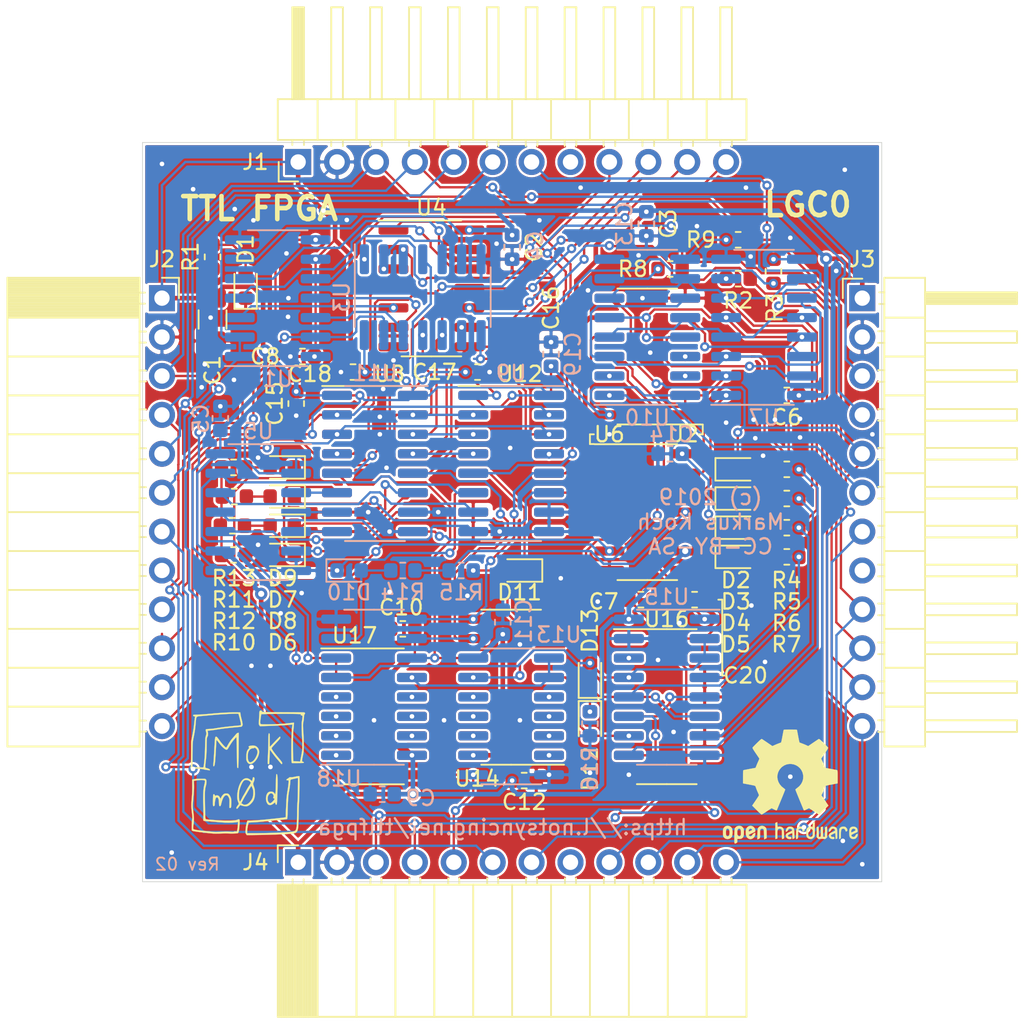
<source format=kicad_pcb>
(kicad_pcb (version 20171130) (host pcbnew 5.1.2)

  (general
    (thickness 1.6)
    (drawings 18)
    (tracks 1476)
    (zones 0)
    (modules 73)
    (nets 111)
  )

  (page A4)
  (layers
    (0 F.Cu signal)
    (31 B.Cu signal)
    (32 B.Adhes user)
    (33 F.Adhes user)
    (34 B.Paste user)
    (35 F.Paste user)
    (36 B.SilkS user)
    (37 F.SilkS user)
    (38 B.Mask user)
    (39 F.Mask user)
    (40 Dwgs.User user)
    (41 Cmts.User user)
    (42 Eco1.User user)
    (43 Eco2.User user)
    (44 Edge.Cuts user)
    (45 Margin user)
    (46 B.CrtYd user)
    (47 F.CrtYd user)
    (48 B.Fab user hide)
    (49 F.Fab user hide)
  )

  (setup
    (last_trace_width 0.1524)
    (user_trace_width 0.3)
    (trace_clearance 0.1524)
    (zone_clearance 0.1524)
    (zone_45_only no)
    (trace_min 0.1524)
    (via_size 0.6)
    (via_drill 0.3)
    (via_min_size 0.4)
    (via_min_drill 0.3)
    (user_via 0.8 0.4)
    (uvia_size 0.3)
    (uvia_drill 0.1)
    (uvias_allowed no)
    (uvia_min_size 0.2)
    (uvia_min_drill 0.1)
    (edge_width 0.05)
    (segment_width 0.2)
    (pcb_text_width 0.3)
    (pcb_text_size 1.5 1.5)
    (mod_edge_width 0.12)
    (mod_text_size 1 1)
    (mod_text_width 0.15)
    (pad_size 1.524 1.524)
    (pad_drill 0.762)
    (pad_to_mask_clearance 0.051)
    (solder_mask_min_width 0.25)
    (aux_axis_origin 0 0)
    (visible_elements FFFFFF7F)
    (pcbplotparams
      (layerselection 0x010fc_ffffffff)
      (usegerberextensions false)
      (usegerberattributes false)
      (usegerberadvancedattributes false)
      (creategerberjobfile false)
      (excludeedgelayer true)
      (linewidth 0.100000)
      (plotframeref false)
      (viasonmask false)
      (mode 1)
      (useauxorigin false)
      (hpglpennumber 1)
      (hpglpenspeed 20)
      (hpglpendiameter 15.000000)
      (psnegative false)
      (psa4output false)
      (plotreference true)
      (plotvalue true)
      (plotinvisibletext false)
      (padsonsilk false)
      (subtractmaskfromsilk false)
      (outputformat 1)
      (mirror false)
      (drillshape 1)
      (scaleselection 1)
      (outputdirectory ""))
  )

  (net 0 "")
  (net 1 GND)
  (net 2 VCC)
  (net 3 "Net-(D1-Pad2)")
  (net 4 /LogicBlock/cfg29)
  (net 5 "Net-(D2-Pad2)")
  (net 6 "Net-(D3-Pad2)")
  (net 7 "Net-(D4-Pad2)")
  (net 8 "Net-(D5-Pad2)")
  (net 9 "Net-(D6-Pad1)")
  (net 10 "Net-(D6-Pad2)")
  (net 11 "Net-(D7-Pad1)")
  (net 12 "Net-(D7-Pad2)")
  (net 13 "Net-(D8-Pad2)")
  (net 14 /LogicBlock/LUTD/lut_in3_n)
  (net 15 /LogicBlock/LUTD/lut_b_en_n)
  (net 16 /LogicBlock/LUTD/lut_a_en_n)
  (net 17 /LogicBlock/LUTD/async_a)
  (net 18 /LogicBlock/LUTD/async_c)
  (net 19 /LogicBlock/LUTD/async_b)
  (net 20 /fabric_t3)
  (net 21 /fabric_t2)
  (net 22 /fabric_t1)
  (net 23 /fabric_t0)
  (net 24 "Net-(J1-Pad8)")
  (net 25 "Net-(J1-Pad7)")
  (net 26 /LogicBlock/isp_mosi)
  (net 27 /LogicBlock/isp_sck)
  (net 28 /LogicBlock/rst_n)
  (net 29 /LogicBlock/clk)
  (net 30 /fabric_l0)
  (net 31 /fabric_l1)
  (net 32 /fabric_l2)
  (net 33 /fabric_l3)
  (net 34 /LogicBlock/isp_miso)
  (net 35 "Net-(J3-Pad8)")
  (net 36 /fabric_b2)
  (net 37 /fabric_b1)
  (net 38 /fabric_b0)
  (net 39 "Net-(J4-Pad8)")
  (net 40 "Net-(R2-Pad2)")
  (net 41 /LogicBlock/lut_out_a)
  (net 42 /LogicBlock/lut_out_c)
  (net 43 /LogicBlock/lut_out_b)
  (net 44 /LogicBlock/lut_out_b_async)
  (net 45 "Net-(R8-Pad2)")
  (net 46 /LogicBlock/cfg28)
  (net 47 /LogicBlock/cfg0)
  (net 48 /LogicBlock/cfg1)
  (net 49 /LogicBlock/cfg2)
  (net 50 /LogicBlock/cfg3)
  (net 51 /LogicBlock/cfg4)
  (net 52 /LogicBlock/cfg5)
  (net 53 /LogicBlock/cfg6)
  (net 54 /LogicBlock/cfg7)
  (net 55 /LogicBlock/cfg15)
  (net 56 /LogicBlock/cfg16)
  (net 57 /LogicBlock/cfg17)
  (net 58 /LogicBlock/cfg18)
  (net 59 /LogicBlock/cfg19)
  (net 60 /LogicBlock/cfg20)
  (net 61 /LogicBlock/cfg21)
  (net 62 /LogicBlock/cfg22)
  (net 63 /LogicBlock/cfg23)
  (net 64 /LogicBlock/cfg14)
  (net 65 /LogicBlock/cfg13)
  (net 66 /LogicBlock/cfg12)
  (net 67 /LogicBlock/cfg11)
  (net 68 /LogicBlock/cfg10)
  (net 69 /LogicBlock/cfg9)
  (net 70 /LogicBlock/cfg8)
  (net 71 /LogicBlock/cfg30)
  (net 72 /LogicBlock/cfg27)
  (net 73 /LogicBlock/cfg26)
  (net 74 /LogicBlock/cfg25)
  (net 75 /LogicBlock/cfg24)
  (net 76 /LogicBlock/lut_in0)
  (net 77 /LogicBlock/lut_in2)
  (net 78 /LogicBlock/lut_in1)
  (net 79 /LogicBlock/lut_in3)
  (net 80 "Net-(U13-Pad12)")
  (net 81 "Net-(U13-Pad11)")
  (net 82 "Net-(U13-Pad10)")
  (net 83 "Net-(U13-Pad6)")
  (net 84 "Net-(U13-Pad5)")
  (net 85 "Net-(U13-Pad4)")
  (net 86 "Net-(U13-Pad3)")
  (net 87 "Net-(U14-Pad6)")
  (net 88 /LogicBlock/LUTD/sync_a)
  (net 89 /LogicBlock/LUTD/sync_c)
  (net 90 /LogicBlock/LUTD/sync_b)
  (net 91 "Net-(U16-Pad15)")
  (net 92 "Net-(U16-Pad12)")
  (net 93 "Net-(U16-Pad10)")
  (net 94 "Net-(U17-Pad3)")
  (net 95 "Net-(U17-Pad4)")
  (net 96 "Net-(U17-Pad5)")
  (net 97 "Net-(U17-Pad6)")
  (net 98 "Net-(U17-Pad10)")
  (net 99 "Net-(U17-Pad11)")
  (net 100 "Net-(U17-Pad12)")
  (net 101 "Net-(U18-Pad6)")
  (net 102 "Net-(D8-Pad1)")
  (net 103 "Net-(D9-Pad2)")
  (net 104 "Net-(R3-Pad2)")
  (net 105 "Net-(R9-Pad2)")
  (net 106 /fabric_b3)
  (net 107 "Net-(U13-Pad1)")
  (net 108 /LogicBlock/cfgLO)
  (net 109 /miso)
  (net 110 /mosi_d)

  (net_class Default "This is the default net class."
    (clearance 0.1524)
    (trace_width 0.1524)
    (via_dia 0.6)
    (via_drill 0.3)
    (uvia_dia 0.3)
    (uvia_drill 0.1)
    (add_net /LogicBlock/LUTD/async_a)
    (add_net /LogicBlock/LUTD/async_b)
    (add_net /LogicBlock/LUTD/async_c)
    (add_net /LogicBlock/LUTD/lut_a_en_n)
    (add_net /LogicBlock/LUTD/lut_b_en_n)
    (add_net /LogicBlock/LUTD/lut_in3_n)
    (add_net /LogicBlock/LUTD/sync_a)
    (add_net /LogicBlock/LUTD/sync_b)
    (add_net /LogicBlock/LUTD/sync_c)
    (add_net /LogicBlock/cfg0)
    (add_net /LogicBlock/cfg1)
    (add_net /LogicBlock/cfg10)
    (add_net /LogicBlock/cfg11)
    (add_net /LogicBlock/cfg12)
    (add_net /LogicBlock/cfg13)
    (add_net /LogicBlock/cfg14)
    (add_net /LogicBlock/cfg15)
    (add_net /LogicBlock/cfg16)
    (add_net /LogicBlock/cfg17)
    (add_net /LogicBlock/cfg18)
    (add_net /LogicBlock/cfg19)
    (add_net /LogicBlock/cfg2)
    (add_net /LogicBlock/cfg20)
    (add_net /LogicBlock/cfg21)
    (add_net /LogicBlock/cfg22)
    (add_net /LogicBlock/cfg23)
    (add_net /LogicBlock/cfg24)
    (add_net /LogicBlock/cfg25)
    (add_net /LogicBlock/cfg26)
    (add_net /LogicBlock/cfg27)
    (add_net /LogicBlock/cfg28)
    (add_net /LogicBlock/cfg29)
    (add_net /LogicBlock/cfg3)
    (add_net /LogicBlock/cfg30)
    (add_net /LogicBlock/cfg4)
    (add_net /LogicBlock/cfg5)
    (add_net /LogicBlock/cfg6)
    (add_net /LogicBlock/cfg7)
    (add_net /LogicBlock/cfg8)
    (add_net /LogicBlock/cfg9)
    (add_net /LogicBlock/cfgLO)
    (add_net /LogicBlock/clk)
    (add_net /LogicBlock/isp_miso)
    (add_net /LogicBlock/isp_mosi)
    (add_net /LogicBlock/isp_sck)
    (add_net /LogicBlock/lut_in0)
    (add_net /LogicBlock/lut_in1)
    (add_net /LogicBlock/lut_in2)
    (add_net /LogicBlock/lut_in3)
    (add_net /LogicBlock/lut_out_a)
    (add_net /LogicBlock/lut_out_b)
    (add_net /LogicBlock/lut_out_b_async)
    (add_net /LogicBlock/lut_out_c)
    (add_net /LogicBlock/rst_n)
    (add_net /fabric_b0)
    (add_net /fabric_b1)
    (add_net /fabric_b2)
    (add_net /fabric_b3)
    (add_net /fabric_l0)
    (add_net /fabric_l1)
    (add_net /fabric_l2)
    (add_net /fabric_l3)
    (add_net /fabric_t0)
    (add_net /fabric_t1)
    (add_net /fabric_t2)
    (add_net /fabric_t3)
    (add_net /miso)
    (add_net /mosi_d)
    (add_net GND)
    (add_net "Net-(D1-Pad2)")
    (add_net "Net-(D2-Pad2)")
    (add_net "Net-(D3-Pad2)")
    (add_net "Net-(D4-Pad2)")
    (add_net "Net-(D5-Pad2)")
    (add_net "Net-(D6-Pad1)")
    (add_net "Net-(D6-Pad2)")
    (add_net "Net-(D7-Pad1)")
    (add_net "Net-(D7-Pad2)")
    (add_net "Net-(D8-Pad1)")
    (add_net "Net-(D8-Pad2)")
    (add_net "Net-(D9-Pad2)")
    (add_net "Net-(J1-Pad7)")
    (add_net "Net-(J1-Pad8)")
    (add_net "Net-(J3-Pad8)")
    (add_net "Net-(J4-Pad8)")
    (add_net "Net-(R2-Pad2)")
    (add_net "Net-(R3-Pad2)")
    (add_net "Net-(R8-Pad2)")
    (add_net "Net-(R9-Pad2)")
    (add_net "Net-(U13-Pad1)")
    (add_net "Net-(U13-Pad10)")
    (add_net "Net-(U13-Pad11)")
    (add_net "Net-(U13-Pad12)")
    (add_net "Net-(U13-Pad3)")
    (add_net "Net-(U13-Pad4)")
    (add_net "Net-(U13-Pad5)")
    (add_net "Net-(U13-Pad6)")
    (add_net "Net-(U14-Pad6)")
    (add_net "Net-(U16-Pad10)")
    (add_net "Net-(U16-Pad12)")
    (add_net "Net-(U16-Pad15)")
    (add_net "Net-(U17-Pad10)")
    (add_net "Net-(U17-Pad11)")
    (add_net "Net-(U17-Pad12)")
    (add_net "Net-(U17-Pad3)")
    (add_net "Net-(U17-Pad4)")
    (add_net "Net-(U17-Pad5)")
    (add_net "Net-(U17-Pad6)")
    (add_net "Net-(U18-Pad6)")
    (add_net VCC)
  )

  (module lib_mokmod:lib_mokmod (layer F.Cu) (tedit 0) (tstamp 5D0476BC)
    (at 215.138 84.328)
    (fp_text reference G*** (at 0 0) (layer F.SilkS) hide
      (effects (font (size 1.524 1.524) (thickness 0.3)))
    )
    (fp_text value LOGO (at 0.75 0) (layer F.SilkS) hide
      (effects (font (size 1.524 1.524) (thickness 0.3)))
    )
    (fp_poly (pts (xy 0.882644 -4.062544) (xy 0.891811 -4.059054) (xy 0.916301 -4.046474) (xy 0.930145 -4.031899)
      (xy 0.935572 -4.019506) (xy 0.943411 -3.999666) (xy 0.953654 -3.986888) (xy 0.97003 -3.978818)
      (xy 0.996269 -3.973106) (xy 1.01317 -3.970552) (xy 1.027303 -3.969605) (xy 1.056192 -3.968628)
      (xy 1.099198 -3.967629) (xy 1.155684 -3.966613) (xy 1.225012 -3.965587) (xy 1.306543 -3.964557)
      (xy 1.399639 -3.96353) (xy 1.503662 -3.962513) (xy 1.617975 -3.961511) (xy 1.741939 -3.960532)
      (xy 1.874915 -3.959582) (xy 2.016266 -3.958668) (xy 2.165354 -3.957795) (xy 2.321541 -3.95697)
      (xy 2.370666 -3.956729) (xy 2.541404 -3.955885) (xy 2.697385 -3.955074) (xy 2.839246 -3.954287)
      (xy 2.967622 -3.953517) (xy 3.083152 -3.952755) (xy 3.186471 -3.951993) (xy 3.278217 -3.951223)
      (xy 3.359025 -3.950437) (xy 3.429534 -3.949627) (xy 3.490378 -3.948786) (xy 3.542196 -3.947904)
      (xy 3.585624 -3.946974) (xy 3.621298 -3.945989) (xy 3.649856 -3.944939) (xy 3.671933 -3.943817)
      (xy 3.688167 -3.942614) (xy 3.699195 -3.941324) (xy 3.705652 -3.939937) (xy 3.705877 -3.939861)
      (xy 3.734617 -3.923702) (xy 3.750326 -3.900782) (xy 3.752684 -3.873022) (xy 3.741372 -3.842344)
      (xy 3.725671 -3.820754) (xy 3.712765 -3.80399) (xy 3.703006 -3.785372) (xy 3.695794 -3.762247)
      (xy 3.690528 -3.731963) (xy 3.686607 -3.691868) (xy 3.68343 -3.639309) (xy 3.683115 -3.632969)
      (xy 3.674635 -3.517752) (xy 3.660952 -3.407897) (xy 3.642638 -3.307886) (xy 3.640136 -3.296668)
      (xy 3.631236 -3.250908) (xy 3.62492 -3.201896) (xy 3.621156 -3.147687) (xy 3.619911 -3.086336)
      (xy 3.62115 -3.015898) (xy 3.624842 -2.934429) (xy 3.630951 -2.839983) (xy 3.632059 -2.824787)
      (xy 3.640968 -2.694518) (xy 3.6487 -2.561913) (xy 3.655245 -2.428324) (xy 3.66059 -2.295106)
      (xy 3.664725 -2.163609) (xy 3.667638 -2.035186) (xy 3.669317 -1.911191) (xy 3.669752 -1.792976)
      (xy 3.668931 -1.681893) (xy 3.666842 -1.579295) (xy 3.663474 -1.486535) (xy 3.658816 -1.404964)
      (xy 3.652857 -1.335937) (xy 3.645585 -1.280804) (xy 3.64506 -1.277696) (xy 3.639765 -1.248605)
      (xy 3.632015 -1.208332) (xy 3.622577 -1.160748) (xy 3.612217 -1.109726) (xy 3.60315 -1.06603)
      (xy 3.58713 -0.986511) (xy 3.574408 -0.91663) (xy 3.565112 -0.857352) (xy 3.559371 -0.809645)
      (xy 3.557312 -0.774474) (xy 3.559065 -0.752807) (xy 3.560919 -0.748046) (xy 3.572111 -0.739079)
      (xy 3.593362 -0.728473) (xy 3.617657 -0.719357) (xy 3.652679 -0.705626) (xy 3.672925 -0.691538)
      (xy 3.679013 -0.676498) (xy 3.674675 -0.664259) (xy 3.661589 -0.652446) (xy 3.643926 -0.643858)
      (xy 3.632345 -0.642498) (xy 3.60727 -0.641167) (xy 3.570602 -0.639885) (xy 3.524243 -0.638671)
      (xy 3.470092 -0.637544) (xy 3.410049 -0.636524) (xy 3.346017 -0.635629) (xy 3.279894 -0.634881)
      (xy 3.213583 -0.634297) (xy 3.148982 -0.633897) (xy 3.087994 -0.633701) (xy 3.032518 -0.633729)
      (xy 2.984456 -0.633998) (xy 2.945707 -0.634529) (xy 2.918172 -0.635342) (xy 2.904621 -0.636319)
      (xy 2.88808 -0.640755) (xy 2.879737 -0.651268) (xy 2.875741 -0.668129) (xy 2.872518 -0.695426)
      (xy 2.869548 -0.736927) (xy 2.866851 -0.791445) (xy 2.864446 -0.857789) (xy 2.862353 -0.934774)
      (xy 2.86059 -1.02121) (xy 2.859178 -1.11591) (xy 2.858136 -1.217685) (xy 2.857483 -1.325348)
      (xy 2.857239 -1.43771) (xy 2.857423 -1.553583) (xy 2.858054 -1.671779) (xy 2.858478 -1.724121)
      (xy 2.86013 -1.890006) (xy 2.862003 -2.041374) (xy 2.86413 -2.1791) (xy 2.866547 -2.304059)
      (xy 2.869289 -2.417126) (xy 2.872389 -2.519178) (xy 2.875882 -2.61109) (xy 2.879804 -2.693736)
      (xy 2.884187 -2.767992) (xy 2.889067 -2.834734) (xy 2.894479 -2.894836) (xy 2.900456 -2.949175)
      (xy 2.907034 -2.998626) (xy 2.909356 -3.014108) (xy 2.91517 -3.053202) (xy 2.919985 -3.088291)
      (xy 2.923333 -3.115775) (xy 2.924749 -3.13205) (xy 2.924767 -3.132982) (xy 2.924848 -3.152541)
      (xy 2.761615 -3.135282) (xy 2.698919 -3.128956) (xy 2.633231 -3.122957) (xy 2.563218 -3.117202)
      (xy 2.487544 -3.111607) (xy 2.404875 -3.106089) (xy 2.313878 -3.100563) (xy 2.213218 -3.094946)
      (xy 2.10156 -3.089154) (xy 1.977571 -3.083103) (xy 1.839915 -3.076711) (xy 1.797242 -3.074781)
      (xy 1.772207 -3.07374) (xy 1.733538 -3.072245) (xy 1.682988 -3.070359) (xy 1.622308 -3.068146)
      (xy 1.553252 -3.065668) (xy 1.47757 -3.062989) (xy 1.397014 -3.060171) (xy 1.313337 -3.057278)
      (xy 1.258786 -3.05541) (xy 0.812694 -3.040195) (xy 0.794932 -3.061415) (xy 0.76363 -3.105415)
      (xy 0.742689 -3.149234) (xy 0.735083 -3.178848) (xy 0.734188 -3.195589) (xy 0.734205 -3.225313)
      (xy 0.735065 -3.26564) (xy 0.735733 -3.285465) (xy 0.823576 -3.285465) (xy 0.828032 -3.241919)
      (xy 0.841901 -3.209577) (xy 0.865935 -3.186914) (xy 0.874583 -3.182099) (xy 0.883088 -3.178327)
      (xy 0.892983 -3.175227) (xy 0.905838 -3.172716) (xy 0.92322 -3.170713) (xy 0.946696 -3.169135)
      (xy 0.977835 -3.167899) (xy 1.018204 -3.166925) (xy 1.069371 -3.166129) (xy 1.132904 -3.165429)
      (xy 1.204576 -3.164791) (xy 1.490003 -3.165601) (xy 1.776652 -3.172662) (xy 2.061314 -3.185795)
      (xy 2.340782 -3.20482) (xy 2.611848 -3.229561) (xy 2.840182 -3.255828) (xy 2.891314 -3.262298)
      (xy 2.937329 -3.268068) (xy 2.976038 -3.272866) (xy 3.005248 -3.276424) (xy 3.022771 -3.27847)
      (xy 3.026833 -3.278861) (xy 3.029918 -3.274161) (xy 3.031462 -3.259568) (xy 3.031419 -3.234444)
      (xy 3.029741 -3.198145) (xy 3.026381 -3.150032) (xy 3.021294 -3.089464) (xy 3.014431 -3.015799)
      (xy 3.005745 -2.928396) (xy 2.995191 -2.826615) (xy 2.990512 -2.782454) (xy 2.987639 -2.749642)
      (xy 2.984543 -2.703979) (xy 2.981351 -2.648004) (xy 2.978189 -2.584258) (xy 2.975184 -2.515278)
      (xy 2.972461 -2.443605) (xy 2.970227 -2.374515) (xy 2.968197 -2.293637) (xy 2.966616 -2.205797)
      (xy 2.965466 -2.112157) (xy 2.964729 -2.013879) (xy 2.964387 -1.912126) (xy 2.964421 -1.808061)
      (xy 2.964815 -1.702847) (xy 2.965549 -1.597647) (xy 2.966606 -1.493622) (xy 2.967969 -1.391937)
      (xy 2.969618 -1.293754) (xy 2.971536 -1.200235) (xy 2.973706 -1.112543) (xy 2.976108 -1.031842)
      (xy 2.978726 -0.959293) (xy 2.981541 -0.89606) (xy 2.984535 -0.843306) (xy 2.987691 -0.802192)
      (xy 2.990989 -0.773883) (xy 2.994413 -0.75954) (xy 2.995207 -0.758348) (xy 3.00344 -0.757177)
      (xy 3.024992 -0.755516) (xy 3.057802 -0.753485) (xy 3.099805 -0.751203) (xy 3.14894 -0.748789)
      (xy 3.198297 -0.746572) (xy 3.252441 -0.744152) (xy 3.30161 -0.741782) (xy 3.343679 -0.739577)
      (xy 3.376525 -0.737655) (xy 3.398023 -0.736132) (xy 3.405909 -0.735199) (xy 3.417346 -0.732791)
      (xy 3.424593 -0.738147) (xy 3.43073 -0.754407) (xy 3.433084 -0.762875) (xy 3.441432 -0.796955)
      (xy 3.451759 -0.844104) (xy 3.463669 -0.902182) (xy 3.476763 -0.96905) (xy 3.490644 -1.042566)
      (xy 3.504913 -1.120593) (xy 3.519173 -1.200988) (xy 3.533026 -1.281613) (xy 3.546075 -1.360327)
      (xy 3.557402 -1.431636) (xy 3.565246 -1.495353) (xy 3.570829 -1.570937) (xy 3.574146 -1.658837)
      (xy 3.575197 -1.759504) (xy 3.573978 -1.873384) (xy 3.570486 -2.000928) (xy 3.56472 -2.142585)
      (xy 3.556677 -2.298803) (xy 3.552051 -2.378363) (xy 3.545127 -2.498841) (xy 3.539626 -2.607034)
      (xy 3.535437 -2.705975) (xy 3.532453 -2.798699) (xy 3.530565 -2.888238) (xy 3.529665 -2.977625)
      (xy 3.529569 -3.005666) (xy 3.52906 -3.267363) (xy 3.554921 -3.417454) (xy 3.563456 -3.469541)
      (xy 3.571265 -3.521944) (xy 3.577811 -3.570694) (xy 3.582558 -3.611824) (xy 3.584841 -3.638893)
      (xy 3.586066 -3.679477) (xy 3.583379 -3.707451) (xy 3.575387 -3.725393) (xy 3.560697 -3.735879)
      (xy 3.537916 -3.741486) (xy 3.528745 -3.742664) (xy 3.505039 -3.747122) (xy 3.486746 -3.753658)
      (xy 3.482883 -3.756117) (xy 3.472444 -3.773337) (xy 3.473638 -3.793322) (xy 3.485788 -3.809592)
      (xy 3.488651 -3.811388) (xy 3.498049 -3.817406) (xy 3.497156 -3.821146) (xy 3.484009 -3.824301)
      (xy 3.471333 -3.826326) (xy 3.444873 -3.829157) (xy 3.404059 -3.831835) (xy 3.349928 -3.834345)
      (xy 3.283519 -3.836673) (xy 3.205871 -3.838805) (xy 3.118022 -3.840726) (xy 3.021011 -3.842421)
      (xy 2.915876 -3.843877) (xy 2.803656 -3.84508) (xy 2.685389 -3.846013) (xy 2.562114 -3.846665)
      (xy 2.434869 -3.847019) (xy 2.304693 -3.847061) (xy 2.172624 -3.846778) (xy 2.039701 -3.846154)
      (xy 2.039697 -3.846154) (xy 1.91475 -3.845288) (xy 1.792699 -3.844215) (xy 1.674484 -3.842957)
      (xy 1.561043 -3.841532) (xy 1.453315 -3.839961) (xy 1.352241 -3.838264) (xy 1.258758 -3.83646)
      (xy 1.173806 -3.83457) (xy 1.098323 -3.832613) (xy 1.03325 -3.830609) (xy 0.979525 -3.828578)
      (xy 0.938088 -3.826539) (xy 0.909876 -3.824514) (xy 0.89583 -3.822521) (xy 0.894503 -3.821917)
      (xy 0.892426 -3.813444) (xy 0.888759 -3.791827) (xy 0.883786 -3.759202) (xy 0.877789 -3.717703)
      (xy 0.871049 -3.669468) (xy 0.86385 -3.61663) (xy 0.856474 -3.561326) (xy 0.849203 -3.505691)
      (xy 0.842319 -3.451861) (xy 0.836105 -3.401972) (xy 0.830843 -3.358159) (xy 0.826816 -3.322557)
      (xy 0.824306 -3.297303) (xy 0.823576 -3.285465) (xy 0.735733 -3.285465) (xy 0.736703 -3.31419)
      (xy 0.739049 -3.368584) (xy 0.742038 -3.426441) (xy 0.742181 -3.429) (xy 0.745919 -3.496753)
      (xy 0.749834 -3.57007) (xy 0.753692 -3.644404) (xy 0.75726 -3.715209) (xy 0.760303 -3.777939)
      (xy 0.761789 -3.81) (xy 0.764448 -3.860827) (xy 0.767596 -3.908115) (xy 0.770997 -3.949098)
      (xy 0.774413 -3.981012) (xy 0.777607 -4.00109) (xy 0.778441 -4.004251) (xy 0.795116 -4.039913)
      (xy 0.817967 -4.06148) (xy 0.847106 -4.069005) (xy 0.882644 -4.062544)) (layer F.SilkS) (width 0.01))
    (fp_poly (pts (xy 0.413839 -1.778171) (xy 0.487472 -1.76212) (xy 0.552827 -1.733891) (xy 0.610616 -1.693201)
      (xy 0.661555 -1.639769) (xy 0.692947 -1.595534) (xy 0.728063 -1.525928) (xy 0.749524 -1.449748)
      (xy 0.757294 -1.367599) (xy 0.751337 -1.280085) (xy 0.731616 -1.187811) (xy 0.719845 -1.149644)
      (xy 0.679778 -1.046656) (xy 0.630809 -0.949135) (xy 0.574189 -0.858661) (xy 0.511166 -0.776816)
      (xy 0.442992 -0.705178) (xy 0.370915 -0.645328) (xy 0.296185 -0.598846) (xy 0.276609 -0.589207)
      (xy 0.229472 -0.574371) (xy 0.177682 -0.569812) (xy 0.127353 -0.575725) (xy 0.102113 -0.583671)
      (xy 0.062884 -0.606703) (xy 0.024317 -0.642488) (xy -0.011571 -0.688444) (xy -0.04276 -0.74199)
      (xy -0.067062 -0.800039) (xy -0.073472 -0.820456) (xy -0.078089 -0.840336) (xy -0.081205 -0.862769)
      (xy -0.08311 -0.890842) (xy -0.084093 -0.927643) (xy -0.084445 -0.976259) (xy -0.084462 -0.985212)
      (xy -0.083487 -1.05788) (xy 0.016518 -1.05788) (xy 0.018467 -0.989939) (xy 0.022947 -0.926482)
      (xy 0.029926 -0.871194) (xy 0.038403 -0.831167) (xy 0.051078 -0.798647) (xy 0.070429 -0.763815)
      (xy 0.093123 -0.731757) (xy 0.115825 -0.707559) (xy 0.123151 -0.701891) (xy 0.152511 -0.689175)
      (xy 0.187591 -0.687778) (xy 0.229873 -0.697839) (xy 0.273879 -0.716122) (xy 0.334098 -0.752854)
      (xy 0.392535 -0.804598) (xy 0.448925 -0.87105) (xy 0.503007 -0.951902) (xy 0.549789 -1.037325)
      (xy 0.590963 -1.126097) (xy 0.621283 -1.206263) (xy 0.640579 -1.277284) (xy 0.648679 -1.338622)
      (xy 0.648942 -1.350818) (xy 0.641794 -1.421635) (xy 0.620651 -1.486091) (xy 0.585681 -1.543838)
      (xy 0.537053 -1.594525) (xy 0.527967 -1.601996) (xy 0.49674 -1.624584) (xy 0.473047 -1.635825)
      (xy 0.454683 -1.636294) (xy 0.439441 -1.626566) (xy 0.438292 -1.625366) (xy 0.428336 -1.616769)
      (xy 0.415049 -1.610434) (xy 0.39542 -1.605624) (xy 0.366441 -1.601604) (xy 0.325104 -1.597637)
      (xy 0.324905 -1.59762) (xy 0.265315 -1.584985) (xy 0.209117 -1.55853) (xy 0.157727 -1.519701)
      (xy 0.112559 -1.469946) (xy 0.075028 -1.410711) (xy 0.046548 -1.343443) (xy 0.034613 -1.300787)
      (xy 0.026146 -1.251759) (xy 0.020327 -1.192475) (xy 0.017128 -1.12662) (xy 0.016518 -1.05788)
      (xy -0.083487 -1.05788) (xy -0.083015 -1.093007) (xy -0.07811 -1.187172) (xy -0.06939 -1.269155)
      (xy -0.056497 -1.340402) (xy -0.039077 -1.402362) (xy -0.016772 -1.456483) (xy 0.010773 -1.504212)
      (xy 0.043916 -1.546997) (xy 0.05743 -1.561617) (xy 0.079396 -1.585522) (xy 0.096504 -1.606331)
      (xy 0.10633 -1.620986) (xy 0.107757 -1.625161) (xy 0.102547 -1.637308) (xy 0.089535 -1.653746)
      (xy 0.084326 -1.659023) (xy 0.066985 -1.682189) (xy 0.064652 -1.703714) (xy 0.077006 -1.723356)
      (xy 0.103725 -1.740875) (xy 0.144488 -1.75603) (xy 0.198972 -1.76858) (xy 0.238888 -1.774863)
      (xy 0.331216 -1.782325) (xy 0.413839 -1.778171)) (layer F.SilkS) (width 0.01))
    (fp_poly (pts (xy 1.416074 -2.573229) (xy 1.430249 -2.555754) (xy 1.440093 -2.526748) (xy 1.441464 -2.513429)
      (xy 1.442747 -2.486324) (xy 1.443917 -2.44704) (xy 1.444946 -2.397186) (xy 1.445806 -2.338369)
      (xy 1.446471 -2.272197) (xy 1.446913 -2.200278) (xy 1.447104 -2.124219) (xy 1.44711 -2.112818)
      (xy 1.447256 -2.037054) (xy 1.447646 -1.965819) (xy 1.448252 -1.900624) (xy 1.44905 -1.842981)
      (xy 1.450013 -1.794399) (xy 1.451115 -1.756391) (xy 1.452331 -1.730466) (xy 1.453634 -1.718136)
      (xy 1.453891 -1.717453) (xy 1.464894 -1.711164) (xy 1.471901 -1.713604) (xy 1.479514 -1.720569)
      (xy 1.496374 -1.737572) (xy 1.521278 -1.763348) (xy 1.553022 -1.796635) (xy 1.590403 -1.836167)
      (xy 1.632214 -1.880681) (xy 1.677254 -1.928913) (xy 1.687233 -1.939636) (xy 1.754307 -2.011336)
      (xy 1.818013 -2.078619) (xy 1.877559 -2.140693) (xy 1.932152 -2.196765) (xy 1.980999 -2.246042)
      (xy 2.023307 -2.287731) (xy 2.058285 -2.321039) (xy 2.085139 -2.345174) (xy 2.103076 -2.359343)
      (xy 2.110501 -2.362969) (xy 2.127452 -2.356319) (xy 2.137154 -2.336276) (xy 2.139757 -2.308428)
      (xy 2.138725 -2.292678) (xy 2.135104 -2.276399) (xy 2.12811 -2.258591) (xy 2.116956 -2.238256)
      (xy 2.100857 -2.214395) (xy 2.079029 -2.186009) (xy 2.050685 -2.152099) (xy 2.01504 -2.111667)
      (xy 1.97131 -2.063714) (xy 1.918707 -2.00724) (xy 1.856448 -1.941247) (xy 1.824804 -1.907898)
      (xy 1.757315 -1.836253) (xy 1.699862 -1.773962) (xy 1.652673 -1.721285) (xy 1.615976 -1.678479)
      (xy 1.589997 -1.645803) (xy 1.576134 -1.625549) (xy 1.56922 -1.612182) (xy 1.567761 -1.600587)
      (xy 1.572226 -1.585354) (xy 1.58143 -1.564645) (xy 1.604607 -1.520841) (xy 1.638159 -1.46681)
      (xy 1.681584 -1.403218) (xy 1.734381 -1.330733) (xy 1.796047 -1.250021) (xy 1.866082 -1.16175)
      (xy 1.943984 -1.066586) (xy 2.029251 -0.965196) (xy 2.054891 -0.935181) (xy 2.110331 -0.869728)
      (xy 2.155741 -0.814354) (xy 2.191833 -0.768114) (xy 2.219321 -0.73006) (xy 2.238918 -0.699249)
      (xy 2.251337 -0.674734) (xy 2.251357 -0.674688) (xy 2.26133 -0.639246) (xy 2.261412 -0.607143)
      (xy 2.25175 -0.582238) (xy 2.247628 -0.577386) (xy 2.234612 -0.568613) (xy 2.220168 -0.568582)
      (xy 2.202755 -0.578279) (xy 2.180833 -0.598691) (xy 2.152862 -0.630804) (xy 2.140632 -0.645898)
      (xy 2.118675 -0.672801) (xy 2.089172 -0.70814) (xy 2.054757 -0.748805) (xy 2.018063 -0.791684)
      (xy 1.981725 -0.833665) (xy 1.980456 -0.835121) (xy 1.865008 -0.971084) (xy 1.754299 -1.108968)
      (xy 1.644578 -1.253533) (xy 1.572843 -1.352174) (xy 1.533619 -1.406302) (xy 1.502352 -1.448041)
      (xy 1.479143 -1.477267) (xy 1.464091 -1.493858) (xy 1.457295 -1.497688) (xy 1.456904 -1.496698)
      (xy 1.455985 -1.483631) (xy 1.454554 -1.457132) (xy 1.452692 -1.419154) (xy 1.450483 -1.371647)
      (xy 1.448009 -1.316563) (xy 1.445353 -1.255853) (xy 1.442598 -1.191468) (xy 1.439826 -1.125359)
      (xy 1.437121 -1.059478) (xy 1.434566 -0.995777) (xy 1.432242 -0.936205) (xy 1.430234 -0.882715)
      (xy 1.428623 -0.837258) (xy 1.427683 -0.808181) (xy 1.425295 -0.73704) (xy 1.422581 -0.680003)
      (xy 1.419074 -0.635785) (xy 1.414308 -0.603096) (xy 1.407814 -0.580649) (xy 1.399126 -0.567157)
      (xy 1.387777 -0.561331) (xy 1.373299 -0.561883) (xy 1.355225 -0.567527) (xy 1.342328 -0.572878)
      (xy 1.32218 -0.587282) (xy 1.313598 -0.60751) (xy 1.312718 -0.620787) (xy 1.312426 -0.647174)
      (xy 1.312659 -0.684405) (xy 1.313355 -0.73021) (xy 1.314454 -0.78232) (xy 1.315894 -0.838467)
      (xy 1.317614 -0.896382) (xy 1.319552 -0.953796) (xy 1.321647 -1.008441) (xy 1.323837 -1.058048)
      (xy 1.326062 -1.100348) (xy 1.327562 -1.123757) (xy 1.330061 -1.165367) (xy 1.332685 -1.220905)
      (xy 1.335392 -1.28891) (xy 1.338141 -1.367917) (xy 1.34089 -1.456462) (xy 1.343597 -1.553082)
      (xy 1.346221 -1.656314) (xy 1.348719 -1.764693) (xy 1.351052 -1.876756) (xy 1.353176 -1.991039)
      (xy 1.354499 -2.070484) (xy 1.356166 -2.171146) (xy 1.357798 -2.25751) (xy 1.359491 -2.330672)
      (xy 1.361337 -2.391728) (xy 1.363429 -2.441772) (xy 1.365862 -2.481902) (xy 1.368728 -2.513211)
      (xy 1.372121 -2.536797) (xy 1.376134 -2.553755) (xy 1.380861 -2.56518) (xy 1.386395 -2.572168)
      (xy 1.392829 -2.575815) (xy 1.397673 -2.576932) (xy 1.416074 -2.573229)) (layer F.SilkS) (width 0.01))
    (fp_poly (pts (xy -0.580267 -1.754184) (xy -0.581514 -1.572055) (xy -0.582896 -1.400845) (xy -0.584407 -1.240926)
      (xy -0.58604 -1.092672) (xy -0.58779 -0.956454) (xy -0.589649 -0.832644) (xy -0.59161 -0.721617)
      (xy -0.593668 -0.623743) (xy -0.595815 -0.539395) (xy -0.598046 -0.468946) (xy -0.600352 -0.412768)
      (xy -0.602729 -0.371233) (xy -0.605169 -0.344715) (xy -0.605205 -0.344439) (xy -0.611495 -0.318896)
      (xy -0.622278 -0.307882) (xy -0.638504 -0.310944) (xy -0.65377 -0.321348) (xy -0.666463 -0.33756)
      (xy -0.676701 -0.360506) (xy -0.678157 -0.365606) (xy -0.679751 -0.379017) (xy -0.681489 -0.406286)
      (xy -0.68332 -0.445876) (xy -0.685195 -0.496253) (xy -0.687064 -0.55588) (xy -0.688876 -0.623222)
      (xy -0.690582 -0.696743) (xy -0.692131 -0.774909) (xy -0.692841 -0.815878) (xy -0.694976 -0.942155)
      (xy -0.697256 -1.071436) (xy -0.699648 -1.202064) (xy -0.702118 -1.332381) (xy -0.704631 -1.460727)
      (xy -0.707154 -1.585444) (xy -0.709652 -1.704875) (xy -0.712091 -1.81736) (xy -0.714436 -1.921241)
      (xy -0.716655 -2.01486) (xy -0.718712 -2.096558) (xy -0.720573 -2.164677) (xy -0.720736 -2.170281)
      (xy -0.725778 -2.343198) (xy -0.787635 -2.278038) (xy -0.85769 -2.201347) (xy -0.92405 -2.122409)
      (xy -0.988271 -2.039052) (xy -1.051915 -1.949103) (xy -1.11654 -1.85039) (xy -1.183705 -1.740742)
      (xy -1.229482 -1.662545) (xy -1.25917 -1.612033) (xy -1.283367 -1.573673) (xy -1.303541 -1.545881)
      (xy -1.321157 -1.527078) (xy -1.337683 -1.515682) (xy -1.354586 -1.510112) (xy -1.372107 -1.508775)
      (xy -1.401416 -1.511977) (xy -1.43166 -1.522152) (xy -1.465493 -1.540616) (xy -1.505568 -1.568685)
      (xy -1.527849 -1.585994) (xy -1.610326 -1.656326) (xy -1.68711 -1.732117) (xy -1.761511 -1.816821)
      (xy -1.818741 -1.889606) (xy -1.86937 -1.956323) (xy -1.911755 -2.011152) (xy -1.946541 -2.054769)
      (xy -1.974373 -2.087855) (xy -1.995896 -2.111087) (xy -2.011756 -2.125143) (xy -2.022597 -2.130703)
      (xy -2.029064 -2.128445) (xy -2.031803 -2.119048) (xy -2.032 -2.113935) (xy -2.032587 -2.099423)
      (xy -2.034185 -2.073264) (xy -2.036551 -2.039158) (xy -2.039441 -2.0008) (xy -2.039472 -2.000405)
      (xy -2.041578 -1.97078) (xy -2.044306 -1.928176) (xy -2.047517 -1.87499) (xy -2.051072 -1.813618)
      (xy -2.054832 -1.746457) (xy -2.05866 -1.675902) (xy -2.062415 -1.604351) (xy -2.062589 -1.600969)
      (xy -2.071137 -1.438556) (xy -2.079338 -1.290907) (xy -2.087268 -1.157397) (xy -2.095006 -1.037404)
      (xy -2.10263 -0.930303) (xy -2.110219 -0.83547) (xy -2.117849 -0.752281) (xy -2.1256 -0.680113)
      (xy -2.13355 -0.61834) (xy -2.141776 -0.56634) (xy -2.150357 -0.523488) (xy -2.15937 -0.48916)
      (xy -2.168894 -0.462732) (xy -2.179007 -0.44358) (xy -2.189787 -0.431081) (xy -2.201312 -0.42461)
      (xy -2.209953 -0.423333) (xy -2.22453 -0.429504) (xy -2.231851 -0.438221) (xy -2.236333 -0.455446)
      (xy -2.23883 -0.484145) (xy -2.239328 -0.520524) (xy -2.237817 -0.560791) (xy -2.234284 -0.601152)
      (xy -2.232404 -0.615757) (xy -2.229425 -0.641661) (xy -2.22577 -0.681784) (xy -2.221514 -0.734968)
      (xy -2.216734 -0.800057) (xy -2.211505 -0.875894) (xy -2.205902 -0.961322) (xy -2.200002 -1.055184)
      (xy -2.19388 -1.156324) (xy -2.187612 -1.263584) (xy -2.181273 -1.375807) (xy -2.174939 -1.491836)
      (xy -2.174247 -1.504757) (xy -2.16647 -1.647082) (xy -2.159144 -1.774466) (xy -2.152238 -1.887353)
      (xy -2.145722 -1.986187) (xy -2.139566 -2.071414) (xy -2.133738 -2.143478) (xy -2.128209 -2.202824)
      (xy -2.123402 -2.246224) (xy -2.114045 -2.297521) (xy -2.100307 -2.33416) (xy -2.082157 -2.356138)
      (xy -2.059561 -2.363452) (xy -2.032487 -2.356097) (xy -2.000902 -2.334071) (xy -1.964773 -2.297369)
      (xy -1.924068 -2.245988) (xy -1.907479 -2.222736) (xy -1.824434 -2.106332) (xy -1.745678 -2.002055)
      (xy -1.669538 -1.907839) (xy -1.594343 -1.821619) (xy -1.518421 -1.741327) (xy -1.51615 -1.739023)
      (xy -1.486276 -1.709613) (xy -1.458721 -1.684038) (xy -1.43591 -1.664436) (xy -1.420269 -1.652948)
      (xy -1.416419 -1.651055) (xy -1.403623 -1.650244) (xy -1.390201 -1.656926) (xy -1.374953 -1.672507)
      (xy -1.35668 -1.698394) (xy -1.334182 -1.735992) (xy -1.315882 -1.768923) (xy -1.254418 -1.87785)
      (xy -1.194653 -1.975345) (xy -1.134218 -2.06482) (xy -1.070744 -2.149691) (xy -1.001861 -2.23337)
      (xy -0.962442 -2.278303) (xy -0.927698 -2.317605) (xy -0.887578 -2.363724) (xy -0.84647 -2.411576)
      (xy -0.80876 -2.456075) (xy -0.799712 -2.466878) (xy -0.7621 -2.511209) (xy -0.73176 -2.544831)
      (xy -0.706674 -2.569312) (xy -0.684826 -2.58622) (xy -0.664198 -2.59712) (xy -0.642771 -2.60358)
      (xy -0.619162 -2.607103) (xy -0.574887 -2.611672) (xy -0.580267 -1.754184)) (layer F.SilkS) (width 0.01))
    (fp_poly (pts (xy -0.729889 -3.947481) (xy -0.669195 -3.946669) (xy -0.613521 -3.945692) (xy -0.564712 -3.9446)
      (xy -0.524608 -3.943444) (xy -0.495054 -3.942275) (xy -0.477891 -3.941143) (xy -0.474272 -3.940473)
      (xy -0.471884 -3.931547) (xy -0.468671 -3.910655) (xy -0.465098 -3.881168) (xy -0.462429 -3.855069)
      (xy -0.457323 -3.807765) (xy -0.45094 -3.762589) (xy -0.442628 -3.716289) (xy -0.431732 -3.665616)
      (xy -0.417598 -3.607317) (xy -0.399574 -3.538143) (xy -0.396115 -3.525212) (xy -0.374884 -3.444274)
      (xy -0.358049 -3.37576) (xy -0.345157 -3.31748) (xy -0.335755 -3.267248) (xy -0.329391 -3.222875)
      (xy -0.325856 -3.185721) (xy -0.323939 -3.151808) (xy -0.324473 -3.127764) (xy -0.328203 -3.108159)
      (xy -0.335868 -3.087562) (xy -0.340771 -3.076587) (xy -0.359651 -3.043821) (xy -0.38286 -3.022648)
      (xy -0.414952 -3.009269) (xy -0.42442 -3.00681) (xy -0.43597 -3.005145) (xy -0.461278 -3.00224)
      (xy -0.49877 -2.998254) (xy -0.546876 -2.993344) (xy -0.604021 -2.987668) (xy -0.668634 -2.981384)
      (xy -0.739142 -2.97465) (xy -0.813973 -2.967625) (xy -0.820814 -2.966988) (xy -0.962724 -2.953627)
      (xy -1.091436 -2.941108) (xy -1.209109 -2.929166) (xy -1.3179 -2.917535) (xy -1.419966 -2.905951)
      (xy -1.517465 -2.894148) (xy -1.612553 -2.88186) (xy -1.707388 -2.868823) (xy -1.804128 -2.854771)
      (xy -1.904929 -2.839438) (xy -2.011949 -2.82256) (xy -2.066637 -2.813754) (xy -2.158036 -2.799365)
      (xy -2.243846 -2.786663) (xy -2.322462 -2.775851) (xy -2.392279 -2.76713) (xy -2.451693 -2.7607)
      (xy -2.4991 -2.756763) (xy -2.531307 -2.755515) (xy -2.5638 -2.753874) (xy -2.587991 -2.74939)
      (xy -2.597296 -2.745237) (xy -2.604933 -2.738597) (xy -2.607433 -2.73066) (xy -2.604756 -2.717039)
      (xy -2.596864 -2.693344) (xy -2.596843 -2.693282) (xy -2.590678 -2.672309) (xy -2.586463 -2.648772)
      (xy -2.583879 -2.619319) (xy -2.582612 -2.580597) (xy -2.582334 -2.539504) (xy -2.582334 -2.427403)
      (xy -2.611794 -2.371165) (xy -2.622072 -2.351248) (xy -2.630917 -2.332765) (xy -2.638454 -2.314412)
      (xy -2.644809 -2.294885) (xy -2.650109 -2.272879) (xy -2.654479 -2.247092) (xy -2.658045 -2.216218)
      (xy -2.660934 -2.178953) (xy -2.66327 -2.133995) (xy -2.66518 -2.080037) (xy -2.66679 -2.015777)
      (xy -2.668226 -1.939911) (xy -2.669613 -1.851134) (xy -2.67093 -1.758757) (xy -2.672466 -1.65184)
      (xy -2.673954 -1.558289) (xy -2.675512 -1.476077) (xy -2.677256 -1.403177) (xy -2.679307 -1.337561)
      (xy -2.681781 -1.277202) (xy -2.684797 -1.220073) (xy -2.688473 -1.164148) (xy -2.692928 -1.107398)
      (xy -2.698278 -1.047797) (xy -2.704643 -0.983318) (xy -2.71214 -0.911933) (xy -2.720887 -0.831615)
      (xy -2.72945 -0.754303) (xy -2.739863 -0.657394) (xy -2.747917 -0.574879) (xy -2.753645 -0.505944)
      (xy -2.757083 -0.449774) (xy -2.758264 -0.405557) (xy -2.757224 -0.372479) (xy -2.753996 -0.349726)
      (xy -2.748615 -0.336484) (xy -2.747204 -0.334825) (xy -2.734764 -0.327801) (xy -2.711206 -0.318865)
      (xy -2.680448 -0.309404) (xy -2.660174 -0.304053) (xy -2.594569 -0.285253) (xy -2.540578 -0.26441)
      (xy -2.499053 -0.242022) (xy -2.470844 -0.218589) (xy -2.456804 -0.19461) (xy -2.455334 -0.184043)
      (xy -2.457074 -0.168605) (xy -2.465481 -0.162632) (xy -2.480349 -0.16182) (xy -2.504996 -0.163837)
      (xy -2.532578 -0.16854) (xy -2.536152 -0.169357) (xy -2.555121 -0.172876) (xy -2.585579 -0.177378)
      (xy -2.623698 -0.182342) (xy -2.665647 -0.187247) (xy -2.676375 -0.188413) (xy -2.734639 -0.195908)
      (xy -2.787798 -0.205166) (xy -2.831533 -0.215391) (xy -2.844832 -0.219382) (xy -2.877813 -0.228465)
      (xy -2.918933 -0.236678) (xy -2.969266 -0.244131) (xy -3.029887 -0.250931) (xy -3.101869 -0.257189)
      (xy -3.186287 -0.263014) (xy -3.284216 -0.268515) (xy -3.367424 -0.272505) (xy -3.438297 -0.275531)
      (xy -3.494936 -0.27755) (xy -3.538468 -0.278569) (xy -3.57002 -0.278596) (xy -3.590718 -0.277639)
      (xy -3.60169 -0.275708) (xy -3.603988 -0.274231) (xy -3.608032 -0.26105) (xy -3.610285 -0.24062)
      (xy -3.610353 -0.238606) (xy -3.61461 -0.203304) (xy -3.624377 -0.171595) (xy -3.637957 -0.148153)
      (xy -3.645875 -0.140838) (xy -3.659402 -0.13409) (xy -3.67011 -0.137831) (xy -3.677955 -0.145045)
      (xy -3.690367 -0.167017) (xy -3.697895 -0.202866) (xy -3.698166 -0.205261) (xy -3.702488 -0.241215)
      (xy -3.706868 -0.265446) (xy -3.71248 -0.281585) (xy -3.720496 -0.293263) (xy -3.729332 -0.30175)
      (xy -3.748316 -0.318257) (xy -3.728742 -0.351656) (xy -3.720499 -0.371109) (xy -3.594485 -0.371109)
      (xy -3.461712 -0.366331) (xy -3.412318 -0.36456) (xy -3.35235 -0.362419) (xy -3.286617 -0.36008)
      (xy -3.219931 -0.357714) (xy -3.157102 -0.355492) (xy -3.148061 -0.355173) (xy -3.095032 -0.353295)
      (xy -3.045577 -0.351529) (xy -3.002303 -0.349969) (xy -2.967815 -0.348709) (xy -2.944719 -0.347845)
      (xy -2.937969 -0.347578) (xy -2.911245 -0.35069) (xy -2.89101 -0.364108) (xy -2.883336 -0.375085)
      (xy -2.876152 -0.392914) (xy -2.869199 -0.418961) (xy -2.862216 -0.454596) (xy -2.854943 -0.501184)
      (xy -2.847119 -0.560093) (xy -2.838483 -0.63269) (xy -2.836475 -0.650393) (xy -2.826198 -0.747135)
      (xy -2.816946 -0.846211) (xy -2.808642 -0.949072) (xy -2.801209 -1.057169) (xy -2.794571 -1.171951)
      (xy -2.788652 -1.294869) (xy -2.783374 -1.427373) (xy -2.778661 -1.570914) (xy -2.774436 -1.726941)
      (xy -2.770624 -1.896904) (xy -2.770616 -1.897303) (xy -2.768704 -1.987056) (xy -2.766826 -2.06316)
      (xy -2.764803 -2.127361) (xy -2.762454 -2.181403) (xy -2.7596 -2.227028) (xy -2.756062 -2.265983)
      (xy -2.751658 -2.300011) (xy -2.746211 -2.330856) (xy -2.73954 -2.360262) (xy -2.731466 -2.389975)
      (xy -2.721808 -2.421738) (xy -2.714121 -2.445782) (xy -2.702962 -2.482429) (xy -2.693938 -2.516118)
      (xy -2.688059 -2.542807) (xy -2.686288 -2.557175) (xy -2.68831 -2.574788) (xy -2.693747 -2.602982)
      (xy -2.701719 -2.637554) (xy -2.709334 -2.667) (xy -2.724051 -2.728502) (xy -2.73116 -2.776682)
      (xy -2.730665 -2.811593) (xy -2.722569 -2.833294) (xy -2.720632 -2.835481) (xy -2.714209 -2.840827)
      (xy -2.705552 -2.845152) (xy -2.692763 -2.848695) (xy -2.673946 -2.851699) (xy -2.647203 -2.854406)
      (xy -2.610636 -2.857057) (xy -2.562349 -2.859894) (xy -2.505364 -2.862906) (xy -2.446731 -2.86619)
      (xy -2.392889 -2.869881) (xy -2.341168 -2.874293) (xy -2.288901 -2.87974) (xy -2.233419 -2.886536)
      (xy -2.172054 -2.894997) (xy -2.102137 -2.905436) (xy -2.021001 -2.918168) (xy -1.978121 -2.925052)
      (xy -1.848514 -2.945009) (xy -1.706347 -2.965157) (xy -1.554447 -2.985166) (xy -1.395638 -3.004706)
      (xy -1.232747 -3.023446) (xy -1.0686 -3.041057) (xy -0.906021 -3.057208) (xy -0.747837 -3.07157)
      (xy -0.66352 -3.078603) (xy -0.608981 -3.083332) (xy -0.559255 -3.088281) (xy -0.51664 -3.093174)
      (xy -0.483435 -3.097733) (xy -0.461941 -3.101682) (xy -0.455701 -3.103605) (xy -0.442045 -3.112818)
      (xy -0.435156 -3.126955) (xy -0.432376 -3.148118) (xy -0.431756 -3.161679) (xy -0.432057 -3.17625)
      (xy -0.433576 -3.19327) (xy -0.436612 -3.214177) (xy -0.441465 -3.240412) (xy -0.448431 -3.273414)
      (xy -0.457811 -3.314622) (xy -0.469902 -3.365475) (xy -0.485004 -3.427414) (xy -0.503414 -3.501876)
      (xy -0.517562 -3.558739) (xy -0.535734 -3.63148) (xy -0.550684 -3.690704) (xy -0.562857 -3.737843)
      (xy -0.572697 -3.77433) (xy -0.580648 -3.8016) (xy -0.587154 -3.821084) (xy -0.592659 -3.834217)
      (xy -0.597607 -3.842431) (xy -0.602442 -3.847161) (xy -0.607609 -3.849838) (xy -0.607779 -3.849904)
      (xy -0.622823 -3.852525) (xy -0.651312 -3.854507) (xy -0.691309 -3.855852) (xy -0.740876 -3.856566)
      (xy -0.798078 -3.856655) (xy -0.860978 -3.856122) (xy -0.92764 -3.854974) (xy -0.996127 -3.853214)
      (xy -1.064504 -3.850849) (xy -1.116061 -3.848608) (xy -1.285044 -3.840195) (xy -1.444984 -3.831492)
      (xy -1.599034 -3.822272) (xy -1.750347 -3.812311) (xy -1.902076 -3.801387) (xy -2.057374 -3.789274)
      (xy -2.219394 -3.775748) (xy -2.391288 -3.760585) (xy -2.520758 -3.74873) (xy -2.602945 -3.741147)
      (xy -2.684137 -3.733733) (xy -2.762346 -3.726664) (xy -2.835583 -3.720117) (xy -2.901859 -3.714268)
      (xy -2.959186 -3.709294) (xy -3.005575 -3.705371) (xy -3.039036 -3.702676) (xy -3.044152 -3.702288)
      (xy -3.117711 -3.696147) (xy -3.177551 -3.689286) (xy -3.225345 -3.680956) (xy -3.262768 -3.670408)
      (xy -3.291494 -3.656893) (xy -3.313198 -3.639662) (xy -3.329554 -3.617966) (xy -3.342236 -3.591055)
      (xy -3.350936 -3.565014) (xy -3.355202 -3.544809) (xy -3.360027 -3.512283) (xy -3.365052 -3.470481)
      (xy -3.369916 -3.422449) (xy -3.374262 -3.371231) (xy -3.375024 -3.361044) (xy -3.386964 -3.209672)
      (xy -3.399935 -3.070062) (xy -3.414437 -2.938595) (xy -3.430968 -2.811649) (xy -3.450025 -2.685602)
      (xy -3.472107 -2.556833) (xy -3.497712 -2.421722) (xy -3.518055 -2.321155) (xy -3.529674 -2.263592)
      (xy -3.540947 -2.205208) (xy -3.551221 -2.149583) (xy -3.559841 -2.1003) (xy -3.566153 -2.060938)
      (xy -3.568 -2.047912) (xy -3.57235 -2.006296) (xy -3.57634 -1.94979) (xy -3.57996 -1.878894)
      (xy -3.583197 -1.79411) (xy -3.586041 -1.695937) (xy -3.58848 -1.584877) (xy -3.590503 -1.461428)
      (xy -3.592099 -1.326093) (xy -3.593256 -1.179371) (xy -3.593963 -1.021762) (xy -3.5942 -0.884054)
      (xy -3.594485 -0.371109) (xy -3.720499 -0.371109) (xy -3.713255 -0.388201) (xy -3.702385 -0.435802)
      (xy -3.701095 -0.444604) (xy -3.699689 -0.462676) (xy -3.698321 -0.495472) (xy -3.696999 -0.542318)
      (xy -3.695735 -0.602545) (xy -3.694536 -0.67548) (xy -3.693412 -0.760453) (xy -3.692373 -0.856792)
      (xy -3.691428 -0.963825) (xy -3.690587 -1.080882) (xy -3.689858 -1.207291) (xy -3.689556 -1.27)
      (xy -3.68609 -2.035848) (xy -3.628835 -2.324484) (xy -3.602833 -2.457351) (xy -3.580093 -2.577699)
      (xy -3.560236 -2.687968) (xy -3.542883 -2.790598) (xy -3.527657 -2.888028) (xy -3.514177 -2.982696)
      (xy -3.502066 -3.077043) (xy -3.490944 -3.173507) (xy -3.480433 -3.274527) (xy -3.478863 -3.290454)
      (xy -3.470265 -3.374337) (xy -3.461866 -3.448626) (xy -3.453816 -3.512213) (xy -3.446269 -3.56399)
      (xy -3.439376 -3.602851) (xy -3.433289 -3.627687) (xy -3.432138 -3.630989) (xy -3.427356 -3.651708)
      (xy -3.433336 -3.665527) (xy -3.451965 -3.675182) (xy -3.465164 -3.678946) (xy -3.507668 -3.692096)
      (xy -3.53612 -3.707309) (xy -3.551843 -3.725798) (xy -3.556155 -3.748776) (xy -3.554664 -3.761226)
      (xy -3.55196 -3.769461) (xy -3.546366 -3.776281) (xy -3.536454 -3.781877) (xy -3.520797 -3.786437)
      (xy -3.497967 -3.790153) (xy -3.466536 -3.793213) (xy -3.425077 -3.795808) (xy -3.372163 -3.798126)
      (xy -3.306365 -3.800359) (xy -3.247086 -3.802108) (xy -3.182487 -3.804023) (xy -3.12084 -3.805999)
      (xy -3.064335 -3.807957) (xy -3.015162 -3.809813) (xy -2.975512 -3.811488) (xy -2.947573 -3.812898)
      (xy -2.936394 -3.813664) (xy -2.911399 -3.815726) (xy -2.875452 -3.818528) (xy -2.83296 -3.821735)
      (xy -2.788328 -3.825009) (xy -2.778606 -3.825709) (xy -2.741474 -3.828558) (xy -2.6922 -3.832617)
      (xy -2.633965 -3.837608) (xy -2.569948 -3.843254) (xy -2.503329 -3.849278) (xy -2.43729 -3.855403)
      (xy -2.428394 -3.856241) (xy -2.160197 -3.880397) (xy -1.906563 -3.900837) (xy -1.667121 -3.917581)
      (xy -1.441501 -3.93065) (xy -1.229332 -3.940062) (xy -1.030244 -3.945839) (xy -0.843865 -3.948)
      (xy -0.729889 -3.947481)) (layer F.SilkS) (width 0.01))
    (fp_poly (pts (xy 1.906292 0.083636) (xy 1.919276 0.100994) (xy 1.93144 0.127954) (xy 1.941464 0.161675)
      (xy 1.947335 0.193704) (xy 1.951079 0.232268) (xy 1.954125 0.284837) (xy 1.956493 0.350042)
      (xy 1.958201 0.426509) (xy 1.959268 0.51287) (xy 1.959714 0.607751) (xy 1.959557 0.709781)
      (xy 1.958816 0.81759) (xy 1.95751 0.929807) (xy 1.955658 1.045059) (xy 1.953278 1.161976)
      (xy 1.950391 1.279187) (xy 1.947015 1.395319) (xy 1.943168 1.509003) (xy 1.93887 1.618866)
      (xy 1.934139 1.723538) (xy 1.928995 1.821647) (xy 1.923654 1.908849) (xy 1.919604 1.963354)
      (xy 1.915341 2.0046) (xy 1.910373 2.034721) (xy 1.904206 2.055848) (xy 1.896349 2.070114)
      (xy 1.886309 2.079652) (xy 1.883833 2.081281) (xy 1.866423 2.084527) (xy 1.849175 2.074465)
      (xy 1.833477 2.053134) (xy 1.82072 2.022572) (xy 1.812293 1.984817) (xy 1.811025 1.974481)
      (xy 1.806747 1.9486) (xy 1.800815 1.934112) (xy 1.797224 1.93194) (xy 1.787871 1.936542)
      (xy 1.769359 1.949073) (xy 1.744368 1.967618) (xy 1.715575 1.990266) (xy 1.715558 1.99028)
      (xy 1.648131 2.040153) (xy 1.586416 2.076146) (xy 1.529913 2.098461) (xy 1.478121 2.1073)
      (xy 1.435485 2.103978) (xy 1.397504 2.095109) (xy 1.37015 2.08563) (xy 1.348754 2.073217)
      (xy 1.328645 2.05554) (xy 1.319786 2.046337) (xy 1.288896 2.006122) (xy 1.259956 1.955137)
      (xy 1.235148 1.898006) (xy 1.216655 1.839352) (xy 1.211647 1.817175) (xy 1.204493 1.764081)
      (xy 1.201553 1.702369) (xy 1.201614 1.698692) (xy 1.31175 1.698692) (xy 1.314554 1.754465)
      (xy 1.321754 1.803943) (xy 1.330186 1.834446) (xy 1.349062 1.87574) (xy 1.373434 1.913842)
      (xy 1.400993 1.946235) (xy 1.429426 1.970405) (xy 1.456423 1.983839) (xy 1.469255 1.985746)
      (xy 1.486596 1.981964) (xy 1.510991 1.972233) (xy 1.531697 1.961646) (xy 1.560108 1.9421)
      (xy 1.594429 1.913291) (xy 1.631512 1.878403) (xy 1.668207 1.840619) (xy 1.701366 1.803122)
      (xy 1.727842 1.769097) (xy 1.738993 1.752039) (xy 1.754299 1.722938) (xy 1.759003 1.702655)
      (xy 1.752316 1.688145) (xy 1.733443 1.676361) (xy 1.717649 1.669962) (xy 1.69241 1.659617)
      (xy 1.678397 1.649348) (xy 1.674092 1.635329) (xy 1.67798 1.613731) (xy 1.685681 1.589289)
      (xy 1.698064 1.539092) (xy 1.698585 1.495401) (xy 1.6869 1.454507) (xy 1.67035 1.424109)
      (xy 1.641984 1.385897) (xy 1.613025 1.360702) (xy 1.580218 1.346375) (xy 1.544242 1.340972)
      (xy 1.516015 1.340319) (xy 1.495054 1.343617) (xy 1.474071 1.35273) (xy 1.455158 1.363757)
      (xy 1.414815 1.396217) (xy 1.378385 1.440821) (xy 1.348095 1.494411) (xy 1.32978 1.541624)
      (xy 1.319356 1.587469) (xy 1.313348 1.641426) (xy 1.31175 1.698692) (xy 1.201614 1.698692)
      (xy 1.202643 1.63713) (xy 1.20758 1.573455) (xy 1.216181 1.516437) (xy 1.223567 1.485641)
      (xy 1.251286 1.408626) (xy 1.285941 1.345285) (xy 1.327741 1.295448) (xy 1.376894 1.258944)
      (xy 1.43361 1.235601) (xy 1.498098 1.225248) (xy 1.541318 1.225237) (xy 1.607528 1.234772)
      (xy 1.664999 1.255559) (xy 1.712705 1.286988) (xy 1.749622 1.328448) (xy 1.767008 1.359732)
      (xy 1.780626 1.387501) (xy 1.790807 1.401316) (xy 1.798783 1.401892) (xy 1.805781 1.389946)
      (xy 1.808012 1.383602) (xy 1.813078 1.36464) (xy 1.817561 1.340042) (xy 1.82154 1.30861)
      (xy 1.82509 1.269149) (xy 1.828288 1.220462) (xy 1.831211 1.161353) (xy 1.833936 1.090627)
      (xy 1.83654 1.007088) (xy 1.839098 0.909538) (xy 1.839502 0.892849) (xy 1.842712 0.761739)
      (xy 1.845745 0.645194) (xy 1.848657 0.542384) (xy 1.851502 0.452482) (xy 1.854336 0.37466)
      (xy 1.857215 0.30809) (xy 1.860193 0.251944) (xy 1.863325 0.205393) (xy 1.866668 0.167609)
      (xy 1.870275 0.137765) (xy 1.874203 0.115032) (xy 1.878507 0.098582) (xy 1.883241 0.087587)
      (xy 1.888462 0.081219) (xy 1.893813 0.078721) (xy 1.906292 0.083636)) (layer F.SilkS) (width 0.01))
    (fp_poly (pts (xy -1.349578 1.351127) (xy -1.321549 1.352127) (xy -1.30152 1.3546) (xy -1.285794 1.359158)
      (xy -1.270676 1.366416) (xy -1.260235 1.372394) (xy -1.221215 1.402412) (xy -1.183955 1.445834)
      (xy -1.14786 1.503429) (xy -1.126795 1.544525) (xy -1.103044 1.598056) (xy -1.085449 1.648373)
      (xy -1.072994 1.699871) (xy -1.064666 1.756944) (xy -1.059449 1.823986) (xy -1.058661 1.839576)
      (xy -1.057353 1.886067) (xy -1.057292 1.939077) (xy -1.058341 1.995698) (xy -1.060359 2.053021)
      (xy -1.06321 2.108137) (xy -1.066753 2.158138) (xy -1.07085 2.200115) (xy -1.075361 2.23116)
      (xy -1.077889 2.242243) (xy -1.092541 2.275664) (xy -1.113353 2.295005) (xy -1.140252 2.300227)
      (xy -1.168287 2.293357) (xy -1.185878 2.286295) (xy -1.183681 2.010981) (xy -1.183127 1.938547)
      (xy -1.182795 1.879723) (xy -1.182772 1.832727) (xy -1.183144 1.795776) (xy -1.183999 1.767086)
      (xy -1.185423 1.744876) (xy -1.187502 1.727362) (xy -1.190324 1.712761) (xy -1.193975 1.69929)
      (xy -1.198541 1.685168) (xy -1.19968 1.681788) (xy -1.228345 1.608495) (xy -1.259782 1.550072)
      (xy -1.29392 1.506581) (xy -1.330689 1.47808) (xy -1.370017 1.464628) (xy -1.411836 1.466285)
      (xy -1.44396 1.477098) (xy -1.485522 1.503703) (xy -1.525994 1.544843) (xy -1.564931 1.599672)
      (xy -1.60189 1.667346) (xy -1.636427 1.747018) (xy -1.668099 1.837845) (xy -1.696461 1.938979)
      (xy -1.704973 1.974273) (xy -1.720211 2.037053) (xy -1.733878 2.086115) (xy -1.746721 2.122962)
      (xy -1.759486 2.149095) (xy -1.772919 2.166016) (xy -1.787767 2.175225) (xy -1.804776 2.178226)
      (xy -1.806352 2.178243) (xy -1.826869 2.17133) (xy -1.845297 2.153435) (xy -1.857426 2.128822)
      (xy -1.858246 2.125674) (xy -1.860128 2.111654) (xy -1.862442 2.085078) (xy -1.864991 2.048768)
      (xy -1.867575 2.005551) (xy -1.869966 1.958879) (xy -1.874403 1.882734) (xy -1.880098 1.819854)
      (xy -1.887416 1.768136) (xy -1.896725 1.725479) (xy -1.908391 1.689779) (xy -1.921952 1.660462)
      (xy -1.943997 1.627408) (xy -1.967671 1.608808) (xy -1.994656 1.603723) (xy -2.016378 1.607689)
      (xy -2.038719 1.617028) (xy -2.056044 1.628698) (xy -2.057624 1.630304) (xy -2.071853 1.653249)
      (xy -2.085973 1.689428) (xy -2.099514 1.736686) (xy -2.112002 1.792868) (xy -2.122966 1.855817)
      (xy -2.131936 1.923378) (xy -2.138438 1.993396) (xy -2.139078 2.00258) (xy -2.142112 2.043373)
      (xy -2.145368 2.079611) (xy -2.148512 2.108048) (xy -2.151212 2.125439) (xy -2.151954 2.128214)
      (xy -2.165863 2.152561) (xy -2.185806 2.170577) (xy -2.207071 2.178099) (xy -2.208448 2.178125)
      (xy -2.223177 2.177156) (xy -2.234993 2.173431) (xy -2.244215 2.165433) (xy -2.251159 2.151645)
      (xy -2.256141 2.13055) (xy -2.259479 2.100633) (xy -2.261489 2.060374) (xy -2.262489 2.008259)
      (xy -2.262795 1.942769) (xy -2.262798 1.917969) (xy -2.262361 1.842562) (xy -2.261189 1.768124)
      (xy -2.259367 1.696475) (xy -2.256981 1.629437) (xy -2.254116 1.568831) (xy -2.250856 1.51648)
      (xy -2.247287 1.474204) (xy -2.243494 1.443826) (xy -2.239882 1.427955) (xy -2.227147 1.409646)
      (xy -2.213349 1.399663) (xy -2.190371 1.396337) (xy -2.169942 1.407032) (xy -2.153803 1.430392)
      (xy -2.146455 1.45166) (xy -2.138964 1.473453) (xy -2.130182 1.488195) (xy -2.126399 1.491125)
      (xy -2.113806 1.491456) (xy -2.091067 1.488319) (xy -2.062864 1.482381) (xy -2.059878 1.481648)
      (xy -2.007616 1.472683) (xy -1.96289 1.474619) (xy -1.921934 1.487904) (xy -1.898619 1.500861)
      (xy -1.870021 1.522616) (xy -1.844613 1.550581) (xy -1.820182 1.587659) (xy -1.794512 1.636751)
      (xy -1.793831 1.638166) (xy -1.78093 1.663938) (xy -1.770256 1.683277) (xy -1.76368 1.692853)
      (xy -1.76286 1.693334) (xy -1.758272 1.686661) (xy -1.750121 1.668969) (xy -1.739983 1.643751)
      (xy -1.737517 1.637202) (xy -1.713129 1.582844) (xy -1.681293 1.52868) (xy -1.644305 1.477555)
      (xy -1.604462 1.432315) (xy -1.564058 1.395803) (xy -1.525392 1.370864) (xy -1.520778 1.368694)
      (xy -1.501327 1.360914) (xy -1.48174 1.355783) (xy -1.458078 1.352771) (xy -1.426399 1.351347)
      (xy -1.389303 1.350987) (xy -1.349578 1.351127)) (layer F.SilkS) (width 0.01))
    (fp_poly (pts (xy 0.405022 0.289728) (xy 0.426331 0.302757) (xy 0.442329 0.325387) (xy 0.442948 0.326826)
      (xy 0.453825 0.371438) (xy 0.453078 0.425524) (xy 0.440683 0.489232) (xy 0.416617 0.56271)
      (xy 0.398737 0.606556) (xy 0.381322 0.649856) (xy 0.370442 0.68667) (xy 0.366165 0.720695)
      (xy 0.368562 0.755627) (xy 0.3777 0.795161) (xy 0.393649 0.842994) (xy 0.403657 0.869758)
      (xy 0.428101 0.93665) (xy 0.446891 0.995877) (xy 0.46081 1.051555) (xy 0.47064 1.107799)
      (xy 0.477163 1.168725) (xy 0.481161 1.238447) (xy 0.482652 1.285394) (xy 0.483872 1.342849)
      (xy 0.484175 1.388485) (xy 0.483389 1.42586) (xy 0.481344 1.458532) (xy 0.477866 1.490059)
      (xy 0.472783 1.523999) (xy 0.470427 1.538078) (xy 0.450349 1.634125) (xy 0.423959 1.719609)
      (xy 0.38967 1.797508) (xy 0.345894 1.870804) (xy 0.291045 1.942478) (xy 0.223535 2.01551)
      (xy 0.207905 2.031001) (xy 0.144998 2.087636) (xy 0.085307 2.130837) (xy 0.026981 2.161703)
      (xy -0.031832 2.181336) (xy -0.052366 2.185666) (xy -0.092531 2.188922) (xy -0.143665 2.18688)
      (xy -0.202499 2.180093) (xy -0.265765 2.169115) (xy -0.330194 2.1545) (xy -0.392517 2.136804)
      (xy -0.441681 2.119643) (xy -0.47927 2.105122) (xy -0.497313 2.128213) (xy -0.508811 2.143247)
      (xy -0.527009 2.167406) (xy -0.549462 2.197433) (xy -0.573727 2.230069) (xy -0.575178 2.232026)
      (xy -0.61216 2.279092) (xy -0.644501 2.314403) (xy -0.671533 2.337321) (xy -0.692589 2.347211)
      (xy -0.696521 2.347576) (xy -0.708404 2.342349) (xy -0.718474 2.3335) (xy -0.729843 2.310696)
      (xy -0.728967 2.280642) (xy -0.715724 2.243029) (xy -0.689991 2.197547) (xy -0.651648 2.143884)
      (xy -0.636235 2.124364) (xy -0.609027 2.089661) (xy -0.590577 2.061895) (xy -0.580458 2.03746)
      (xy -0.578245 2.012749) (xy -0.580884 1.998411) (xy -0.404755 1.998411) (xy -0.394858 2.005788)
      (xy -0.381169 2.004416) (xy -0.366335 2.003301) (xy -0.361758 2.007525) (xy -0.35523 2.021755)
      (xy -0.339761 2.034082) (xy -0.321526 2.039681) (xy -0.320589 2.039697) (xy -0.304732 2.045233)
      (xy -0.286973 2.058929) (xy -0.283348 2.062788) (xy -0.27127 2.075138) (xy -0.259118 2.082056)
      (xy -0.242008 2.085081) (xy -0.215054 2.085752) (xy -0.210437 2.085746) (xy -0.172697 2.083848)
      (xy -0.131434 2.079106) (xy -0.10665 2.074773) (xy -0.060339 2.062315) (xy -0.018982 2.044653)
      (xy 0.022335 2.019289) (xy 0.062131 1.988963) (xy 0.115325 1.94043) (xy 0.169541 1.881462)
      (xy 0.221273 1.816335) (xy 0.267013 1.749327) (xy 0.288407 1.713106) (xy 0.321114 1.6424)
      (xy 0.345508 1.562701) (xy 0.361835 1.472784) (xy 0.37034 1.37142) (xy 0.371787 1.29694)
      (xy 0.370494 1.22843) (xy 0.366548 1.171325) (xy 0.359233 1.121758) (xy 0.347836 1.075863)
      (xy 0.331641 1.029773) (xy 0.315336 0.99146) (xy 0.300626 0.957305) (xy 0.287449 0.92407)
      (xy 0.277886 0.897106) (xy 0.275415 0.888813) (xy 0.268875 0.868436) (xy 0.262808 0.856075)
      (xy 0.260616 0.854364) (xy 0.250096 0.860982) (xy 0.233137 0.880073) (xy 0.21048 0.910495)
      (xy 0.182863 0.951101) (xy 0.151028 1.000751) (xy 0.115715 1.058298) (xy 0.077664 1.1226)
      (xy 0.037616 1.192513) (xy 0.011533 1.239213) (xy -0.016141 1.288597) (xy -0.044803 1.338605)
      (xy -0.072459 1.385835) (xy -0.097113 1.426889) (xy -0.116771 1.458366) (xy -0.11941 1.462425)
      (xy -0.144649 1.502196) (xy -0.172687 1.548554) (xy -0.202605 1.599769) (xy -0.233482 1.654115)
      (xy -0.2644 1.709865) (xy -0.294439 1.765292) (xy -0.32268 1.818668) (xy -0.348202 1.868266)
      (xy -0.370087 1.912358) (xy -0.387414 1.949219) (xy -0.399265 1.97712) (xy -0.40472 1.994333)
      (xy -0.404755 1.998411) (xy -0.580884 1.998411) (xy -0.583509 1.984155) (xy -0.595825 1.948072)
      (xy -0.61091 1.91031) (xy -0.633254 1.852324) (xy -0.64976 1.800391) (xy -0.661374 1.749853)
      (xy -0.669041 1.696051) (xy -0.673706 1.634329) (xy -0.67543 1.592389) (xy -0.67493 1.523462)
      (xy -0.561102 1.523462) (xy -0.560031 1.601195) (xy -0.556367 1.667559) (xy -0.549928 1.724483)
      (xy -0.54053 1.773898) (xy -0.527993 1.817734) (xy -0.521838 1.834712) (xy -0.513681 1.856559)
      (xy -0.507228 1.872717) (xy -0.501307 1.882241) (xy -0.494746 1.884182) (xy -0.486375 1.877593)
      (xy -0.47502 1.861528) (xy -0.459511 1.835038) (xy -0.438674 1.797178) (xy -0.411339 1.746999)
      (xy -0.409773 1.744136) (xy -0.387314 1.702292) (xy -0.366313 1.661717) (xy -0.348445 1.62575)
      (xy -0.335385 1.597734) (xy -0.330342 1.585576) (xy -0.319274 1.561222) (xy -0.301976 1.529091)
      (xy -0.28112 1.493967) (xy -0.265811 1.470122) (xy -0.245755 1.438659) (xy -0.22085 1.397532)
      (xy -0.193419 1.350696) (xy -0.165788 1.302108) (xy -0.145926 1.266152) (xy -0.104665 1.190687)
      (xy -0.068822 1.126077) (xy -0.036737 1.069507) (xy -0.006749 1.018162) (xy 0.022802 0.969227)
      (xy 0.053576 0.919887) (xy 0.087233 0.867328) (xy 0.10939 0.833247) (xy 0.143389 0.780589)
      (xy 0.169248 0.738716) (xy 0.187664 0.705803) (xy 0.19933 0.680029) (xy 0.20494 0.65957)
      (xy 0.205188 0.642601) (xy 0.200769 0.627301) (xy 0.193184 0.613139) (xy 0.157429 0.568962)
      (xy 0.110043 0.531084) (xy 0.05402 0.501011) (xy -0.007643 0.480248) (xy -0.07195 0.470302)
      (xy -0.092364 0.46965) (xy -0.143915 0.472713) (xy -0.185472 0.48272) (xy -0.221268 0.500725)
      (xy -0.223922 0.502483) (xy -0.257142 0.531378) (xy -0.292307 0.573968) (xy -0.328659 0.628792)
      (xy -0.365441 0.69439) (xy -0.401895 0.7693) (xy -0.437263 0.852064) (xy -0.470788 0.941219)
      (xy -0.501711 1.035306) (xy -0.503676 1.041762) (xy -0.520126 1.098749) (xy -0.532918 1.150182)
      (xy -0.542571 1.199684) (xy -0.549606 1.250875) (xy -0.554543 1.307377) (xy -0.557901 1.37281)
      (xy -0.55976 1.432427) (xy -0.561102 1.523462) (xy -0.67493 1.523462) (xy -0.67443 1.45462)
      (xy -0.662368 1.314522) (xy -0.63894 1.169636) (xy -0.604344 1.019425) (xy -0.566509 0.89023)
      (xy -0.524096 0.774432) (xy -0.477254 0.67225) (xy -0.426132 0.5839) (xy -0.370877 0.509599)
      (xy -0.311638 0.449565) (xy -0.248563 0.404014) (xy -0.181802 0.373163) (xy -0.157519 0.36586)
      (xy -0.089611 0.354667) (xy -0.023314 0.35726) (xy 0.042379 0.373942) (xy 0.108475 0.405015)
      (xy 0.175981 0.450784) (xy 0.205711 0.475073) (xy 0.232506 0.497546) (xy 0.255246 0.51572)
      (xy 0.271304 0.52755) (xy 0.277765 0.531091) (xy 0.289314 0.523509) (xy 0.300966 0.501208)
      (xy 0.312457 0.464863) (xy 0.323522 0.415144) (xy 0.323603 0.41472) (xy 0.330841 0.379063)
      (xy 0.3381 0.347034) (xy 0.344359 0.322967) (xy 0.347443 0.313554) (xy 0.361757 0.294595)
      (xy 0.382224 0.28683) (xy 0.405022 0.289728)) (layer F.SilkS) (width 0.01))
    (fp_poly (pts (xy -2.916316 0.389198) (xy -2.871207 0.389542) (xy -2.836353 0.390237) (xy -2.810042 0.391368)
      (xy -2.790561 0.393024) (xy -2.776196 0.395292) (xy -2.765237 0.398258) (xy -2.755968 0.40201)
      (xy -2.751667 0.404091) (xy -2.719565 0.428723) (xy -2.701637 0.454122) (xy -2.693933 0.468998)
      (xy -2.688612 0.483233) (xy -2.68524 0.500057) (xy -2.683381 0.5227) (xy -2.682601 0.554393)
      (xy -2.682463 0.596516) (xy -2.682701 0.63733) (xy -2.683746 0.669901) (xy -2.68618 0.698332)
      (xy -2.690587 0.726724) (xy -2.697552 0.759179) (xy -2.707656 0.799801) (xy -2.715856 0.831273)
      (xy -2.72964 0.884948) (xy -2.7416 0.934686) (xy -2.751849 0.981994) (xy -2.760496 1.028379)
      (xy -2.767653 1.075347) (xy -2.77343 1.124404) (xy -2.777939 1.177058) (xy -2.781289 1.234815)
      (xy -2.783593 1.299182) (xy -2.78496 1.371664) (xy -2.785502 1.45377) (xy -2.78533 1.547005)
      (xy -2.784554 1.652876) (xy -2.783535 1.751061) (xy -2.781893 1.884865) (xy -2.780033 2.015487)
      (xy -2.777983 2.141822) (xy -2.775769 2.262765) (xy -2.77342 2.377211) (xy -2.770961 2.484056)
      (xy -2.76842 2.582195) (xy -2.765823 2.670523) (xy -2.763199 2.747936) (xy -2.760573 2.813329)
      (xy -2.757973 2.865596) (xy -2.755426 2.903634) (xy -2.755291 2.905251) (xy -2.750248 2.953772)
      (xy -2.744076 2.98898) (xy -2.736076 3.012954) (xy -2.72555 3.027767) (xy -2.711801 3.035498)
      (xy -2.711463 3.035602) (xy -2.700284 3.03731) (xy -2.675473 3.040029) (xy -2.638751 3.043614)
      (xy -2.591836 3.047919) (xy -2.536447 3.052799) (xy -2.474304 3.058109) (xy -2.407127 3.063704)
      (xy -2.336633 3.069438) (xy -2.264543 3.075166) (xy -2.192576 3.080742) (xy -2.122451 3.086022)
      (xy -2.066637 3.090093) (xy -1.939099 3.098733) (xy -1.822129 3.105498) (xy -1.711039 3.110558)
      (xy -1.601137 3.11408) (xy -1.487737 3.116234) (xy -1.366146 3.117189) (xy -1.312323 3.117273)
      (xy -1.194797 3.116739) (xy -1.091404 3.11506) (xy -1.000917 3.112123) (xy -0.92211 3.107815)
      (xy -0.853756 3.102023) (xy -0.794628 3.094632) (xy -0.743499 3.08553) (xy -0.699144 3.074603)
      (xy -0.660335 3.061738) (xy -0.645032 3.055576) (xy -0.611091 3.041894) (xy -0.587212 3.034962)
      (xy -0.569698 3.034625) (xy -0.554853 3.040729) (xy -0.541142 3.051236) (xy -0.519546 3.069865)
      (xy -0.52035 3.23019) (xy -0.5219 3.315195) (xy -0.525559 3.401413) (xy -0.531099 3.486914)
      (xy -0.538294 3.56977) (xy -0.546915 3.64805) (xy -0.556736 3.719825) (xy -0.567529 3.783165)
      (xy -0.579068 3.83614) (xy -0.591125 3.87682) (xy -0.598584 3.894667) (xy -0.612756 3.920162)
      (xy -0.626179 3.935344) (xy -0.643004 3.944496) (xy -0.648882 3.946558) (xy -0.670703 3.951072)
      (xy -0.705819 3.955125) (xy -0.752138 3.958657) (xy -0.807566 3.961608) (xy -0.87001 3.963921)
      (xy -0.937377 3.965535) (xy -1.007574 3.966392) (xy -1.078508 3.966433) (xy -1.148086 3.965599)
      (xy -1.214214 3.96383) (xy -1.234007 3.96307) (xy -1.334163 3.959979) (xy -1.438101 3.958986)
      (xy -1.549619 3.960094) (xy -1.672518 3.963303) (xy -1.674883 3.963381) (xy -1.757755 3.965822)
      (xy -1.841349 3.96773) (xy -1.923526 3.969094) (xy -2.002144 3.969903) (xy -2.075064 3.970147)
      (xy -2.140146 3.969815) (xy -2.195249 3.968896) (xy -2.238233 3.967378) (xy -2.255212 3.966339)
      (xy -2.323738 3.960698) (xy -2.404951 3.953202) (xy -2.496293 3.944143) (xy -2.595209 3.933809)
      (xy -2.699141 3.92249) (xy -2.805532 3.910477) (xy -2.911824 3.898059) (xy -3.015462 3.885527)
      (xy -3.113889 3.873169) (xy -3.204546 3.861277) (xy -3.284878 3.85014) (xy -3.302 3.847661)
      (xy -3.388908 3.83437) (xy -3.461219 3.821996) (xy -3.519692 3.810367) (xy -3.565084 3.799311)
      (xy -3.598155 3.788656) (xy -3.619662 3.77823) (xy -3.624814 3.774419) (xy -3.632029 3.767771)
      (xy -3.637277 3.760495) (xy -3.640934 3.750138) (xy -3.643371 3.734245) (xy -3.644963 3.710363)
      (xy -3.646082 3.676038) (xy -3.647103 3.628819) (xy -3.647122 3.627882) (xy -3.647536 3.580823)
      (xy -3.647149 3.525487) (xy -3.646059 3.464318) (xy -3.644362 3.399758) (xy -3.642155 3.33425)
      (xy -3.639536 3.270239) (xy -3.636602 3.210166) (xy -3.63345 3.156475) (xy -3.630178 3.11161)
      (xy -3.626881 3.078014) (xy -3.624649 3.06271) (xy -3.615884 3.013818) (xy -3.610156 2.974929)
      (xy -3.607154 2.94102) (xy -3.606568 2.907067) (xy -3.608086 2.868048) (xy -3.610413 2.832523)
      (xy -3.613716 2.793127) (xy -3.618703 2.742536) (xy -3.624932 2.684797) (xy -3.631961 2.623961)
      (xy -3.639349 2.564077) (xy -3.641465 2.547697) (xy -3.653878 2.442352) (xy -3.662925 2.340388)
      (xy -3.668605 2.239325) (xy -3.670307 2.163687) (xy -3.57622 2.163687) (xy -3.575245 2.209535)
      (xy -3.573013 2.254567) (xy -3.569545 2.300394) (xy -3.564861 2.348628) (xy -3.558981 2.400882)
      (xy -3.551928 2.458768) (xy -3.548012 2.48997) (xy -3.533957 2.604232) (xy -3.522429 2.705442)
      (xy -3.513403 2.79573) (xy -3.506852 2.877225) (xy -3.502751 2.952056) (xy -3.501074 3.022352)
      (xy -3.501795 3.090243) (xy -3.504889 3.157858) (xy -3.510329 3.227326) (xy -3.518091 3.300776)
      (xy -3.528147 3.380338) (xy -3.536501 3.440546) (xy -3.54167 3.483831) (xy -3.545673 3.530686)
      (xy -3.547902 3.573387) (xy -3.548162 3.588413) (xy -3.547803 3.621725) (xy -3.546036 3.643464)
      (xy -3.542085 3.657437) (xy -3.535173 3.667453) (xy -3.531235 3.671363) (xy -3.511691 3.684382)
      (xy -3.481106 3.696983) (xy -3.438793 3.709313) (xy -3.384069 3.721519) (xy -3.31625 3.733747)
      (xy -3.234651 3.746144) (xy -3.138587 3.758857) (xy -3.101879 3.763353) (xy -3.074383 3.766506)
      (xy -3.033494 3.770982) (xy -2.98114 3.776584) (xy -2.919248 3.783115) (xy -2.849743 3.790376)
      (xy -2.774553 3.798172) (xy -2.695603 3.806304) (xy -2.614822 3.814574) (xy -2.534134 3.822785)
      (xy -2.455468 3.830741) (xy -2.380749 3.838242) (xy -2.311904 3.845092) (xy -2.25086 3.851094)
      (xy -2.199543 3.856049) (xy -2.174394 3.858422) (xy -2.124641 3.861393) (xy -2.06212 3.862415)
      (xy -1.989327 3.861545) (xy -1.908756 3.85884) (xy -1.822903 3.854355) (xy -1.739515 3.84856)
      (xy -1.621961 3.840771) (xy -1.507906 3.835889) (xy -1.39973 3.833928) (xy -1.299814 3.834905)
      (xy -1.210537 3.838835) (xy -1.143 3.84471) (xy -1.07322 3.851742) (xy -1.016469 3.855402)
      (xy -0.970749 3.855652) (xy -0.934062 3.852453) (xy -0.904407 3.845766) (xy -0.888632 3.839833)
      (xy -0.868947 3.832036) (xy -0.850522 3.827701) (xy -0.828601 3.826344) (xy -0.798423 3.827482)
      (xy -0.779676 3.828768) (xy -0.707681 3.834053) (xy -0.693208 3.80086) (xy -0.685397 3.778127)
      (xy -0.676896 3.745761) (xy -0.66912 3.709378) (xy -0.666447 3.694474) (xy -0.660075 3.652653)
      (xy -0.653762 3.604184) (xy -0.647672 3.551149) (xy -0.641969 3.495626) (xy -0.636817 3.439696)
      (xy -0.63238 3.385437) (xy -0.628821 3.33493) (xy -0.626305 3.290254) (xy -0.624996 3.253489)
      (xy -0.625058 3.226714) (xy -0.626654 3.21201) (xy -0.628239 3.20982) (xy -0.639468 3.211627)
      (xy -0.659154 3.215904) (xy -0.665788 3.217483) (xy -0.709546 3.225893) (xy -0.766667 3.233384)
      (xy -0.835143 3.239882) (xy -0.912964 3.245313) (xy -0.998124 3.249603) (xy -1.088615 3.252679)
      (xy -1.182427 3.254467) (xy -1.277553 3.254892) (xy -1.371985 3.253881) (xy -1.463715 3.25136)
      (xy -1.520152 3.248916) (xy -1.580007 3.24557) (xy -1.650306 3.241085) (xy -1.726171 3.235805)
      (xy -1.802725 3.230078) (xy -1.875089 3.224248) (xy -1.908849 3.221344) (xy -1.99962 3.213363)
      (xy -2.078451 3.206516) (xy -2.148729 3.200528) (xy -2.213844 3.195125) (xy -2.277182 3.190031)
      (xy -2.342134 3.184971) (xy -2.412086 3.17967) (xy -2.490428 3.173853) (xy -2.528455 3.171058)
      (xy -2.617099 3.164305) (xy -2.691193 3.158092) (xy -2.751569 3.152327) (xy -2.799057 3.146913)
      (xy -2.834489 3.141758) (xy -2.858694 3.136766) (xy -2.872222 3.131997) (xy -2.877937 3.126561)
      (xy -2.882356 3.116139) (xy -2.885536 3.099312) (xy -2.887534 3.074662) (xy -2.88841 3.04077)
      (xy -2.888221 2.996218) (xy -2.887025 2.939586) (xy -2.884881 2.869455) (xy -2.884007 2.844031)
      (xy -2.881891 2.761442) (xy -2.880805 2.667108) (xy -2.880702 2.56464) (xy -2.881536 2.457648)
      (xy -2.88326 2.349743) (xy -2.885827 2.244536) (xy -2.88919 2.145639) (xy -2.893303 2.056661)
      (xy -2.894474 2.035849) (xy -2.896964 1.979357) (xy -2.898667 1.910223) (xy -2.89961 1.831178)
      (xy -2.89982 1.744952) (xy -2.899324 1.654275) (xy -2.898149 1.561878) (xy -2.896322 1.470492)
      (xy -2.89387 1.382846) (xy -2.89082 1.301672) (xy -2.887199 1.2297) (xy -2.886376 1.216122)
      (xy -2.87978 1.124644) (xy -2.871921 1.044189) (xy -2.862159 0.970396) (xy -2.849856 0.898906)
      (xy -2.834373 0.825361) (xy -2.820778 0.768201) (xy -2.80924 0.719778) (xy -2.798778 0.672626)
      (xy -2.790122 0.630297) (xy -2.784007 0.596345) (xy -2.781377 0.576995) (xy -2.779228 0.549386)
      (xy -2.779921 0.532467) (xy -2.784548 0.521631) (xy -2.794203 0.512274) (xy -2.797335 0.50978)
      (xy -2.825868 0.49483) (xy -2.867943 0.483557) (xy -2.922119 0.476103) (xy -2.986956 0.472611)
      (xy -3.061013 0.473223) (xy -3.128818 0.476977) (xy -3.161311 0.479818) (xy -3.201578 0.483966)
      (xy -3.247141 0.489098) (xy -3.295522 0.494892) (xy -3.344242 0.501028) (xy -3.390824 0.507181)
      (xy -3.432787 0.513032) (xy -3.467655 0.518257) (xy -3.492949 0.522534) (xy -3.50619 0.525542)
      (xy -3.507461 0.526168) (xy -3.507602 0.533998) (xy -3.507096 0.555114) (xy -3.506016 0.587426)
      (xy -3.504437 0.628842) (xy -3.502434 0.677273) (xy -3.500616 0.718754) (xy -3.497926 0.791863)
      (xy -3.496558 0.86426) (xy -3.496589 0.937825) (xy -3.498098 1.014439) (xy -3.501163 1.095982)
      (xy -3.505863 1.184334) (xy -3.512275 1.281375) (xy -3.52048 1.388985) (xy -3.530554 1.509044)
      (xy -3.53629 1.574031) (xy -3.546114 1.684452) (xy -3.554516 1.781159) (xy -3.561517 1.865764)
      (xy -3.567136 1.93988) (xy -3.571396 2.005117) (xy -3.574316 2.06309) (xy -3.575917 2.115409)
      (xy -3.57622 2.163687) (xy -3.670307 2.163687) (xy -3.670915 2.136682) (xy -3.669853 2.029978)
      (xy -3.665418 1.916732) (xy -3.657609 1.794463) (xy -3.646422 1.660691) (xy -3.640764 1.60097)
      (xy -3.631232 1.493852) (xy -3.623625 1.386507) (xy -3.61785 1.276375) (xy -3.613815 1.160896)
      (xy -3.61143 1.037509) (xy -3.610602 0.903653) (xy -3.611113 0.772243) (xy -3.613728 0.439971)
      (xy -3.544455 0.427237) (xy -3.488926 0.417269) (xy -3.440151 0.409218) (xy -3.395427 0.402877)
      (xy -3.352051 0.398041) (xy -3.307321 0.394504) (xy -3.258535 0.392063) (xy -3.202991 0.39051)
      (xy -3.137985 0.389641) (xy -3.060815 0.38925) (xy -3.044152 0.389212) (xy -2.973394 0.389117)
      (xy -2.916316 0.389198)) (layer F.SilkS) (width 0.01))
    (fp_poly (pts (xy 3.335488 0.217118) (xy 3.390515 0.219364) (xy 3.392954 0.558031) (xy 3.393295 0.648329)
      (xy 3.393115 0.747088) (xy 3.392455 0.852171) (xy 3.391353 0.961441) (xy 3.389851 1.072763)
      (xy 3.387987 1.183999) (xy 3.385802 1.293014) (xy 3.383335 1.397671) (xy 3.380626 1.495833)
      (xy 3.377716 1.585366) (xy 3.374643 1.664131) (xy 3.371449 1.729993) (xy 3.37091 1.739516)
      (xy 3.3656 1.8328) (xy 3.361066 1.916615) (xy 3.357193 1.993969) (xy 3.353864 2.067865)
      (xy 3.350963 2.141308) (xy 3.348373 2.217305) (xy 3.345978 2.298861) (xy 3.343662 2.38898)
      (xy 3.341308 2.490669) (xy 3.340645 2.520758) (xy 3.337407 2.667333) (xy 3.334396 2.799432)
      (xy 3.331568 2.917968) (xy 3.328883 3.023856) (xy 3.326295 3.118012) (xy 3.323764 3.201348)
      (xy 3.321245 3.274781) (xy 3.318696 3.339224) (xy 3.316074 3.395593) (xy 3.313336 3.444801)
      (xy 3.31044 3.487764) (xy 3.307342 3.525396) (xy 3.304 3.558611) (xy 3.300371 3.588325)
      (xy 3.296412 3.615452) (xy 3.29208 3.640906) (xy 3.287333 3.665602) (xy 3.286927 3.667607)
      (xy 3.269294 3.739103) (xy 3.247683 3.797251) (xy 3.221002 3.843823) (xy 3.188165 3.880592)
      (xy 3.148081 3.909328) (xy 3.133589 3.917095) (xy 3.103233 3.931578) (xy 3.076144 3.942386)
      (xy 3.048256 3.950597) (xy 3.015506 3.95729) (xy 2.973827 3.963543) (xy 2.944091 3.967378)
      (xy 2.864868 3.976185) (xy 2.770725 3.984739) (xy 2.662136 3.993022) (xy 2.539573 4.001017)
      (xy 2.403509 4.008706) (xy 2.254417 4.016072) (xy 2.092769 4.023098) (xy 1.919037 4.029766)
      (xy 1.733696 4.036058) (xy 1.537217 4.041957) (xy 1.330074 4.047446) (xy 1.112739 4.052507)
      (xy 0.885684 4.057123) (xy 0.649383 4.061277) (xy 0.404308 4.06495) (xy 0.242454 4.067049)
      (xy -0.050031 4.070616) (xy -0.079057 4.033178) (xy -0.102957 3.997871) (xy -0.119384 3.961519)
      (xy -0.129819 3.91963) (xy -0.135744 3.86771) (xy -0.136281 3.859662) (xy -0.136377 3.853671)
      (xy -0.023091 3.853671) (xy -0.023091 3.940849) (xy 0.459894 3.940755) (xy 0.556114 3.940602)
      (xy 0.656695 3.940197) (xy 0.75902 3.939566) (xy 0.860475 3.938733) (xy 0.958444 3.937726)
      (xy 1.050312 3.936569) (xy 1.133464 3.935288) (xy 1.205285 3.933909) (xy 1.239212 3.933112)
      (xy 1.4089 3.92849) (xy 1.574765 3.92338) (xy 1.735815 3.917835) (xy 1.891054 3.911902)
      (xy 2.039491 3.905634) (xy 2.18013 3.899081) (xy 2.31198 3.892292) (xy 2.434046 3.885317)
      (xy 2.545335 3.878208) (xy 2.644853 3.871014) (xy 2.731608 3.863785) (xy 2.804605 3.856573)
      (xy 2.84403 3.851939) (xy 2.92104 3.840802) (xy 2.984293 3.828349) (xy 3.035421 3.813761)
      (xy 3.076053 3.796223) (xy 3.10782 3.774919) (xy 3.132351 3.749031) (xy 3.151275 3.717744)
      (xy 3.161858 3.692742) (xy 3.174572 3.650444) (xy 3.186498 3.595304) (xy 3.197187 3.529868)
      (xy 3.206191 3.456685) (xy 3.20955 3.422158) (xy 3.212692 3.379905) (xy 3.215815 3.324442)
      (xy 3.218858 3.257952) (xy 3.221757 3.182619) (xy 3.224447 3.100626) (xy 3.226865 3.014158)
      (xy 3.228948 2.925398) (xy 3.230632 2.83653) (xy 3.231854 2.749736) (xy 3.232548 2.667201)
      (xy 3.232678 2.628516) (xy 3.233403 2.52529) (xy 3.235212 2.418893) (xy 3.237996 2.312509)
      (xy 3.241645 2.209325) (xy 3.246048 2.112525) (xy 3.251097 2.025296) (xy 3.255674 1.962728)
      (xy 3.25843 1.925334) (xy 3.261549 1.876577) (xy 3.264798 1.820473) (xy 3.267949 1.761042)
      (xy 3.270771 1.702301) (xy 3.271342 1.689485) (xy 3.272581 1.656172) (xy 3.273915 1.611293)
      (xy 3.275323 1.556188) (xy 3.276786 1.492193) (xy 3.278285 1.420648) (xy 3.2798 1.342889)
      (xy 3.28131 1.260256) (xy 3.282798 1.174086) (xy 3.284243 1.085716) (xy 3.285626 0.996486)
      (xy 3.286927 0.907733) (xy 3.288127 0.820795) (xy 3.289205 0.73701) (xy 3.290144 0.657716)
      (xy 3.290923 0.584251) (xy 3.291522 0.517954) (xy 3.291922 0.460162) (xy 3.292104 0.412213)
      (xy 3.292048 0.375445) (xy 3.291734 0.351197) (xy 3.291143 0.340806) (xy 3.291032 0.340528)
      (xy 3.282782 0.34104) (xy 3.261849 0.344516) (xy 3.230547 0.350458) (xy 3.191193 0.358366)
      (xy 3.146102 0.367741) (xy 3.09759 0.378085) (xy 3.047973 0.388898) (xy 2.999566 0.399681)
      (xy 2.954684 0.409936) (xy 2.915644 0.419164) (xy 2.884761 0.426865) (xy 2.865165 0.432289)
      (xy 2.832375 0.444851) (xy 2.811197 0.458432) (xy 2.806422 0.464062) (xy 2.800926 0.480942)
      (xy 2.796235 0.512067) (xy 2.792498 0.556303) (xy 2.791029 0.583056) (xy 2.786885 0.645974)
      (xy 2.78002 0.720476) (xy 2.770903 0.803085) (xy 2.760003 0.890325) (xy 2.74779 0.978718)
      (xy 2.734731 1.064789) (xy 2.721296 1.145061) (xy 2.707953 1.216057) (xy 2.701481 1.24691)
      (xy 2.6909 1.303583) (xy 2.680718 1.374845) (xy 2.67099 1.459894) (xy 2.661769 1.557929)
      (xy 2.653111 1.668148) (xy 2.645069 1.78975) (xy 2.637696 1.921934) (xy 2.631048 2.063898)
      (xy 2.625178 2.21484) (xy 2.62014 2.37396) (xy 2.616863 2.501516) (xy 2.614307 2.605502)
      (xy 2.611774 2.695077) (xy 2.609206 2.771223) (xy 2.606544 2.834923) (xy 2.60373 2.887159)
      (xy 2.600706 2.928913) (xy 2.597413 2.961169) (xy 2.593794 2.984908) (xy 2.589789 3.001113)
      (xy 2.586769 3.008418) (xy 2.581178 3.014976) (xy 2.570957 3.020772) (xy 2.554674 3.026039)
      (xy 2.530895 3.031007) (xy 2.498186 3.035909) (xy 2.455114 3.040977) (xy 2.400245 3.046441)
      (xy 2.332146 3.052535) (xy 2.293697 3.055805) (xy 2.190547 3.064761) (xy 2.081487 3.07481)
      (xy 1.964788 3.086126) (xy 1.838724 3.098882) (xy 1.701567 3.113249) (xy 1.551591 3.1294)
      (xy 1.485515 3.136631) (xy 1.30918 3.155636) (xy 1.146197 3.172398) (xy 0.994709 3.187074)
      (xy 0.852862 3.199823) (xy 0.718801 3.210802) (xy 0.590671 3.220168) (xy 0.466617 3.228078)
      (xy 0.344785 3.234692) (xy 0.312626 3.236247) (xy 0.254556 3.239179) (xy 0.201459 3.242229)
      (xy 0.155285 3.245258) (xy 0.117986 3.248123) (xy 0.091511 3.250683) (xy 0.077812 3.252796)
      (xy 0.07642 3.25338) (xy 0.070197 3.265417) (xy 0.061741 3.289836) (xy 0.051771 3.32391)
      (xy 0.041005 3.364913) (xy 0.030163 3.410118) (xy 0.019963 3.4568) (xy 0.011845 3.498273)
      (xy -0.010747 3.64845) (xy -0.021827 3.789742) (xy -0.023091 3.853671) (xy -0.136377 3.853671)
      (xy -0.137262 3.798995) (xy -0.133829 3.726984) (xy -0.1265 3.646868) (xy -0.115793 3.561885)
      (xy -0.102228 3.475275) (xy -0.086322 3.390274) (xy -0.068594 3.310123) (xy -0.049562 3.23806)
      (xy -0.029744 3.177323) (xy -0.025162 3.165379) (xy -0.00606 3.117273) (xy 0.118197 3.117167)
      (xy 0.203059 3.116251) (xy 0.296362 3.113608) (xy 0.398755 3.109188) (xy 0.510888 3.102942)
      (xy 0.633408 3.094818) (xy 0.766963 3.084768) (xy 0.912203 3.072741) (xy 1.069776 3.058686)
      (xy 1.240331 3.042555) (xy 1.424516 3.024297) (xy 1.622979 3.003862) (xy 1.720272 2.993608)
      (xy 1.847547 2.980052) (xy 1.960346 2.96791) (xy 2.05951 2.957073) (xy 2.145881 2.947428)
      (xy 2.220301 2.938864) (xy 2.283612 2.93127) (xy 2.336655 2.924534) (xy 2.380273 2.918545)
      (xy 2.415306 2.913191) (xy 2.442598 2.908362) (xy 2.462989 2.903946) (xy 2.477321 2.899831)
      (xy 2.486436 2.895906) (xy 2.491176 2.89206) (xy 2.491517 2.891558) (xy 2.493116 2.881411)
      (xy 2.494303 2.858504) (xy 2.495017 2.825467) (xy 2.495198 2.78493) (xy 2.494857 2.744199)
      (xy 2.494843 2.702989) (xy 2.495702 2.649359) (xy 2.497337 2.586252) (xy 2.499655 2.516612)
      (xy 2.50256 2.443381) (xy 2.505956 2.369504) (xy 2.508694 2.316788) (xy 2.512744 2.241659)
      (xy 2.516885 2.162727) (xy 2.520946 2.083412) (xy 2.524756 2.007134) (xy 2.528142 1.937313)
      (xy 2.530933 1.877368) (xy 2.532264 1.847273) (xy 2.535772 1.775526) (xy 2.540105 1.70707)
      (xy 2.545535 1.639497) (xy 2.552333 1.5704) (xy 2.560769 1.497373) (xy 2.571114 1.418009)
      (xy 2.583641 1.329901) (xy 2.59862 1.230643) (xy 2.609773 1.159169) (xy 2.628672 1.036312)
      (xy 2.644348 0.927828) (xy 2.656878 0.833054) (xy 2.666338 0.751324) (xy 2.672803 0.681977)
      (xy 2.676348 0.624347) (xy 2.677051 0.577771) (xy 2.676892 0.570874) (xy 2.674697 0.496455)
      (xy 2.615292 0.492607) (xy 2.576638 0.488468) (xy 2.552133 0.481858) (xy 2.543402 0.476245)
      (xy 2.535673 0.459324) (xy 2.542678 0.43921) (xy 2.564168 0.416233) (xy 2.599891 0.390725)
      (xy 2.615216 0.381545) (xy 2.645462 0.363063) (xy 2.673297 0.344254) (xy 2.693867 0.328447)
      (xy 2.697829 0.324854) (xy 2.721726 0.303894) (xy 2.743334 0.291842) (xy 2.767936 0.287024)
      (xy 2.800818 0.287766) (xy 2.811932 0.288715) (xy 2.843346 0.290414) (xy 2.877766 0.289642)
      (xy 2.917289 0.286122) (xy 2.964008 0.279574) (xy 3.020019 0.269723) (xy 3.087417 0.25629)
      (xy 3.138746 0.245416) (xy 3.197558 0.233206) (xy 3.244229 0.224674) (xy 3.281464 0.219431)
      (xy 3.31197 0.217088) (xy 3.335488 0.217118)) (layer F.SilkS) (width 0.01))
  )

  (module Symbol:OSHW-Logo2_9.8x8mm_SilkScreen (layer F.Cu) (tedit 0) (tstamp 5D036A70)
    (at 250.571 85.217)
    (descr "Open Source Hardware Symbol")
    (tags "Logo Symbol OSHW")
    (attr virtual)
    (fp_text reference REF** (at 0 0) (layer F.SilkS) hide
      (effects (font (size 1 1) (thickness 0.15)))
    )
    (fp_text value OSHW-Logo2_9.8x8mm_SilkScreen (at 0.75 0) (layer F.Fab) hide
      (effects (font (size 1 1) (thickness 0.15)))
    )
    (fp_poly (pts (xy 0.139878 -3.712224) (xy 0.245612 -3.711645) (xy 0.322132 -3.710078) (xy 0.374372 -3.707028)
      (xy 0.407263 -3.702004) (xy 0.425737 -3.694511) (xy 0.434727 -3.684056) (xy 0.439163 -3.670147)
      (xy 0.439594 -3.668346) (xy 0.446333 -3.635855) (xy 0.458808 -3.571748) (xy 0.475719 -3.482849)
      (xy 0.495771 -3.375981) (xy 0.517664 -3.257967) (xy 0.518429 -3.253822) (xy 0.540359 -3.138169)
      (xy 0.560877 -3.035986) (xy 0.578659 -2.953402) (xy 0.592381 -2.896544) (xy 0.600718 -2.871542)
      (xy 0.601116 -2.871099) (xy 0.625677 -2.85889) (xy 0.676315 -2.838544) (xy 0.742095 -2.814455)
      (xy 0.742461 -2.814326) (xy 0.825317 -2.783182) (xy 0.923 -2.743509) (xy 1.015077 -2.703619)
      (xy 1.019434 -2.701647) (xy 1.169407 -2.63358) (xy 1.501498 -2.860361) (xy 1.603374 -2.929496)
      (xy 1.695657 -2.991303) (xy 1.773003 -3.042267) (xy 1.830064 -3.078873) (xy 1.861495 -3.097606)
      (xy 1.864479 -3.098996) (xy 1.887321 -3.09281) (xy 1.929982 -3.062965) (xy 1.994128 -3.008053)
      (xy 2.081421 -2.926666) (xy 2.170535 -2.840078) (xy 2.256441 -2.754753) (xy 2.333327 -2.676892)
      (xy 2.396564 -2.611303) (xy 2.441523 -2.562795) (xy 2.463576 -2.536175) (xy 2.464396 -2.534805)
      (xy 2.466834 -2.516537) (xy 2.45765 -2.486705) (xy 2.434574 -2.441279) (xy 2.395337 -2.37623)
      (xy 2.33767 -2.28753) (xy 2.260795 -2.173343) (xy 2.19257 -2.072838) (xy 2.131582 -1.982697)
      (xy 2.081356 -1.908151) (xy 2.045416 -1.854435) (xy 2.027287 -1.826782) (xy 2.026146 -1.824905)
      (xy 2.028359 -1.79841) (xy 2.045138 -1.746914) (xy 2.073142 -1.680149) (xy 2.083122 -1.658828)
      (xy 2.126672 -1.563841) (xy 2.173134 -1.456063) (xy 2.210877 -1.362808) (xy 2.238073 -1.293594)
      (xy 2.259675 -1.240994) (xy 2.272158 -1.213503) (xy 2.273709 -1.211384) (xy 2.296668 -1.207876)
      (xy 2.350786 -1.198262) (xy 2.428868 -1.183911) (xy 2.523719 -1.166193) (xy 2.628143 -1.146475)
      (xy 2.734944 -1.126126) (xy 2.836926 -1.106514) (xy 2.926894 -1.089009) (xy 2.997653 -1.074978)
      (xy 3.042006 -1.065791) (xy 3.052885 -1.063193) (xy 3.064122 -1.056782) (xy 3.072605 -1.042303)
      (xy 3.078714 -1.014867) (xy 3.082832 -0.969589) (xy 3.085341 -0.90158) (xy 3.086621 -0.805953)
      (xy 3.087054 -0.67782) (xy 3.087077 -0.625299) (xy 3.087077 -0.198155) (xy 2.9845 -0.177909)
      (xy 2.927431 -0.16693) (xy 2.842269 -0.150905) (xy 2.739372 -0.131767) (xy 2.629096 -0.111449)
      (xy 2.598615 -0.105868) (xy 2.496855 -0.086083) (xy 2.408205 -0.066627) (xy 2.340108 -0.049303)
      (xy 2.300004 -0.035912) (xy 2.293323 -0.031921) (xy 2.276919 -0.003658) (xy 2.253399 0.051109)
      (xy 2.227316 0.121588) (xy 2.222142 0.136769) (xy 2.187956 0.230896) (xy 2.145523 0.337101)
      (xy 2.103997 0.432473) (xy 2.103792 0.432916) (xy 2.03464 0.582525) (xy 2.489512 1.251617)
      (xy 2.1975 1.544116) (xy 2.10918 1.63117) (xy 2.028625 1.707909) (xy 1.96036 1.770237)
      (xy 1.908908 1.814056) (xy 1.878794 1.83527) (xy 1.874474 1.836616) (xy 1.849111 1.826016)
      (xy 1.797358 1.796547) (xy 1.724868 1.751705) (xy 1.637294 1.694984) (xy 1.542612 1.631462)
      (xy 1.446516 1.566668) (xy 1.360837 1.510287) (xy 1.291016 1.465788) (xy 1.242494 1.436639)
      (xy 1.220782 1.426308) (xy 1.194293 1.43505) (xy 1.144062 1.458087) (xy 1.080451 1.490631)
      (xy 1.073708 1.494249) (xy 0.988046 1.53721) (xy 0.929306 1.558279) (xy 0.892772 1.558503)
      (xy 0.873731 1.538928) (xy 0.87362 1.538654) (xy 0.864102 1.515472) (xy 0.841403 1.460441)
      (xy 0.807282 1.377822) (xy 0.7635 1.271872) (xy 0.711816 1.146852) (xy 0.653992 1.00702)
      (xy 0.597991 0.871637) (xy 0.536447 0.722234) (xy 0.479939 0.583832) (xy 0.430161 0.460673)
      (xy 0.388806 0.357002) (xy 0.357568 0.277059) (xy 0.338141 0.225088) (xy 0.332154 0.205692)
      (xy 0.347168 0.183443) (xy 0.386439 0.147982) (xy 0.438807 0.108887) (xy 0.587941 -0.014755)
      (xy 0.704511 -0.156478) (xy 0.787118 -0.313296) (xy 0.834366 -0.482225) (xy 0.844857 -0.660278)
      (xy 0.837231 -0.742461) (xy 0.795682 -0.912969) (xy 0.724123 -1.063541) (xy 0.626995 -1.192691)
      (xy 0.508734 -1.298936) (xy 0.37378 -1.38079) (xy 0.226571 -1.436768) (xy 0.071544 -1.465385)
      (xy -0.086861 -1.465156) (xy -0.244206 -1.434595) (xy -0.396054 -1.372218) (xy -0.537965 -1.27654)
      (xy -0.597197 -1.222428) (xy -0.710797 -1.08348) (xy -0.789894 -0.931639) (xy -0.835014 -0.771333)
      (xy -0.846684 -0.606988) (xy -0.825431 -0.443029) (xy -0.77178 -0.283882) (xy -0.68626 -0.133975)
      (xy -0.569395 0.002267) (xy -0.438807 0.108887) (xy -0.384412 0.149642) (xy -0.345986 0.184718)
      (xy -0.332154 0.205726) (xy -0.339397 0.228635) (xy -0.359995 0.283365) (xy -0.392254 0.365672)
      (xy -0.434479 0.471315) (xy -0.484977 0.59605) (xy -0.542052 0.735636) (xy -0.598146 0.87167)
      (xy -0.660033 1.021201) (xy -0.717356 1.159767) (xy -0.768356 1.283107) (xy -0.811273 1.386964)
      (xy -0.844347 1.46708) (xy -0.865819 1.519195) (xy -0.873775 1.538654) (xy -0.892571 1.558423)
      (xy -0.928926 1.558365) (xy -0.987521 1.537441) (xy -1.073032 1.494613) (xy -1.073708 1.494249)
      (xy -1.138093 1.461012) (xy -1.190139 1.436802) (xy -1.219488 1.426404) (xy -1.220783 1.426308)
      (xy -1.242876 1.436855) (xy -1.291652 1.466184) (xy -1.361669 1.510827) (xy -1.447486 1.567314)
      (xy -1.542612 1.631462) (xy -1.63946 1.696411) (xy -1.726747 1.752896) (xy -1.798819 1.797421)
      (xy -1.850023 1.82649) (xy -1.874474 1.836616) (xy -1.89699 1.823307) (xy -1.942258 1.786112)
      (xy -2.005756 1.729128) (xy -2.082961 1.656449) (xy -2.169349 1.572171) (xy -2.197601 1.544016)
      (xy -2.489713 1.251416) (xy -2.267369 0.925104) (xy -2.199798 0.824897) (xy -2.140493 0.734963)
      (xy -2.092783 0.66051) (xy -2.059993 0.606751) (xy -2.045452 0.578894) (xy -2.045026 0.576912)
      (xy -2.052692 0.550655) (xy -2.073311 0.497837) (xy -2.103315 0.42731) (xy -2.124375 0.380093)
      (xy -2.163752 0.289694) (xy -2.200835 0.198366) (xy -2.229585 0.1212) (xy -2.237395 0.097692)
      (xy -2.259583 0.034916) (xy -2.281273 -0.013589) (xy -2.293187 -0.031921) (xy -2.319477 -0.043141)
      (xy -2.376858 -0.059046) (xy -2.457882 -0.077833) (xy -2.555105 -0.097701) (xy -2.598615 -0.105868)
      (xy -2.709104 -0.126171) (xy -2.815084 -0.14583) (xy -2.906199 -0.162912) (xy -2.972092 -0.175482)
      (xy -2.9845 -0.177909) (xy -3.087077 -0.198155) (xy -3.087077 -0.625299) (xy -3.086847 -0.765754)
      (xy -3.085901 -0.872021) (xy -3.083859 -0.948987) (xy -3.080338 -1.00154) (xy -3.074957 -1.034567)
      (xy -3.067334 -1.052955) (xy -3.057088 -1.061592) (xy -3.052885 -1.063193) (xy -3.02753 -1.068873)
      (xy -2.971516 -1.080205) (xy -2.892036 -1.095821) (xy -2.796288 -1.114353) (xy -2.691467 -1.134431)
      (xy -2.584768 -1.154688) (xy -2.483387 -1.173754) (xy -2.394521 -1.190261) (xy -2.325363 -1.202841)
      (xy -2.283111 -1.210125) (xy -2.27371 -1.211384) (xy -2.265193 -1.228237) (xy -2.24634 -1.27313)
      (xy -2.220676 -1.33757) (xy -2.210877 -1.362808) (xy -2.171352 -1.460314) (xy -2.124808 -1.568041)
      (xy -2.083123 -1.658828) (xy -2.05245 -1.728247) (xy -2.032044 -1.78529) (xy -2.025232 -1.820223)
      (xy -2.026318 -1.824905) (xy -2.040715 -1.847009) (xy -2.073588 -1.896169) (xy -2.12141 -1.967152)
      (xy -2.180652 -2.054722) (xy -2.247785 -2.153643) (xy -2.261059 -2.17317) (xy -2.338954 -2.28886)
      (xy -2.396213 -2.376956) (xy -2.435119 -2.441514) (xy -2.457956 -2.486589) (xy -2.467006 -2.516237)
      (xy -2.464552 -2.534515) (xy -2.464489 -2.534631) (xy -2.445173 -2.558639) (xy -2.402449 -2.605053)
      (xy -2.340949 -2.669063) (xy -2.265302 -2.745855) (xy -2.180139 -2.830618) (xy -2.170535 -2.840078)
      (xy -2.06321 -2.944011) (xy -1.980385 -3.020325) (xy -1.920395 -3.070429) (xy -1.881577 -3.09573)
      (xy -1.86448 -3.098996) (xy -1.839527 -3.08475) (xy -1.787745 -3.051844) (xy -1.71448 -3.003792)
      (xy -1.62508 -2.94411) (xy -1.524889 -2.876312) (xy -1.501499 -2.860361) (xy -1.169407 -2.63358)
      (xy -1.019435 -2.701647) (xy -0.92823 -2.741315) (xy -0.830331 -2.781209) (xy -0.746169 -2.813017)
      (xy -0.742462 -2.814326) (xy -0.676631 -2.838424) (xy -0.625884 -2.8588) (xy -0.601158 -2.871064)
      (xy -0.601116 -2.871099) (xy -0.593271 -2.893266) (xy -0.579934 -2.947783) (xy -0.56243 -3.02852)
      (xy -0.542083 -3.12935) (xy -0.520218 -3.244144) (xy -0.518429 -3.253822) (xy -0.496496 -3.372096)
      (xy -0.47636 -3.479458) (xy -0.45932 -3.569083) (xy -0.446672 -3.634149) (xy -0.439716 -3.667832)
      (xy -0.439594 -3.668346) (xy -0.435361 -3.682675) (xy -0.427129 -3.693493) (xy -0.409967 -3.701294)
      (xy -0.378942 -3.706571) (xy -0.329122 -3.709818) (xy -0.255576 -3.711528) (xy -0.153371 -3.712193)
      (xy -0.017575 -3.712307) (xy 0 -3.712308) (xy 0.139878 -3.712224)) (layer F.SilkS) (width 0.01))
    (fp_poly (pts (xy 4.245224 2.647838) (xy 4.322528 2.698361) (xy 4.359814 2.74359) (xy 4.389353 2.825663)
      (xy 4.391699 2.890607) (xy 4.386385 2.977445) (xy 4.186115 3.065103) (xy 4.088739 3.109887)
      (xy 4.025113 3.145913) (xy 3.992029 3.177117) (xy 3.98628 3.207436) (xy 4.004658 3.240805)
      (xy 4.024923 3.262923) (xy 4.083889 3.298393) (xy 4.148024 3.300879) (xy 4.206926 3.273235)
      (xy 4.250197 3.21832) (xy 4.257936 3.198928) (xy 4.295006 3.138364) (xy 4.337654 3.112552)
      (xy 4.396154 3.090471) (xy 4.396154 3.174184) (xy 4.390982 3.23115) (xy 4.370723 3.279189)
      (xy 4.328262 3.334346) (xy 4.321951 3.341514) (xy 4.27472 3.390585) (xy 4.234121 3.41692)
      (xy 4.183328 3.429035) (xy 4.14122 3.433003) (xy 4.065902 3.433991) (xy 4.012286 3.421466)
      (xy 3.978838 3.402869) (xy 3.926268 3.361975) (xy 3.889879 3.317748) (xy 3.86685 3.262126)
      (xy 3.854359 3.187047) (xy 3.849587 3.084449) (xy 3.849206 3.032376) (xy 3.850501 2.969948)
      (xy 3.968471 2.969948) (xy 3.969839 3.003438) (xy 3.973249 3.008923) (xy 3.995753 3.001472)
      (xy 4.044182 2.981753) (xy 4.108908 2.953718) (xy 4.122443 2.947692) (xy 4.204244 2.906096)
      (xy 4.249312 2.869538) (xy 4.259217 2.835296) (xy 4.235526 2.800648) (xy 4.21596 2.785339)
      (xy 4.14536 2.754721) (xy 4.07928 2.75978) (xy 4.023959 2.797151) (xy 3.985636 2.863473)
      (xy 3.973349 2.916116) (xy 3.968471 2.969948) (xy 3.850501 2.969948) (xy 3.85173 2.91072)
      (xy 3.861032 2.82071) (xy 3.87946 2.755167) (xy 3.90936 2.706912) (xy 3.95308 2.668767)
      (xy 3.972141 2.65644) (xy 4.058726 2.624336) (xy 4.153522 2.622316) (xy 4.245224 2.647838)) (layer F.SilkS) (width 0.01))
    (fp_poly (pts (xy 3.570807 2.636782) (xy 3.594161 2.646988) (xy 3.649902 2.691134) (xy 3.697569 2.754967)
      (xy 3.727048 2.823087) (xy 3.731846 2.85667) (xy 3.71576 2.903556) (xy 3.680475 2.928365)
      (xy 3.642644 2.943387) (xy 3.625321 2.946155) (xy 3.616886 2.926066) (xy 3.60023 2.882351)
      (xy 3.592923 2.862598) (xy 3.551948 2.794271) (xy 3.492622 2.760191) (xy 3.416552 2.761239)
      (xy 3.410918 2.762581) (xy 3.370305 2.781836) (xy 3.340448 2.819375) (xy 3.320055 2.879809)
      (xy 3.307836 2.967751) (xy 3.3025 3.087813) (xy 3.302 3.151698) (xy 3.301752 3.252403)
      (xy 3.300126 3.321054) (xy 3.295801 3.364673) (xy 3.287454 3.390282) (xy 3.273765 3.404903)
      (xy 3.253411 3.415558) (xy 3.252234 3.416095) (xy 3.213038 3.432667) (xy 3.193619 3.438769)
      (xy 3.190635 3.420319) (xy 3.188081 3.369323) (xy 3.18614 3.292308) (xy 3.184997 3.195805)
      (xy 3.184769 3.125184) (xy 3.185932 2.988525) (xy 3.190479 2.884851) (xy 3.199999 2.808108)
      (xy 3.216081 2.752246) (xy 3.240313 2.711212) (xy 3.274286 2.678954) (xy 3.307833 2.65644)
      (xy 3.388499 2.626476) (xy 3.482381 2.619718) (xy 3.570807 2.636782)) (layer F.SilkS) (width 0.01))
    (fp_poly (pts (xy 2.887333 2.633528) (xy 2.94359 2.659117) (xy 2.987747 2.690124) (xy 3.020101 2.724795)
      (xy 3.042438 2.76952) (xy 3.056546 2.830692) (xy 3.064211 2.914701) (xy 3.06722 3.02794)
      (xy 3.067538 3.102509) (xy 3.067538 3.39342) (xy 3.017773 3.416095) (xy 2.978576 3.432667)
      (xy 2.959157 3.438769) (xy 2.955442 3.42061) (xy 2.952495 3.371648) (xy 2.950691 3.300153)
      (xy 2.950308 3.243385) (xy 2.948661 3.161371) (xy 2.944222 3.096309) (xy 2.93774 3.056467)
      (xy 2.93259 3.048) (xy 2.897977 3.056646) (xy 2.84364 3.078823) (xy 2.780722 3.108886)
      (xy 2.720368 3.141192) (xy 2.673721 3.170098) (xy 2.651926 3.189961) (xy 2.651839 3.190175)
      (xy 2.653714 3.226935) (xy 2.670525 3.262026) (xy 2.700039 3.290528) (xy 2.743116 3.300061)
      (xy 2.779932 3.29895) (xy 2.832074 3.298133) (xy 2.859444 3.310349) (xy 2.875882 3.342624)
      (xy 2.877955 3.34871) (xy 2.885081 3.394739) (xy 2.866024 3.422687) (xy 2.816353 3.436007)
      (xy 2.762697 3.43847) (xy 2.666142 3.42021) (xy 2.616159 3.394131) (xy 2.554429 3.332868)
      (xy 2.52169 3.25767) (xy 2.518753 3.178211) (xy 2.546424 3.104167) (xy 2.588047 3.057769)
      (xy 2.629604 3.031793) (xy 2.694922 2.998907) (xy 2.771038 2.965557) (xy 2.783726 2.960461)
      (xy 2.867333 2.923565) (xy 2.91553 2.891046) (xy 2.93103 2.858718) (xy 2.91655 2.822394)
      (xy 2.891692 2.794) (xy 2.832939 2.759039) (xy 2.768293 2.756417) (xy 2.709008 2.783358)
      (xy 2.666339 2.837088) (xy 2.660739 2.85095) (xy 2.628133 2.901936) (xy 2.58053 2.939787)
      (xy 2.520461 2.97085) (xy 2.520461 2.882768) (xy 2.523997 2.828951) (xy 2.539156 2.786534)
      (xy 2.572768 2.741279) (xy 2.605035 2.70642) (xy 2.655209 2.657062) (xy 2.694193 2.630547)
      (xy 2.736064 2.619911) (xy 2.78346 2.618154) (xy 2.887333 2.633528)) (layer F.SilkS) (width 0.01))
    (fp_poly (pts (xy 2.395929 2.636662) (xy 2.398911 2.688068) (xy 2.401247 2.766192) (xy 2.402749 2.864857)
      (xy 2.403231 2.968343) (xy 2.403231 3.318533) (xy 2.341401 3.380363) (xy 2.298793 3.418462)
      (xy 2.26139 3.433895) (xy 2.21027 3.432918) (xy 2.189978 3.430433) (xy 2.126554 3.4232)
      (xy 2.074095 3.419055) (xy 2.061308 3.418672) (xy 2.018199 3.421176) (xy 1.956544 3.427462)
      (xy 1.932638 3.430433) (xy 1.873922 3.435028) (xy 1.834464 3.425046) (xy 1.795338 3.394228)
      (xy 1.781215 3.380363) (xy 1.719385 3.318533) (xy 1.719385 2.663503) (xy 1.76915 2.640829)
      (xy 1.812002 2.624034) (xy 1.837073 2.618154) (xy 1.843501 2.636736) (xy 1.849509 2.688655)
      (xy 1.854697 2.768172) (xy 1.858664 2.869546) (xy 1.860577 2.955192) (xy 1.865923 3.292231)
      (xy 1.91256 3.298825) (xy 1.954976 3.294214) (xy 1.97576 3.279287) (xy 1.98157 3.251377)
      (xy 1.98653 3.191925) (xy 1.990246 3.108466) (xy 1.992324 3.008532) (xy 1.992624 2.957104)
      (xy 1.992923 2.661054) (xy 2.054454 2.639604) (xy 2.098004 2.62502) (xy 2.121694 2.618219)
      (xy 2.122377 2.618154) (xy 2.124754 2.636642) (xy 2.127366 2.687906) (xy 2.129995 2.765649)
      (xy 2.132421 2.863574) (xy 2.134115 2.955192) (xy 2.139461 3.292231) (xy 2.256692 3.292231)
      (xy 2.262072 2.984746) (xy 2.267451 2.677261) (xy 2.324601 2.647707) (xy 2.366797 2.627413)
      (xy 2.39177 2.618204) (xy 2.392491 2.618154) (xy 2.395929 2.636662)) (layer F.SilkS) (width 0.01))
    (fp_poly (pts (xy 1.602081 2.780289) (xy 1.601833 2.92632) (xy 1.600872 3.038655) (xy 1.598794 3.122678)
      (xy 1.595193 3.183769) (xy 1.589665 3.227309) (xy 1.581804 3.258679) (xy 1.571207 3.283262)
      (xy 1.563182 3.297294) (xy 1.496728 3.373388) (xy 1.41247 3.421084) (xy 1.319249 3.438199)
      (xy 1.2259 3.422546) (xy 1.170312 3.394418) (xy 1.111957 3.34576) (xy 1.072186 3.286333)
      (xy 1.04819 3.208507) (xy 1.037161 3.104652) (xy 1.035599 3.028462) (xy 1.035809 3.022986)
      (xy 1.172308 3.022986) (xy 1.173141 3.110355) (xy 1.176961 3.168192) (xy 1.185746 3.206029)
      (xy 1.201474 3.233398) (xy 1.220266 3.254042) (xy 1.283375 3.29389) (xy 1.351137 3.297295)
      (xy 1.415179 3.264025) (xy 1.420164 3.259517) (xy 1.441439 3.236067) (xy 1.454779 3.208166)
      (xy 1.462001 3.166641) (xy 1.464923 3.102316) (xy 1.465385 3.0312) (xy 1.464383 2.941858)
      (xy 1.460238 2.882258) (xy 1.451236 2.843089) (xy 1.435667 2.81504) (xy 1.422902 2.800144)
      (xy 1.3636 2.762575) (xy 1.295301 2.758057) (xy 1.23011 2.786753) (xy 1.217528 2.797406)
      (xy 1.196111 2.821063) (xy 1.182744 2.849251) (xy 1.175566 2.891245) (xy 1.172719 2.956319)
      (xy 1.172308 3.022986) (xy 1.035809 3.022986) (xy 1.040322 2.905765) (xy 1.056362 2.813577)
      (xy 1.086528 2.744269) (xy 1.133629 2.690211) (xy 1.170312 2.662505) (xy 1.23699 2.632572)
      (xy 1.314272 2.618678) (xy 1.38611 2.622397) (xy 1.426308 2.6374) (xy 1.442082 2.64167)
      (xy 1.45255 2.62575) (xy 1.459856 2.583089) (xy 1.465385 2.518106) (xy 1.471437 2.445732)
      (xy 1.479844 2.402187) (xy 1.495141 2.377287) (xy 1.521864 2.360845) (xy 1.538654 2.353564)
      (xy 1.602154 2.326963) (xy 1.602081 2.780289)) (layer F.SilkS) (width 0.01))
    (fp_poly (pts (xy 0.713362 2.62467) (xy 0.802117 2.657421) (xy 0.874022 2.71535) (xy 0.902144 2.756128)
      (xy 0.932802 2.830954) (xy 0.932165 2.885058) (xy 0.899987 2.921446) (xy 0.888081 2.927633)
      (xy 0.836675 2.946925) (xy 0.810422 2.941982) (xy 0.80153 2.909587) (xy 0.801077 2.891692)
      (xy 0.784797 2.825859) (xy 0.742365 2.779807) (xy 0.683388 2.757564) (xy 0.617475 2.763161)
      (xy 0.563895 2.792229) (xy 0.545798 2.80881) (xy 0.532971 2.828925) (xy 0.524306 2.859332)
      (xy 0.518696 2.906788) (xy 0.515035 2.97805) (xy 0.512215 3.079875) (xy 0.511484 3.112115)
      (xy 0.50882 3.22241) (xy 0.505792 3.300036) (xy 0.50125 3.351396) (xy 0.494046 3.38289)
      (xy 0.483033 3.40092) (xy 0.46706 3.411888) (xy 0.456834 3.416733) (xy 0.413406 3.433301)
      (xy 0.387842 3.438769) (xy 0.379395 3.420507) (xy 0.374239 3.365296) (xy 0.372346 3.272499)
      (xy 0.373689 3.141478) (xy 0.374107 3.121269) (xy 0.377058 3.001733) (xy 0.380548 2.914449)
      (xy 0.385514 2.852591) (xy 0.392893 2.809336) (xy 0.403624 2.77786) (xy 0.418645 2.751339)
      (xy 0.426502 2.739975) (xy 0.471553 2.689692) (xy 0.52194 2.650581) (xy 0.528108 2.647167)
      (xy 0.618458 2.620212) (xy 0.713362 2.62467)) (layer F.SilkS) (width 0.01))
    (fp_poly (pts (xy 0.053501 2.626303) (xy 0.13006 2.654733) (xy 0.130936 2.655279) (xy 0.178285 2.690127)
      (xy 0.213241 2.730852) (xy 0.237825 2.783925) (xy 0.254062 2.855814) (xy 0.263975 2.952992)
      (xy 0.269586 3.081928) (xy 0.270077 3.100298) (xy 0.277141 3.377287) (xy 0.217695 3.408028)
      (xy 0.174681 3.428802) (xy 0.14871 3.438646) (xy 0.147509 3.438769) (xy 0.143014 3.420606)
      (xy 0.139444 3.371612) (xy 0.137248 3.300031) (xy 0.136769 3.242068) (xy 0.136758 3.14817)
      (xy 0.132466 3.089203) (xy 0.117503 3.061079) (xy 0.085482 3.059706) (xy 0.030014 3.080998)
      (xy -0.053731 3.120136) (xy -0.115311 3.152643) (xy -0.146983 3.180845) (xy -0.156294 3.211582)
      (xy -0.156308 3.213104) (xy -0.140943 3.266054) (xy -0.095453 3.29466) (xy -0.025834 3.298803)
      (xy 0.024313 3.298084) (xy 0.050754 3.312527) (xy 0.067243 3.347218) (xy 0.076733 3.391416)
      (xy 0.063057 3.416493) (xy 0.057907 3.420082) (xy 0.009425 3.434496) (xy -0.058469 3.436537)
      (xy -0.128388 3.426983) (xy -0.177932 3.409522) (xy -0.24643 3.351364) (xy -0.285366 3.270408)
      (xy -0.293077 3.20716) (xy -0.287193 3.150111) (xy -0.265899 3.103542) (xy -0.223735 3.062181)
      (xy -0.155241 3.020755) (xy -0.054956 2.973993) (xy -0.048846 2.97135) (xy 0.04149 2.929617)
      (xy 0.097235 2.895391) (xy 0.121129 2.864635) (xy 0.115913 2.833311) (xy 0.084328 2.797383)
      (xy 0.074883 2.789116) (xy 0.011617 2.757058) (xy -0.053936 2.758407) (xy -0.111028 2.789838)
      (xy -0.148907 2.848024) (xy -0.152426 2.859446) (xy -0.1867 2.914837) (xy -0.230191 2.941518)
      (xy -0.293077 2.96796) (xy -0.293077 2.899548) (xy -0.273948 2.80011) (xy -0.217169 2.708902)
      (xy -0.187622 2.678389) (xy -0.120458 2.639228) (xy -0.035044 2.6215) (xy 0.053501 2.626303)) (layer F.SilkS) (width 0.01))
    (fp_poly (pts (xy -0.840154 2.49212) (xy -0.834428 2.57198) (xy -0.827851 2.619039) (xy -0.818738 2.639566)
      (xy -0.805402 2.639829) (xy -0.801077 2.637378) (xy -0.743556 2.619636) (xy -0.668732 2.620672)
      (xy -0.592661 2.63891) (xy -0.545082 2.662505) (xy -0.496298 2.700198) (xy -0.460636 2.742855)
      (xy -0.436155 2.797057) (xy -0.420913 2.869384) (xy -0.41297 2.966419) (xy -0.410384 3.094742)
      (xy -0.410338 3.119358) (xy -0.410308 3.39587) (xy -0.471839 3.41732) (xy -0.515541 3.431912)
      (xy -0.539518 3.438706) (xy -0.540223 3.438769) (xy -0.542585 3.420345) (xy -0.544594 3.369526)
      (xy -0.546099 3.292993) (xy -0.546947 3.19743) (xy -0.547077 3.139329) (xy -0.547349 3.024771)
      (xy -0.548748 2.942667) (xy -0.552151 2.886393) (xy -0.558433 2.849326) (xy -0.568471 2.824844)
      (xy -0.583139 2.806325) (xy -0.592298 2.797406) (xy -0.655211 2.761466) (xy -0.723864 2.758775)
      (xy -0.786152 2.78917) (xy -0.797671 2.800144) (xy -0.814567 2.820779) (xy -0.826286 2.845256)
      (xy -0.833767 2.880647) (xy -0.837946 2.934026) (xy -0.839763 3.012466) (xy -0.840154 3.120617)
      (xy -0.840154 3.39587) (xy -0.901685 3.41732) (xy -0.945387 3.431912) (xy -0.969364 3.438706)
      (xy -0.97007 3.438769) (xy -0.971874 3.420069) (xy -0.9735 3.367322) (xy -0.974883 3.285557)
      (xy -0.975958 3.179805) (xy -0.97666 3.055094) (xy -0.976923 2.916455) (xy -0.976923 2.381806)
      (xy -0.849923 2.328236) (xy -0.840154 2.49212)) (layer F.SilkS) (width 0.01))
    (fp_poly (pts (xy -2.465746 2.599745) (xy -2.388714 2.651567) (xy -2.329184 2.726412) (xy -2.293622 2.821654)
      (xy -2.286429 2.891756) (xy -2.287246 2.921009) (xy -2.294086 2.943407) (xy -2.312888 2.963474)
      (xy -2.349592 2.985733) (xy -2.410138 3.014709) (xy -2.500466 3.054927) (xy -2.500923 3.055129)
      (xy -2.584067 3.09321) (xy -2.652247 3.127025) (xy -2.698495 3.152933) (xy -2.715842 3.167295)
      (xy -2.715846 3.167411) (xy -2.700557 3.198685) (xy -2.664804 3.233157) (xy -2.623758 3.25799)
      (xy -2.602963 3.262923) (xy -2.54623 3.245862) (xy -2.497373 3.203133) (xy -2.473535 3.156155)
      (xy -2.450603 3.121522) (xy -2.405682 3.082081) (xy -2.352877 3.048009) (xy -2.30629 3.02948)
      (xy -2.296548 3.028462) (xy -2.285582 3.045215) (xy -2.284921 3.088039) (xy -2.29298 3.145781)
      (xy -2.308173 3.207289) (xy -2.328914 3.261409) (xy -2.329962 3.26351) (xy -2.392379 3.35066)
      (xy -2.473274 3.409939) (xy -2.565144 3.439034) (xy -2.660487 3.435634) (xy -2.751802 3.397428)
      (xy -2.755862 3.394741) (xy -2.827694 3.329642) (xy -2.874927 3.244705) (xy -2.901066 3.133021)
      (xy -2.904574 3.101643) (xy -2.910787 2.953536) (xy -2.903339 2.884468) (xy -2.715846 2.884468)
      (xy -2.71341 2.927552) (xy -2.700086 2.940126) (xy -2.666868 2.930719) (xy -2.614506 2.908483)
      (xy -2.555976 2.88061) (xy -2.554521 2.879872) (xy -2.504911 2.853777) (xy -2.485 2.836363)
      (xy -2.48991 2.818107) (xy -2.510584 2.79412) (xy -2.563181 2.759406) (xy -2.619823 2.756856)
      (xy -2.670631 2.782119) (xy -2.705724 2.830847) (xy -2.715846 2.884468) (xy -2.903339 2.884468)
      (xy -2.898008 2.835036) (xy -2.865222 2.741055) (xy -2.819579 2.675215) (xy -2.737198 2.608681)
      (xy -2.646454 2.575676) (xy -2.553815 2.573573) (xy -2.465746 2.599745)) (layer F.SilkS) (width 0.01))
    (fp_poly (pts (xy -3.983114 2.587256) (xy -3.891536 2.635409) (xy -3.823951 2.712905) (xy -3.799943 2.762727)
      (xy -3.781262 2.837533) (xy -3.771699 2.932052) (xy -3.770792 3.03521) (xy -3.778079 3.135935)
      (xy -3.793097 3.223153) (xy -3.815385 3.285791) (xy -3.822235 3.296579) (xy -3.903368 3.377105)
      (xy -3.999734 3.425336) (xy -4.104299 3.43945) (xy -4.210032 3.417629) (xy -4.239457 3.404547)
      (xy -4.296759 3.364231) (xy -4.34705 3.310775) (xy -4.351803 3.303995) (xy -4.371122 3.271321)
      (xy -4.383892 3.236394) (xy -4.391436 3.190414) (xy -4.395076 3.124584) (xy -4.396135 3.030105)
      (xy -4.396154 3.008923) (xy -4.396106 3.002182) (xy -4.200769 3.002182) (xy -4.199632 3.091349)
      (xy -4.195159 3.15052) (xy -4.185754 3.188741) (xy -4.169824 3.215053) (xy -4.161692 3.223846)
      (xy -4.114942 3.257261) (xy -4.069553 3.255737) (xy -4.02366 3.226752) (xy -3.996288 3.195809)
      (xy -3.980077 3.150643) (xy -3.970974 3.07942) (xy -3.970349 3.071114) (xy -3.968796 2.942037)
      (xy -3.985035 2.846172) (xy -4.018848 2.784107) (xy -4.070016 2.756432) (xy -4.08828 2.754923)
      (xy -4.13624 2.762513) (xy -4.169047 2.788808) (xy -4.189105 2.839095) (xy -4.198822 2.918664)
      (xy -4.200769 3.002182) (xy -4.396106 3.002182) (xy -4.395426 2.908249) (xy -4.392371 2.837906)
      (xy -4.385678 2.789163) (xy -4.37404 2.753288) (xy -4.356147 2.721548) (xy -4.352192 2.715648)
      (xy -4.285733 2.636104) (xy -4.213315 2.589929) (xy -4.125151 2.571599) (xy -4.095213 2.570703)
      (xy -3.983114 2.587256)) (layer F.SilkS) (width 0.01))
    (fp_poly (pts (xy -1.728336 2.595089) (xy -1.665633 2.631358) (xy -1.622039 2.667358) (xy -1.590155 2.705075)
      (xy -1.56819 2.751199) (xy -1.554351 2.812421) (xy -1.546847 2.895431) (xy -1.543883 3.006919)
      (xy -1.543539 3.087062) (xy -1.543539 3.382065) (xy -1.709615 3.456515) (xy -1.719385 3.133402)
      (xy -1.723421 3.012729) (xy -1.727656 2.925141) (xy -1.732903 2.86465) (xy -1.739975 2.825268)
      (xy -1.749689 2.801007) (xy -1.762856 2.78588) (xy -1.767081 2.782606) (xy -1.831091 2.757034)
      (xy -1.895792 2.767153) (xy -1.934308 2.794) (xy -1.949975 2.813024) (xy -1.96082 2.837988)
      (xy -1.967712 2.875834) (xy -1.971521 2.933502) (xy -1.973117 3.017935) (xy -1.973385 3.105928)
      (xy -1.973437 3.216323) (xy -1.975328 3.294463) (xy -1.981655 3.347165) (xy -1.995017 3.381242)
      (xy -2.018015 3.403511) (xy -2.053246 3.420787) (xy -2.100303 3.438738) (xy -2.151697 3.458278)
      (xy -2.145579 3.111485) (xy -2.143116 2.986468) (xy -2.140233 2.894082) (xy -2.136102 2.827881)
      (xy -2.129893 2.78142) (xy -2.120774 2.748256) (xy -2.107917 2.721944) (xy -2.092416 2.698729)
      (xy -2.017629 2.624569) (xy -1.926372 2.581684) (xy -1.827117 2.571412) (xy -1.728336 2.595089)) (layer F.SilkS) (width 0.01))
    (fp_poly (pts (xy -3.231114 2.584505) (xy -3.156461 2.621727) (xy -3.090569 2.690261) (xy -3.072423 2.715648)
      (xy -3.052655 2.748866) (xy -3.039828 2.784945) (xy -3.03249 2.833098) (xy -3.029187 2.902536)
      (xy -3.028462 2.994206) (xy -3.031737 3.11983) (xy -3.043123 3.214154) (xy -3.064959 3.284523)
      (xy -3.099581 3.338286) (xy -3.14933 3.382788) (xy -3.152986 3.385423) (xy -3.202015 3.412377)
      (xy -3.261055 3.425712) (xy -3.336141 3.429) (xy -3.458205 3.429) (xy -3.458256 3.547497)
      (xy -3.459392 3.613492) (xy -3.466314 3.652202) (xy -3.484402 3.675419) (xy -3.519038 3.694933)
      (xy -3.527355 3.69892) (xy -3.56628 3.717603) (xy -3.596417 3.729403) (xy -3.618826 3.730422)
      (xy -3.634567 3.716761) (xy -3.644698 3.684522) (xy -3.650277 3.629804) (xy -3.652365 3.548711)
      (xy -3.652019 3.437344) (xy -3.6503 3.291802) (xy -3.649763 3.248269) (xy -3.647828 3.098205)
      (xy -3.646096 3.000042) (xy -3.458308 3.000042) (xy -3.457252 3.083364) (xy -3.452562 3.13788)
      (xy -3.441949 3.173837) (xy -3.423128 3.201482) (xy -3.41035 3.214965) (xy -3.35811 3.254417)
      (xy -3.311858 3.257628) (xy -3.264133 3.225049) (xy -3.262923 3.223846) (xy -3.243506 3.198668)
      (xy -3.231693 3.164447) (xy -3.225735 3.111748) (xy -3.22388 3.031131) (xy -3.223846 3.013271)
      (xy -3.22833 2.902175) (xy -3.242926 2.825161) (xy -3.26935 2.778147) (xy -3.309317 2.75705)
      (xy -3.332416 2.754923) (xy -3.387238 2.7649) (xy -3.424842 2.797752) (xy -3.447477 2.857857)
      (xy -3.457394 2.949598) (xy -3.458308 3.000042) (xy -3.646096 3.000042) (xy -3.645778 2.98206)
      (xy -3.643127 2.894679) (xy -3.639394 2.830905) (xy -3.634093 2.785582) (xy -3.626742 2.753555)
      (xy -3.616857 2.729668) (xy -3.603954 2.708764) (xy -3.598421 2.700898) (xy -3.525031 2.626595)
      (xy -3.43224 2.584467) (xy -3.324904 2.572722) (xy -3.231114 2.584505)) (layer F.SilkS) (width 0.01))
  )

  (module Connector_PinHeader_2.54mm:PinHeader_1x12_P2.54mm_Horizontal (layer F.Cu) (tedit 59FED5CB) (tstamp 5CF2C65C)
    (at 255.27 53.34)
    (descr "Through hole angled pin header, 1x12, 2.54mm pitch, 6mm pin length, single row")
    (tags "Through hole angled pin header THT 1x12 2.54mm single row")
    (path /5CF23FEF)
    (fp_text reference J3 (at 0 -2.54) (layer F.SilkS)
      (effects (font (size 1 1) (thickness 0.15)))
    )
    (fp_text value Right (at 4.385 30.21) (layer F.Fab)
      (effects (font (size 1 1) (thickness 0.15)))
    )
    (fp_line (start 2.135 -1.27) (end 4.04 -1.27) (layer F.Fab) (width 0.1))
    (fp_line (start 4.04 -1.27) (end 4.04 29.21) (layer F.Fab) (width 0.1))
    (fp_line (start 4.04 29.21) (end 1.5 29.21) (layer F.Fab) (width 0.1))
    (fp_line (start 1.5 29.21) (end 1.5 -0.635) (layer F.Fab) (width 0.1))
    (fp_line (start 1.5 -0.635) (end 2.135 -1.27) (layer F.Fab) (width 0.1))
    (fp_line (start -0.32 -0.32) (end 1.5 -0.32) (layer F.Fab) (width 0.1))
    (fp_line (start -0.32 -0.32) (end -0.32 0.32) (layer F.Fab) (width 0.1))
    (fp_line (start -0.32 0.32) (end 1.5 0.32) (layer F.Fab) (width 0.1))
    (fp_line (start 4.04 -0.32) (end 10.04 -0.32) (layer F.Fab) (width 0.1))
    (fp_line (start 10.04 -0.32) (end 10.04 0.32) (layer F.Fab) (width 0.1))
    (fp_line (start 4.04 0.32) (end 10.04 0.32) (layer F.Fab) (width 0.1))
    (fp_line (start -0.32 2.22) (end 1.5 2.22) (layer F.Fab) (width 0.1))
    (fp_line (start -0.32 2.22) (end -0.32 2.86) (layer F.Fab) (width 0.1))
    (fp_line (start -0.32 2.86) (end 1.5 2.86) (layer F.Fab) (width 0.1))
    (fp_line (start 4.04 2.22) (end 10.04 2.22) (layer F.Fab) (width 0.1))
    (fp_line (start 10.04 2.22) (end 10.04 2.86) (layer F.Fab) (width 0.1))
    (fp_line (start 4.04 2.86) (end 10.04 2.86) (layer F.Fab) (width 0.1))
    (fp_line (start -0.32 4.76) (end 1.5 4.76) (layer F.Fab) (width 0.1))
    (fp_line (start -0.32 4.76) (end -0.32 5.4) (layer F.Fab) (width 0.1))
    (fp_line (start -0.32 5.4) (end 1.5 5.4) (layer F.Fab) (width 0.1))
    (fp_line (start 4.04 4.76) (end 10.04 4.76) (layer F.Fab) (width 0.1))
    (fp_line (start 10.04 4.76) (end 10.04 5.4) (layer F.Fab) (width 0.1))
    (fp_line (start 4.04 5.4) (end 10.04 5.4) (layer F.Fab) (width 0.1))
    (fp_line (start -0.32 7.3) (end 1.5 7.3) (layer F.Fab) (width 0.1))
    (fp_line (start -0.32 7.3) (end -0.32 7.94) (layer F.Fab) (width 0.1))
    (fp_line (start -0.32 7.94) (end 1.5 7.94) (layer F.Fab) (width 0.1))
    (fp_line (start 4.04 7.3) (end 10.04 7.3) (layer F.Fab) (width 0.1))
    (fp_line (start 10.04 7.3) (end 10.04 7.94) (layer F.Fab) (width 0.1))
    (fp_line (start 4.04 7.94) (end 10.04 7.94) (layer F.Fab) (width 0.1))
    (fp_line (start -0.32 9.84) (end 1.5 9.84) (layer F.Fab) (width 0.1))
    (fp_line (start -0.32 9.84) (end -0.32 10.48) (layer F.Fab) (width 0.1))
    (fp_line (start -0.32 10.48) (end 1.5 10.48) (layer F.Fab) (width 0.1))
    (fp_line (start 4.04 9.84) (end 10.04 9.84) (layer F.Fab) (width 0.1))
    (fp_line (start 10.04 9.84) (end 10.04 10.48) (layer F.Fab) (width 0.1))
    (fp_line (start 4.04 10.48) (end 10.04 10.48) (layer F.Fab) (width 0.1))
    (fp_line (start -0.32 12.38) (end 1.5 12.38) (layer F.Fab) (width 0.1))
    (fp_line (start -0.32 12.38) (end -0.32 13.02) (layer F.Fab) (width 0.1))
    (fp_line (start -0.32 13.02) (end 1.5 13.02) (layer F.Fab) (width 0.1))
    (fp_line (start 4.04 12.38) (end 10.04 12.38) (layer F.Fab) (width 0.1))
    (fp_line (start 10.04 12.38) (end 10.04 13.02) (layer F.Fab) (width 0.1))
    (fp_line (start 4.04 13.02) (end 10.04 13.02) (layer F.Fab) (width 0.1))
    (fp_line (start -0.32 14.92) (end 1.5 14.92) (layer F.Fab) (width 0.1))
    (fp_line (start -0.32 14.92) (end -0.32 15.56) (layer F.Fab) (width 0.1))
    (fp_line (start -0.32 15.56) (end 1.5 15.56) (layer F.Fab) (width 0.1))
    (fp_line (start 4.04 14.92) (end 10.04 14.92) (layer F.Fab) (width 0.1))
    (fp_line (start 10.04 14.92) (end 10.04 15.56) (layer F.Fab) (width 0.1))
    (fp_line (start 4.04 15.56) (end 10.04 15.56) (layer F.Fab) (width 0.1))
    (fp_line (start -0.32 17.46) (end 1.5 17.46) (layer F.Fab) (width 0.1))
    (fp_line (start -0.32 17.46) (end -0.32 18.1) (layer F.Fab) (width 0.1))
    (fp_line (start -0.32 18.1) (end 1.5 18.1) (layer F.Fab) (width 0.1))
    (fp_line (start 4.04 17.46) (end 10.04 17.46) (layer F.Fab) (width 0.1))
    (fp_line (start 10.04 17.46) (end 10.04 18.1) (layer F.Fab) (width 0.1))
    (fp_line (start 4.04 18.1) (end 10.04 18.1) (layer F.Fab) (width 0.1))
    (fp_line (start -0.32 20) (end 1.5 20) (layer F.Fab) (width 0.1))
    (fp_line (start -0.32 20) (end -0.32 20.64) (layer F.Fab) (width 0.1))
    (fp_line (start -0.32 20.64) (end 1.5 20.64) (layer F.Fab) (width 0.1))
    (fp_line (start 4.04 20) (end 10.04 20) (layer F.Fab) (width 0.1))
    (fp_line (start 10.04 20) (end 10.04 20.64) (layer F.Fab) (width 0.1))
    (fp_line (start 4.04 20.64) (end 10.04 20.64) (layer F.Fab) (width 0.1))
    (fp_line (start -0.32 22.54) (end 1.5 22.54) (layer F.Fab) (width 0.1))
    (fp_line (start -0.32 22.54) (end -0.32 23.18) (layer F.Fab) (width 0.1))
    (fp_line (start -0.32 23.18) (end 1.5 23.18) (layer F.Fab) (width 0.1))
    (fp_line (start 4.04 22.54) (end 10.04 22.54) (layer F.Fab) (width 0.1))
    (fp_line (start 10.04 22.54) (end 10.04 23.18) (layer F.Fab) (width 0.1))
    (fp_line (start 4.04 23.18) (end 10.04 23.18) (layer F.Fab) (width 0.1))
    (fp_line (start -0.32 25.08) (end 1.5 25.08) (layer F.Fab) (width 0.1))
    (fp_line (start -0.32 25.08) (end -0.32 25.72) (layer F.Fab) (width 0.1))
    (fp_line (start -0.32 25.72) (end 1.5 25.72) (layer F.Fab) (width 0.1))
    (fp_line (start 4.04 25.08) (end 10.04 25.08) (layer F.Fab) (width 0.1))
    (fp_line (start 10.04 25.08) (end 10.04 25.72) (layer F.Fab) (width 0.1))
    (fp_line (start 4.04 25.72) (end 10.04 25.72) (layer F.Fab) (width 0.1))
    (fp_line (start -0.32 27.62) (end 1.5 27.62) (layer F.Fab) (width 0.1))
    (fp_line (start -0.32 27.62) (end -0.32 28.26) (layer F.Fab) (width 0.1))
    (fp_line (start -0.32 28.26) (end 1.5 28.26) (layer F.Fab) (width 0.1))
    (fp_line (start 4.04 27.62) (end 10.04 27.62) (layer F.Fab) (width 0.1))
    (fp_line (start 10.04 27.62) (end 10.04 28.26) (layer F.Fab) (width 0.1))
    (fp_line (start 4.04 28.26) (end 10.04 28.26) (layer F.Fab) (width 0.1))
    (fp_line (start 1.44 -1.33) (end 1.44 29.27) (layer F.SilkS) (width 0.12))
    (fp_line (start 1.44 29.27) (end 4.1 29.27) (layer F.SilkS) (width 0.12))
    (fp_line (start 4.1 29.27) (end 4.1 -1.33) (layer F.SilkS) (width 0.12))
    (fp_line (start 4.1 -1.33) (end 1.44 -1.33) (layer F.SilkS) (width 0.12))
    (fp_line (start 4.1 -0.38) (end 10.1 -0.38) (layer F.SilkS) (width 0.12))
    (fp_line (start 10.1 -0.38) (end 10.1 0.38) (layer F.SilkS) (width 0.12))
    (fp_line (start 10.1 0.38) (end 4.1 0.38) (layer F.SilkS) (width 0.12))
    (fp_line (start 4.1 -0.32) (end 10.1 -0.32) (layer F.SilkS) (width 0.12))
    (fp_line (start 4.1 -0.2) (end 10.1 -0.2) (layer F.SilkS) (width 0.12))
    (fp_line (start 4.1 -0.08) (end 10.1 -0.08) (layer F.SilkS) (width 0.12))
    (fp_line (start 4.1 0.04) (end 10.1 0.04) (layer F.SilkS) (width 0.12))
    (fp_line (start 4.1 0.16) (end 10.1 0.16) (layer F.SilkS) (width 0.12))
    (fp_line (start 4.1 0.28) (end 10.1 0.28) (layer F.SilkS) (width 0.12))
    (fp_line (start 1.11 -0.38) (end 1.44 -0.38) (layer F.SilkS) (width 0.12))
    (fp_line (start 1.11 0.38) (end 1.44 0.38) (layer F.SilkS) (width 0.12))
    (fp_line (start 1.44 1.27) (end 4.1 1.27) (layer F.SilkS) (width 0.12))
    (fp_line (start 4.1 2.16) (end 10.1 2.16) (layer F.SilkS) (width 0.12))
    (fp_line (start 10.1 2.16) (end 10.1 2.92) (layer F.SilkS) (width 0.12))
    (fp_line (start 10.1 2.92) (end 4.1 2.92) (layer F.SilkS) (width 0.12))
    (fp_line (start 1.042929 2.16) (end 1.44 2.16) (layer F.SilkS) (width 0.12))
    (fp_line (start 1.042929 2.92) (end 1.44 2.92) (layer F.SilkS) (width 0.12))
    (fp_line (start 1.44 3.81) (end 4.1 3.81) (layer F.SilkS) (width 0.12))
    (fp_line (start 4.1 4.7) (end 10.1 4.7) (layer F.SilkS) (width 0.12))
    (fp_line (start 10.1 4.7) (end 10.1 5.46) (layer F.SilkS) (width 0.12))
    (fp_line (start 10.1 5.46) (end 4.1 5.46) (layer F.SilkS) (width 0.12))
    (fp_line (start 1.042929 4.7) (end 1.44 4.7) (layer F.SilkS) (width 0.12))
    (fp_line (start 1.042929 5.46) (end 1.44 5.46) (layer F.SilkS) (width 0.12))
    (fp_line (start 1.44 6.35) (end 4.1 6.35) (layer F.SilkS) (width 0.12))
    (fp_line (start 4.1 7.24) (end 10.1 7.24) (layer F.SilkS) (width 0.12))
    (fp_line (start 10.1 7.24) (end 10.1 8) (layer F.SilkS) (width 0.12))
    (fp_line (start 10.1 8) (end 4.1 8) (layer F.SilkS) (width 0.12))
    (fp_line (start 1.042929 7.24) (end 1.44 7.24) (layer F.SilkS) (width 0.12))
    (fp_line (start 1.042929 8) (end 1.44 8) (layer F.SilkS) (width 0.12))
    (fp_line (start 1.44 8.89) (end 4.1 8.89) (layer F.SilkS) (width 0.12))
    (fp_line (start 4.1 9.78) (end 10.1 9.78) (layer F.SilkS) (width 0.12))
    (fp_line (start 10.1 9.78) (end 10.1 10.54) (layer F.SilkS) (width 0.12))
    (fp_line (start 10.1 10.54) (end 4.1 10.54) (layer F.SilkS) (width 0.12))
    (fp_line (start 1.042929 9.78) (end 1.44 9.78) (layer F.SilkS) (width 0.12))
    (fp_line (start 1.042929 10.54) (end 1.44 10.54) (layer F.SilkS) (width 0.12))
    (fp_line (start 1.44 11.43) (end 4.1 11.43) (layer F.SilkS) (width 0.12))
    (fp_line (start 4.1 12.32) (end 10.1 12.32) (layer F.SilkS) (width 0.12))
    (fp_line (start 10.1 12.32) (end 10.1 13.08) (layer F.SilkS) (width 0.12))
    (fp_line (start 10.1 13.08) (end 4.1 13.08) (layer F.SilkS) (width 0.12))
    (fp_line (start 1.042929 12.32) (end 1.44 12.32) (layer F.SilkS) (width 0.12))
    (fp_line (start 1.042929 13.08) (end 1.44 13.08) (layer F.SilkS) (width 0.12))
    (fp_line (start 1.44 13.97) (end 4.1 13.97) (layer F.SilkS) (width 0.12))
    (fp_line (start 4.1 14.86) (end 10.1 14.86) (layer F.SilkS) (width 0.12))
    (fp_line (start 10.1 14.86) (end 10.1 15.62) (layer F.SilkS) (width 0.12))
    (fp_line (start 10.1 15.62) (end 4.1 15.62) (layer F.SilkS) (width 0.12))
    (fp_line (start 1.042929 14.86) (end 1.44 14.86) (layer F.SilkS) (width 0.12))
    (fp_line (start 1.042929 15.62) (end 1.44 15.62) (layer F.SilkS) (width 0.12))
    (fp_line (start 1.44 16.51) (end 4.1 16.51) (layer F.SilkS) (width 0.12))
    (fp_line (start 4.1 17.4) (end 10.1 17.4) (layer F.SilkS) (width 0.12))
    (fp_line (start 10.1 17.4) (end 10.1 18.16) (layer F.SilkS) (width 0.12))
    (fp_line (start 10.1 18.16) (end 4.1 18.16) (layer F.SilkS) (width 0.12))
    (fp_line (start 1.042929 17.4) (end 1.44 17.4) (layer F.SilkS) (width 0.12))
    (fp_line (start 1.042929 18.16) (end 1.44 18.16) (layer F.SilkS) (width 0.12))
    (fp_line (start 1.44 19.05) (end 4.1 19.05) (layer F.SilkS) (width 0.12))
    (fp_line (start 4.1 19.94) (end 10.1 19.94) (layer F.SilkS) (width 0.12))
    (fp_line (start 10.1 19.94) (end 10.1 20.7) (layer F.SilkS) (width 0.12))
    (fp_line (start 10.1 20.7) (end 4.1 20.7) (layer F.SilkS) (width 0.12))
    (fp_line (start 1.042929 19.94) (end 1.44 19.94) (layer F.SilkS) (width 0.12))
    (fp_line (start 1.042929 20.7) (end 1.44 20.7) (layer F.SilkS) (width 0.12))
    (fp_line (start 1.44 21.59) (end 4.1 21.59) (layer F.SilkS) (width 0.12))
    (fp_line (start 4.1 22.48) (end 10.1 22.48) (layer F.SilkS) (width 0.12))
    (fp_line (start 10.1 22.48) (end 10.1 23.24) (layer F.SilkS) (width 0.12))
    (fp_line (start 10.1 23.24) (end 4.1 23.24) (layer F.SilkS) (width 0.12))
    (fp_line (start 1.042929 22.48) (end 1.44 22.48) (layer F.SilkS) (width 0.12))
    (fp_line (start 1.042929 23.24) (end 1.44 23.24) (layer F.SilkS) (width 0.12))
    (fp_line (start 1.44 24.13) (end 4.1 24.13) (layer F.SilkS) (width 0.12))
    (fp_line (start 4.1 25.02) (end 10.1 25.02) (layer F.SilkS) (width 0.12))
    (fp_line (start 10.1 25.02) (end 10.1 25.78) (layer F.SilkS) (width 0.12))
    (fp_line (start 10.1 25.78) (end 4.1 25.78) (layer F.SilkS) (width 0.12))
    (fp_line (start 1.042929 25.02) (end 1.44 25.02) (layer F.SilkS) (width 0.12))
    (fp_line (start 1.042929 25.78) (end 1.44 25.78) (layer F.SilkS) (width 0.12))
    (fp_line (start 1.44 26.67) (end 4.1 26.67) (layer F.SilkS) (width 0.12))
    (fp_line (start 4.1 27.56) (end 10.1 27.56) (layer F.SilkS) (width 0.12))
    (fp_line (start 10.1 27.56) (end 10.1 28.32) (layer F.SilkS) (width 0.12))
    (fp_line (start 10.1 28.32) (end 4.1 28.32) (layer F.SilkS) (width 0.12))
    (fp_line (start 1.042929 27.56) (end 1.44 27.56) (layer F.SilkS) (width 0.12))
    (fp_line (start 1.042929 28.32) (end 1.44 28.32) (layer F.SilkS) (width 0.12))
    (fp_line (start -1.27 0) (end -1.27 -1.27) (layer F.SilkS) (width 0.12))
    (fp_line (start -1.27 -1.27) (end 0 -1.27) (layer F.SilkS) (width 0.12))
    (fp_line (start -1.8 -1.8) (end -1.8 29.75) (layer F.CrtYd) (width 0.05))
    (fp_line (start -1.8 29.75) (end 10.55 29.75) (layer F.CrtYd) (width 0.05))
    (fp_line (start 10.55 29.75) (end 10.55 -1.8) (layer F.CrtYd) (width 0.05))
    (fp_line (start 10.55 -1.8) (end -1.8 -1.8) (layer F.CrtYd) (width 0.05))
    (fp_text user %R (at 2.77 13.97 90) (layer F.Fab)
      (effects (font (size 1 1) (thickness 0.15)))
    )
    (pad 1 thru_hole rect (at 0 0) (size 1.7 1.7) (drill 1) (layers *.Cu *.Mask)
      (net 2 VCC))
    (pad 2 thru_hole oval (at 0 2.54) (size 1.7 1.7) (drill 1) (layers *.Cu *.Mask)
      (net 1 GND))
    (pad 3 thru_hole oval (at 0 5.08) (size 1.7 1.7) (drill 1) (layers *.Cu *.Mask)
      (net 29 /LogicBlock/clk))
    (pad 4 thru_hole oval (at 0 7.62) (size 1.7 1.7) (drill 1) (layers *.Cu *.Mask)
      (net 28 /LogicBlock/rst_n))
    (pad 5 thru_hole oval (at 0 10.16) (size 1.7 1.7) (drill 1) (layers *.Cu *.Mask)
      (net 27 /LogicBlock/isp_sck))
    (pad 6 thru_hole oval (at 0 12.7) (size 1.7 1.7) (drill 1) (layers *.Cu *.Mask)
      (net 34 /LogicBlock/isp_miso))
    (pad 7 thru_hole oval (at 0 15.24) (size 1.7 1.7) (drill 1) (layers *.Cu *.Mask)
      (net 109 /miso))
    (pad 8 thru_hole oval (at 0 17.78) (size 1.7 1.7) (drill 1) (layers *.Cu *.Mask)
      (net 35 "Net-(J3-Pad8)"))
    (pad 9 thru_hole oval (at 0 20.32) (size 1.7 1.7) (drill 1) (layers *.Cu *.Mask)
      (net 106 /fabric_b3))
    (pad 10 thru_hole oval (at 0 22.86) (size 1.7 1.7) (drill 1) (layers *.Cu *.Mask)
      (net 36 /fabric_b2))
    (pad 11 thru_hole oval (at 0 25.4) (size 1.7 1.7) (drill 1) (layers *.Cu *.Mask)
      (net 37 /fabric_b1))
    (pad 12 thru_hole oval (at 0 27.94) (size 1.7 1.7) (drill 1) (layers *.Cu *.Mask)
      (net 38 /fabric_b0))
    (model ${KISYS3DMOD}/Connector_PinHeader_2.54mm.3dshapes/PinHeader_1x12_P2.54mm_Horizontal.wrl
      (at (xyz 0 0 0))
      (scale (xyz 1 1 1))
      (rotate (xyz 0 0 0))
    )
  )

  (module Package_SO:SOIC-16_3.9x9.9mm_P1.27mm (layer F.Cu) (tedit 5C97300E) (tstamp 5CF7D198)
    (at 223.455 64.135)
    (descr "SOIC, 16 Pin (JEDEC MS-012AC, https://www.analog.com/media/en/package-pcb-resources/package/pkg_pdf/soic_narrow-r/r_16.pdf), generated with kicad-footprint-generator ipc_gullwing_generator.py")
    (tags "SOIC SO")
    (path /5D77FDBE/5DDDB233)
    (attr smd)
    (fp_text reference U8 (at 0.954 -5.842) (layer F.SilkS)
      (effects (font (size 1 1) (thickness 0.15)))
    )
    (fp_text value 74251 (at 0 5.9) (layer F.Fab)
      (effects (font (size 1 1) (thickness 0.15)))
    )
    (fp_line (start 0 5.06) (end 1.95 5.06) (layer F.SilkS) (width 0.12))
    (fp_line (start 0 5.06) (end -1.95 5.06) (layer F.SilkS) (width 0.12))
    (fp_line (start 0 -5.06) (end 1.95 -5.06) (layer F.SilkS) (width 0.12))
    (fp_line (start 0 -5.06) (end -3.45 -5.06) (layer F.SilkS) (width 0.12))
    (fp_line (start -0.975 -4.95) (end 1.95 -4.95) (layer F.Fab) (width 0.1))
    (fp_line (start 1.95 -4.95) (end 1.95 4.95) (layer F.Fab) (width 0.1))
    (fp_line (start 1.95 4.95) (end -1.95 4.95) (layer F.Fab) (width 0.1))
    (fp_line (start -1.95 4.95) (end -1.95 -3.975) (layer F.Fab) (width 0.1))
    (fp_line (start -1.95 -3.975) (end -0.975 -4.95) (layer F.Fab) (width 0.1))
    (fp_line (start -3.7 -5.2) (end -3.7 5.2) (layer F.CrtYd) (width 0.05))
    (fp_line (start -3.7 5.2) (end 3.7 5.2) (layer F.CrtYd) (width 0.05))
    (fp_line (start 3.7 5.2) (end 3.7 -5.2) (layer F.CrtYd) (width 0.05))
    (fp_line (start 3.7 -5.2) (end -3.7 -5.2) (layer F.CrtYd) (width 0.05))
    (fp_text user %R (at 0 0) (layer F.Fab)
      (effects (font (size 0.98 0.98) (thickness 0.15)))
    )
    (pad 1 smd roundrect (at -2.475 -4.445) (size 1.95 0.6) (layers F.Cu F.Paste F.Mask) (roundrect_rratio 0.25)
      (net 32 /fabric_l2))
    (pad 2 smd roundrect (at -2.475 -3.175) (size 1.95 0.6) (layers F.Cu F.Paste F.Mask) (roundrect_rratio 0.25)
      (net 33 /fabric_l3))
    (pad 3 smd roundrect (at -2.475 -1.905) (size 1.95 0.6) (layers F.Cu F.Paste F.Mask) (roundrect_rratio 0.25)
      (net 30 /fabric_l0))
    (pad 4 smd roundrect (at -2.475 -0.635) (size 1.95 0.6) (layers F.Cu F.Paste F.Mask) (roundrect_rratio 0.25)
      (net 36 /fabric_b2))
    (pad 5 smd roundrect (at -2.475 0.635) (size 1.95 0.6) (layers F.Cu F.Paste F.Mask) (roundrect_rratio 0.25)
      (net 76 /LogicBlock/lut_in0))
    (pad 6 smd roundrect (at -2.475 1.905) (size 1.95 0.6) (layers F.Cu F.Paste F.Mask) (roundrect_rratio 0.25)
      (net 9 "Net-(D6-Pad1)"))
    (pad 7 smd roundrect (at -2.475 3.175) (size 1.95 0.6) (layers F.Cu F.Paste F.Mask) (roundrect_rratio 0.25)
      (net 1 GND))
    (pad 8 smd roundrect (at -2.475 4.445) (size 1.95 0.6) (layers F.Cu F.Paste F.Mask) (roundrect_rratio 0.25)
      (net 1 GND))
    (pad 9 smd roundrect (at 2.475 4.445) (size 1.95 0.6) (layers F.Cu F.Paste F.Mask) (roundrect_rratio 0.25)
      (net 59 /LogicBlock/cfg19))
    (pad 10 smd roundrect (at 2.475 3.175) (size 1.95 0.6) (layers F.Cu F.Paste F.Mask) (roundrect_rratio 0.25)
      (net 67 /LogicBlock/cfg11))
    (pad 11 smd roundrect (at 2.475 1.905) (size 1.95 0.6) (layers F.Cu F.Paste F.Mask) (roundrect_rratio 0.25)
      (net 66 /LogicBlock/cfg12))
    (pad 12 smd roundrect (at 2.475 0.635) (size 1.95 0.6) (layers F.Cu F.Paste F.Mask) (roundrect_rratio 0.25)
      (net 23 /fabric_t0))
    (pad 13 smd roundrect (at 2.475 -0.635) (size 1.95 0.6) (layers F.Cu F.Paste F.Mask) (roundrect_rratio 0.25)
      (net 38 /fabric_b0))
    (pad 14 smd roundrect (at 2.475 -1.905) (size 1.95 0.6) (layers F.Cu F.Paste F.Mask) (roundrect_rratio 0.25)
      (net 37 /fabric_b1))
    (pad 15 smd roundrect (at 2.475 -3.175) (size 1.95 0.6) (layers F.Cu F.Paste F.Mask) (roundrect_rratio 0.25)
      (net 31 /fabric_l1))
    (pad 16 smd roundrect (at 2.475 -4.445) (size 1.95 0.6) (layers F.Cu F.Paste F.Mask) (roundrect_rratio 0.25)
      (net 2 VCC))
    (model ${KISYS3DMOD}/Package_SO.3dshapes/SOIC-16_3.9x9.9mm_P1.27mm.wrl
      (at (xyz 0 0 0))
      (scale (xyz 1 1 1))
      (rotate (xyz 0 0 0))
    )
  )

  (module Capacitor_SMD:C_0603_1608Metric (layer F.Cu) (tedit 5B301BBE) (tstamp 5CF2C299)
    (at 232.41 50.0125 270)
    (descr "Capacitor SMD 0603 (1608 Metric), square (rectangular) end terminal, IPC_7351 nominal, (Body size source: http://www.tortai-tech.com/upload/download/2011102023233369053.pdf), generated with kicad-footprint-generator")
    (tags capacitor)
    (path /5D77FDBE/5D1457D8)
    (attr smd)
    (fp_text reference C2 (at 0 -1.43 90) (layer F.SilkS)
      (effects (font (size 1 1) (thickness 0.15)))
    )
    (fp_text value 100n (at 0 1.43 90) (layer F.Fab)
      (effects (font (size 1 1) (thickness 0.15)))
    )
    (fp_text user %R (at 0 0 90) (layer F.Fab)
      (effects (font (size 0.4 0.4) (thickness 0.06)))
    )
    (fp_line (start 1.48 0.73) (end -1.48 0.73) (layer F.CrtYd) (width 0.05))
    (fp_line (start 1.48 -0.73) (end 1.48 0.73) (layer F.CrtYd) (width 0.05))
    (fp_line (start -1.48 -0.73) (end 1.48 -0.73) (layer F.CrtYd) (width 0.05))
    (fp_line (start -1.48 0.73) (end -1.48 -0.73) (layer F.CrtYd) (width 0.05))
    (fp_line (start -0.162779 0.51) (end 0.162779 0.51) (layer F.SilkS) (width 0.12))
    (fp_line (start -0.162779 -0.51) (end 0.162779 -0.51) (layer F.SilkS) (width 0.12))
    (fp_line (start 0.8 0.4) (end -0.8 0.4) (layer F.Fab) (width 0.1))
    (fp_line (start 0.8 -0.4) (end 0.8 0.4) (layer F.Fab) (width 0.1))
    (fp_line (start -0.8 -0.4) (end 0.8 -0.4) (layer F.Fab) (width 0.1))
    (fp_line (start -0.8 0.4) (end -0.8 -0.4) (layer F.Fab) (width 0.1))
    (pad 2 smd roundrect (at 0.7875 0 270) (size 0.875 0.95) (layers F.Cu F.Paste F.Mask) (roundrect_rratio 0.25)
      (net 1 GND))
    (pad 1 smd roundrect (at -0.7875 0 270) (size 0.875 0.95) (layers F.Cu F.Paste F.Mask) (roundrect_rratio 0.25)
      (net 2 VCC))
    (model ${KISYS3DMOD}/Capacitor_SMD.3dshapes/C_0603_1608Metric.wrl
      (at (xyz 0 0 0))
      (scale (xyz 1 1 1))
      (rotate (xyz 0 0 0))
    )
  )

  (module Capacitor_SMD:C_0603_1608Metric (layer F.Cu) (tedit 5B301BBE) (tstamp 5CF2C2AA)
    (at 241.173 48.4885 270)
    (descr "Capacitor SMD 0603 (1608 Metric), square (rectangular) end terminal, IPC_7351 nominal, (Body size source: http://www.tortai-tech.com/upload/download/2011102023233369053.pdf), generated with kicad-footprint-generator")
    (tags capacitor)
    (path /5D77FDBE/5D14873A)
    (attr smd)
    (fp_text reference C3 (at 0 -1.43 90) (layer F.SilkS)
      (effects (font (size 1 1) (thickness 0.15)))
    )
    (fp_text value 100n (at 0 1.43 90) (layer F.Fab)
      (effects (font (size 1 1) (thickness 0.15)))
    )
    (fp_text user %R (at 0 0 90) (layer F.Fab)
      (effects (font (size 0.4 0.4) (thickness 0.06)))
    )
    (fp_line (start 1.48 0.73) (end -1.48 0.73) (layer F.CrtYd) (width 0.05))
    (fp_line (start 1.48 -0.73) (end 1.48 0.73) (layer F.CrtYd) (width 0.05))
    (fp_line (start -1.48 -0.73) (end 1.48 -0.73) (layer F.CrtYd) (width 0.05))
    (fp_line (start -1.48 0.73) (end -1.48 -0.73) (layer F.CrtYd) (width 0.05))
    (fp_line (start -0.162779 0.51) (end 0.162779 0.51) (layer F.SilkS) (width 0.12))
    (fp_line (start -0.162779 -0.51) (end 0.162779 -0.51) (layer F.SilkS) (width 0.12))
    (fp_line (start 0.8 0.4) (end -0.8 0.4) (layer F.Fab) (width 0.1))
    (fp_line (start 0.8 -0.4) (end 0.8 0.4) (layer F.Fab) (width 0.1))
    (fp_line (start -0.8 -0.4) (end 0.8 -0.4) (layer F.Fab) (width 0.1))
    (fp_line (start -0.8 0.4) (end -0.8 -0.4) (layer F.Fab) (width 0.1))
    (pad 2 smd roundrect (at 0.7875 0 270) (size 0.875 0.95) (layers F.Cu F.Paste F.Mask) (roundrect_rratio 0.25)
      (net 1 GND))
    (pad 1 smd roundrect (at -0.7875 0 270) (size 0.875 0.95) (layers F.Cu F.Paste F.Mask) (roundrect_rratio 0.25)
      (net 2 VCC))
    (model ${KISYS3DMOD}/Capacitor_SMD.3dshapes/C_0603_1608Metric.wrl
      (at (xyz 0 0 0))
      (scale (xyz 1 1 1))
      (rotate (xyz 0 0 0))
    )
  )

  (module Capacitor_SMD:C_0603_1608Metric (layer B.Cu) (tedit 5B301BBE) (tstamp 5CF2C2BB)
    (at 232.41 50.0125 270)
    (descr "Capacitor SMD 0603 (1608 Metric), square (rectangular) end terminal, IPC_7351 nominal, (Body size source: http://www.tortai-tech.com/upload/download/2011102023233369053.pdf), generated with kicad-footprint-generator")
    (tags capacitor)
    (path /5D77FDBE/5D148C32)
    (attr smd)
    (fp_text reference C4 (at -0.1015 -1.524 90) (layer B.SilkS)
      (effects (font (size 1 1) (thickness 0.15)) (justify mirror))
    )
    (fp_text value 100n (at 0 -1.43 90) (layer B.Fab)
      (effects (font (size 1 1) (thickness 0.15)) (justify mirror))
    )
    (fp_line (start -0.8 -0.4) (end -0.8 0.4) (layer B.Fab) (width 0.1))
    (fp_line (start -0.8 0.4) (end 0.8 0.4) (layer B.Fab) (width 0.1))
    (fp_line (start 0.8 0.4) (end 0.8 -0.4) (layer B.Fab) (width 0.1))
    (fp_line (start 0.8 -0.4) (end -0.8 -0.4) (layer B.Fab) (width 0.1))
    (fp_line (start -0.162779 0.51) (end 0.162779 0.51) (layer B.SilkS) (width 0.12))
    (fp_line (start -0.162779 -0.51) (end 0.162779 -0.51) (layer B.SilkS) (width 0.12))
    (fp_line (start -1.48 -0.73) (end -1.48 0.73) (layer B.CrtYd) (width 0.05))
    (fp_line (start -1.48 0.73) (end 1.48 0.73) (layer B.CrtYd) (width 0.05))
    (fp_line (start 1.48 0.73) (end 1.48 -0.73) (layer B.CrtYd) (width 0.05))
    (fp_line (start 1.48 -0.73) (end -1.48 -0.73) (layer B.CrtYd) (width 0.05))
    (fp_text user %R (at 0 0 90) (layer B.Fab)
      (effects (font (size 0.4 0.4) (thickness 0.06)) (justify mirror))
    )
    (pad 1 smd roundrect (at -0.7875 0 270) (size 0.875 0.95) (layers B.Cu B.Paste B.Mask) (roundrect_rratio 0.25)
      (net 2 VCC))
    (pad 2 smd roundrect (at 0.7875 0 270) (size 0.875 0.95) (layers B.Cu B.Paste B.Mask) (roundrect_rratio 0.25)
      (net 1 GND))
    (model ${KISYS3DMOD}/Capacitor_SMD.3dshapes/C_0603_1608Metric.wrl
      (at (xyz 0 0 0))
      (scale (xyz 1 1 1))
      (rotate (xyz 0 0 0))
    )
  )

  (module Capacitor_SMD:C_0603_1608Metric (layer B.Cu) (tedit 5B301BBE) (tstamp 5CF2C2CC)
    (at 213.36 61.1885 90)
    (descr "Capacitor SMD 0603 (1608 Metric), square (rectangular) end terminal, IPC_7351 nominal, (Body size source: http://www.tortai-tech.com/upload/download/2011102023233369053.pdf), generated with kicad-footprint-generator")
    (tags capacitor)
    (path /5D77FDBE/5D1490B6)
    (attr smd)
    (fp_text reference C5 (at -0.0255 -1.27 270) (layer B.SilkS)
      (effects (font (size 1 1) (thickness 0.15)) (justify mirror))
    )
    (fp_text value 100n (at 0 -1.43 270) (layer B.Fab)
      (effects (font (size 1 1) (thickness 0.15)) (justify mirror))
    )
    (fp_text user %R (at 0 0 270) (layer B.Fab)
      (effects (font (size 0.4 0.4) (thickness 0.06)) (justify mirror))
    )
    (fp_line (start 1.48 -0.73) (end -1.48 -0.73) (layer B.CrtYd) (width 0.05))
    (fp_line (start 1.48 0.73) (end 1.48 -0.73) (layer B.CrtYd) (width 0.05))
    (fp_line (start -1.48 0.73) (end 1.48 0.73) (layer B.CrtYd) (width 0.05))
    (fp_line (start -1.48 -0.73) (end -1.48 0.73) (layer B.CrtYd) (width 0.05))
    (fp_line (start -0.162779 -0.51) (end 0.162779 -0.51) (layer B.SilkS) (width 0.12))
    (fp_line (start -0.162779 0.51) (end 0.162779 0.51) (layer B.SilkS) (width 0.12))
    (fp_line (start 0.8 -0.4) (end -0.8 -0.4) (layer B.Fab) (width 0.1))
    (fp_line (start 0.8 0.4) (end 0.8 -0.4) (layer B.Fab) (width 0.1))
    (fp_line (start -0.8 0.4) (end 0.8 0.4) (layer B.Fab) (width 0.1))
    (fp_line (start -0.8 -0.4) (end -0.8 0.4) (layer B.Fab) (width 0.1))
    (pad 2 smd roundrect (at 0.7875 0 90) (size 0.875 0.95) (layers B.Cu B.Paste B.Mask) (roundrect_rratio 0.25)
      (net 1 GND))
    (pad 1 smd roundrect (at -0.7875 0 90) (size 0.875 0.95) (layers B.Cu B.Paste B.Mask) (roundrect_rratio 0.25)
      (net 2 VCC))
    (model ${KISYS3DMOD}/Capacitor_SMD.3dshapes/C_0603_1608Metric.wrl
      (at (xyz 0 0 0))
      (scale (xyz 1 1 1))
      (rotate (xyz 0 0 0))
    )
  )

  (module Capacitor_SMD:C_0603_1608Metric (layer F.Cu) (tedit 5B301BBE) (tstamp 5CF2C2DD)
    (at 250.3425 59.69 180)
    (descr "Capacitor SMD 0603 (1608 Metric), square (rectangular) end terminal, IPC_7351 nominal, (Body size source: http://www.tortai-tech.com/upload/download/2011102023233369053.pdf), generated with kicad-footprint-generator")
    (tags capacitor)
    (path /5D77FDBE/5D25277D)
    (attr smd)
    (fp_text reference C6 (at 0 -1.43) (layer F.SilkS)
      (effects (font (size 1 1) (thickness 0.15)))
    )
    (fp_text value 100n (at 0 1.43) (layer F.Fab)
      (effects (font (size 1 1) (thickness 0.15)))
    )
    (fp_line (start -0.8 0.4) (end -0.8 -0.4) (layer F.Fab) (width 0.1))
    (fp_line (start -0.8 -0.4) (end 0.8 -0.4) (layer F.Fab) (width 0.1))
    (fp_line (start 0.8 -0.4) (end 0.8 0.4) (layer F.Fab) (width 0.1))
    (fp_line (start 0.8 0.4) (end -0.8 0.4) (layer F.Fab) (width 0.1))
    (fp_line (start -0.162779 -0.51) (end 0.162779 -0.51) (layer F.SilkS) (width 0.12))
    (fp_line (start -0.162779 0.51) (end 0.162779 0.51) (layer F.SilkS) (width 0.12))
    (fp_line (start -1.48 0.73) (end -1.48 -0.73) (layer F.CrtYd) (width 0.05))
    (fp_line (start -1.48 -0.73) (end 1.48 -0.73) (layer F.CrtYd) (width 0.05))
    (fp_line (start 1.48 -0.73) (end 1.48 0.73) (layer F.CrtYd) (width 0.05))
    (fp_line (start 1.48 0.73) (end -1.48 0.73) (layer F.CrtYd) (width 0.05))
    (fp_text user %R (at 0 0) (layer F.Fab)
      (effects (font (size 0.4 0.4) (thickness 0.06)))
    )
    (pad 1 smd roundrect (at -0.7875 0 180) (size 0.875 0.95) (layers F.Cu F.Paste F.Mask) (roundrect_rratio 0.25)
      (net 2 VCC))
    (pad 2 smd roundrect (at 0.7875 0 180) (size 0.875 0.95) (layers F.Cu F.Paste F.Mask) (roundrect_rratio 0.25)
      (net 1 GND))
    (model ${KISYS3DMOD}/Capacitor_SMD.3dshapes/C_0603_1608Metric.wrl
      (at (xyz 0 0 0))
      (scale (xyz 1 1 1))
      (rotate (xyz 0 0 0))
    )
  )

  (module Capacitor_SMD:C_0603_1608Metric (layer F.Cu) (tedit 5B301BBE) (tstamp 5CF2C2EE)
    (at 240.8175 73.025)
    (descr "Capacitor SMD 0603 (1608 Metric), square (rectangular) end terminal, IPC_7351 nominal, (Body size source: http://www.tortai-tech.com/upload/download/2011102023233369053.pdf), generated with kicad-footprint-generator")
    (tags capacitor)
    (path /5D77FDBE/5D252787)
    (attr smd)
    (fp_text reference C7 (at -2.4385 0.127) (layer F.SilkS)
      (effects (font (size 1 1) (thickness 0.15)))
    )
    (fp_text value 100n (at 0 1.43) (layer F.Fab)
      (effects (font (size 1 1) (thickness 0.15)))
    )
    (fp_text user %R (at 0 0) (layer F.Fab)
      (effects (font (size 0.4 0.4) (thickness 0.06)))
    )
    (fp_line (start 1.48 0.73) (end -1.48 0.73) (layer F.CrtYd) (width 0.05))
    (fp_line (start 1.48 -0.73) (end 1.48 0.73) (layer F.CrtYd) (width 0.05))
    (fp_line (start -1.48 -0.73) (end 1.48 -0.73) (layer F.CrtYd) (width 0.05))
    (fp_line (start -1.48 0.73) (end -1.48 -0.73) (layer F.CrtYd) (width 0.05))
    (fp_line (start -0.162779 0.51) (end 0.162779 0.51) (layer F.SilkS) (width 0.12))
    (fp_line (start -0.162779 -0.51) (end 0.162779 -0.51) (layer F.SilkS) (width 0.12))
    (fp_line (start 0.8 0.4) (end -0.8 0.4) (layer F.Fab) (width 0.1))
    (fp_line (start 0.8 -0.4) (end 0.8 0.4) (layer F.Fab) (width 0.1))
    (fp_line (start -0.8 -0.4) (end 0.8 -0.4) (layer F.Fab) (width 0.1))
    (fp_line (start -0.8 0.4) (end -0.8 -0.4) (layer F.Fab) (width 0.1))
    (pad 2 smd roundrect (at 0.7875 0) (size 0.875 0.95) (layers F.Cu F.Paste F.Mask) (roundrect_rratio 0.25)
      (net 1 GND))
    (pad 1 smd roundrect (at -0.7875 0) (size 0.875 0.95) (layers F.Cu F.Paste F.Mask) (roundrect_rratio 0.25)
      (net 2 VCC))
    (model ${KISYS3DMOD}/Capacitor_SMD.3dshapes/C_0603_1608Metric.wrl
      (at (xyz 0 0 0))
      (scale (xyz 1 1 1))
      (rotate (xyz 0 0 0))
    )
  )

  (module Capacitor_SMD:C_0603_1608Metric (layer F.Cu) (tedit 5B301BBE) (tstamp 5CF2C2FF)
    (at 218.7195 57.15 180)
    (descr "Capacitor SMD 0603 (1608 Metric), square (rectangular) end terminal, IPC_7351 nominal, (Body size source: http://www.tortai-tech.com/upload/download/2011102023233369053.pdf), generated with kicad-footprint-generator")
    (tags capacitor)
    (path /5D77FDBE/5D252791)
    (attr smd)
    (fp_text reference C8 (at 2.4385 0) (layer F.SilkS)
      (effects (font (size 1 1) (thickness 0.15)))
    )
    (fp_text value 100n (at 0 1.43) (layer F.Fab)
      (effects (font (size 1 1) (thickness 0.15)))
    )
    (fp_line (start -0.8 0.4) (end -0.8 -0.4) (layer F.Fab) (width 0.1))
    (fp_line (start -0.8 -0.4) (end 0.8 -0.4) (layer F.Fab) (width 0.1))
    (fp_line (start 0.8 -0.4) (end 0.8 0.4) (layer F.Fab) (width 0.1))
    (fp_line (start 0.8 0.4) (end -0.8 0.4) (layer F.Fab) (width 0.1))
    (fp_line (start -0.162779 -0.51) (end 0.162779 -0.51) (layer F.SilkS) (width 0.12))
    (fp_line (start -0.162779 0.51) (end 0.162779 0.51) (layer F.SilkS) (width 0.12))
    (fp_line (start -1.48 0.73) (end -1.48 -0.73) (layer F.CrtYd) (width 0.05))
    (fp_line (start -1.48 -0.73) (end 1.48 -0.73) (layer F.CrtYd) (width 0.05))
    (fp_line (start 1.48 -0.73) (end 1.48 0.73) (layer F.CrtYd) (width 0.05))
    (fp_line (start 1.48 0.73) (end -1.48 0.73) (layer F.CrtYd) (width 0.05))
    (fp_text user %R (at 0 0) (layer F.Fab)
      (effects (font (size 0.4 0.4) (thickness 0.06)))
    )
    (pad 1 smd roundrect (at -0.7875 0 180) (size 0.875 0.95) (layers F.Cu F.Paste F.Mask) (roundrect_rratio 0.25)
      (net 2 VCC))
    (pad 2 smd roundrect (at 0.7875 0 180) (size 0.875 0.95) (layers F.Cu F.Paste F.Mask) (roundrect_rratio 0.25)
      (net 1 GND))
    (model ${KISYS3DMOD}/Capacitor_SMD.3dshapes/C_0603_1608Metric.wrl
      (at (xyz 0 0 0))
      (scale (xyz 1 1 1))
      (rotate (xyz 0 0 0))
    )
  )

  (module Capacitor_SMD:C_0603_1608Metric (layer B.Cu) (tedit 5B301BBE) (tstamp 5CF2C310)
    (at 223.9265 85.725 180)
    (descr "Capacitor SMD 0603 (1608 Metric), square (rectangular) end terminal, IPC_7351 nominal, (Body size source: http://www.tortai-tech.com/upload/download/2011102023233369053.pdf), generated with kicad-footprint-generator")
    (tags capacitor)
    (path /5D77FDBE/5D25279B)
    (attr smd)
    (fp_text reference C9 (at -2.5145 -0.254) (layer B.SilkS)
      (effects (font (size 1 1) (thickness 0.15)) (justify mirror))
    )
    (fp_text value 100n (at 0 -1.43) (layer B.Fab)
      (effects (font (size 1 1) (thickness 0.15)) (justify mirror))
    )
    (fp_text user %R (at 0 0) (layer B.Fab)
      (effects (font (size 0.4 0.4) (thickness 0.06)) (justify mirror))
    )
    (fp_line (start 1.48 -0.73) (end -1.48 -0.73) (layer B.CrtYd) (width 0.05))
    (fp_line (start 1.48 0.73) (end 1.48 -0.73) (layer B.CrtYd) (width 0.05))
    (fp_line (start -1.48 0.73) (end 1.48 0.73) (layer B.CrtYd) (width 0.05))
    (fp_line (start -1.48 -0.73) (end -1.48 0.73) (layer B.CrtYd) (width 0.05))
    (fp_line (start -0.162779 -0.51) (end 0.162779 -0.51) (layer B.SilkS) (width 0.12))
    (fp_line (start -0.162779 0.51) (end 0.162779 0.51) (layer B.SilkS) (width 0.12))
    (fp_line (start 0.8 -0.4) (end -0.8 -0.4) (layer B.Fab) (width 0.1))
    (fp_line (start 0.8 0.4) (end 0.8 -0.4) (layer B.Fab) (width 0.1))
    (fp_line (start -0.8 0.4) (end 0.8 0.4) (layer B.Fab) (width 0.1))
    (fp_line (start -0.8 -0.4) (end -0.8 0.4) (layer B.Fab) (width 0.1))
    (pad 2 smd roundrect (at 0.7875 0 180) (size 0.875 0.95) (layers B.Cu B.Paste B.Mask) (roundrect_rratio 0.25)
      (net 1 GND))
    (pad 1 smd roundrect (at -0.7875 0 180) (size 0.875 0.95) (layers B.Cu B.Paste B.Mask) (roundrect_rratio 0.25)
      (net 2 VCC))
    (model ${KISYS3DMOD}/Capacitor_SMD.3dshapes/C_0603_1608Metric.wrl
      (at (xyz 0 0 0))
      (scale (xyz 1 1 1))
      (rotate (xyz 0 0 0))
    )
  )

  (module Capacitor_SMD:C_0603_1608Metric (layer F.Cu) (tedit 5B301BBE) (tstamp 5CF2C321)
    (at 225.2725 74.93 180)
    (descr "Capacitor SMD 0603 (1608 Metric), square (rectangular) end terminal, IPC_7351 nominal, (Body size source: http://www.tortai-tech.com/upload/download/2011102023233369053.pdf), generated with kicad-footprint-generator")
    (tags capacitor)
    (path /5D77FDBE/5D28B2CB)
    (attr smd)
    (fp_text reference C10 (at 0.1015 1.397) (layer F.SilkS)
      (effects (font (size 1 1) (thickness 0.15)))
    )
    (fp_text value 100n (at 0 1.43) (layer F.Fab)
      (effects (font (size 1 1) (thickness 0.15)))
    )
    (fp_line (start -0.8 0.4) (end -0.8 -0.4) (layer F.Fab) (width 0.1))
    (fp_line (start -0.8 -0.4) (end 0.8 -0.4) (layer F.Fab) (width 0.1))
    (fp_line (start 0.8 -0.4) (end 0.8 0.4) (layer F.Fab) (width 0.1))
    (fp_line (start 0.8 0.4) (end -0.8 0.4) (layer F.Fab) (width 0.1))
    (fp_line (start -0.162779 -0.51) (end 0.162779 -0.51) (layer F.SilkS) (width 0.12))
    (fp_line (start -0.162779 0.51) (end 0.162779 0.51) (layer F.SilkS) (width 0.12))
    (fp_line (start -1.48 0.73) (end -1.48 -0.73) (layer F.CrtYd) (width 0.05))
    (fp_line (start -1.48 -0.73) (end 1.48 -0.73) (layer F.CrtYd) (width 0.05))
    (fp_line (start 1.48 -0.73) (end 1.48 0.73) (layer F.CrtYd) (width 0.05))
    (fp_line (start 1.48 0.73) (end -1.48 0.73) (layer F.CrtYd) (width 0.05))
    (fp_text user %R (at 0 0) (layer F.Fab)
      (effects (font (size 0.4 0.4) (thickness 0.06)))
    )
    (pad 1 smd roundrect (at -0.7875 0 180) (size 0.875 0.95) (layers F.Cu F.Paste F.Mask) (roundrect_rratio 0.25)
      (net 2 VCC))
    (pad 2 smd roundrect (at 0.7875 0 180) (size 0.875 0.95) (layers F.Cu F.Paste F.Mask) (roundrect_rratio 0.25)
      (net 1 GND))
    (model ${KISYS3DMOD}/Capacitor_SMD.3dshapes/C_0603_1608Metric.wrl
      (at (xyz 0 0 0))
      (scale (xyz 1 1 1))
      (rotate (xyz 0 0 0))
    )
  )

  (module Capacitor_SMD:C_0603_1608Metric (layer B.Cu) (tedit 5B301BBE) (tstamp 5D02EDAF)
    (at 231.8004 74.49556 90)
    (descr "Capacitor SMD 0603 (1608 Metric), square (rectangular) end terminal, IPC_7351 nominal, (Body size source: http://www.tortai-tech.com/upload/download/2011102023233369053.pdf), generated with kicad-footprint-generator")
    (tags capacitor)
    (path /5D77FDBE/5D28B2D5)
    (attr smd)
    (fp_text reference C11 (at 0.07356 1.3716 270) (layer B.SilkS)
      (effects (font (size 1 1) (thickness 0.15)) (justify mirror))
    )
    (fp_text value 100n (at 0 -1.43 270) (layer B.Fab)
      (effects (font (size 1 1) (thickness 0.15)) (justify mirror))
    )
    (fp_text user %R (at 0 0 270) (layer B.Fab)
      (effects (font (size 0.4 0.4) (thickness 0.06)) (justify mirror))
    )
    (fp_line (start 1.48 -0.73) (end -1.48 -0.73) (layer B.CrtYd) (width 0.05))
    (fp_line (start 1.48 0.73) (end 1.48 -0.73) (layer B.CrtYd) (width 0.05))
    (fp_line (start -1.48 0.73) (end 1.48 0.73) (layer B.CrtYd) (width 0.05))
    (fp_line (start -1.48 -0.73) (end -1.48 0.73) (layer B.CrtYd) (width 0.05))
    (fp_line (start -0.162779 -0.51) (end 0.162779 -0.51) (layer B.SilkS) (width 0.12))
    (fp_line (start -0.162779 0.51) (end 0.162779 0.51) (layer B.SilkS) (width 0.12))
    (fp_line (start 0.8 -0.4) (end -0.8 -0.4) (layer B.Fab) (width 0.1))
    (fp_line (start 0.8 0.4) (end 0.8 -0.4) (layer B.Fab) (width 0.1))
    (fp_line (start -0.8 0.4) (end 0.8 0.4) (layer B.Fab) (width 0.1))
    (fp_line (start -0.8 -0.4) (end -0.8 0.4) (layer B.Fab) (width 0.1))
    (pad 2 smd roundrect (at 0.7875 0 90) (size 0.875 0.95) (layers B.Cu B.Paste B.Mask) (roundrect_rratio 0.25)
      (net 1 GND))
    (pad 1 smd roundrect (at -0.7875 0 90) (size 0.875 0.95) (layers B.Cu B.Paste B.Mask) (roundrect_rratio 0.25)
      (net 2 VCC))
    (model ${KISYS3DMOD}/Capacitor_SMD.3dshapes/C_0603_1608Metric.wrl
      (at (xyz 0 0 0))
      (scale (xyz 1 1 1))
      (rotate (xyz 0 0 0))
    )
  )

  (module Capacitor_SMD:C_0603_1608Metric (layer F.Cu) (tedit 5B301BBE) (tstamp 5D013CB1)
    (at 233.1975 84.836)
    (descr "Capacitor SMD 0603 (1608 Metric), square (rectangular) end terminal, IPC_7351 nominal, (Body size source: http://www.tortai-tech.com/upload/download/2011102023233369053.pdf), generated with kicad-footprint-generator")
    (tags capacitor)
    (path /5D77FDBE/5E74B4E0)
    (attr smd)
    (fp_text reference C12 (at 0 1.397) (layer F.SilkS)
      (effects (font (size 1 1) (thickness 0.15)))
    )
    (fp_text value 100n (at 0 1.43) (layer F.Fab)
      (effects (font (size 1 1) (thickness 0.15)))
    )
    (fp_line (start -0.8 0.4) (end -0.8 -0.4) (layer F.Fab) (width 0.1))
    (fp_line (start -0.8 -0.4) (end 0.8 -0.4) (layer F.Fab) (width 0.1))
    (fp_line (start 0.8 -0.4) (end 0.8 0.4) (layer F.Fab) (width 0.1))
    (fp_line (start 0.8 0.4) (end -0.8 0.4) (layer F.Fab) (width 0.1))
    (fp_line (start -0.162779 -0.51) (end 0.162779 -0.51) (layer F.SilkS) (width 0.12))
    (fp_line (start -0.162779 0.51) (end 0.162779 0.51) (layer F.SilkS) (width 0.12))
    (fp_line (start -1.48 0.73) (end -1.48 -0.73) (layer F.CrtYd) (width 0.05))
    (fp_line (start -1.48 -0.73) (end 1.48 -0.73) (layer F.CrtYd) (width 0.05))
    (fp_line (start 1.48 -0.73) (end 1.48 0.73) (layer F.CrtYd) (width 0.05))
    (fp_line (start 1.48 0.73) (end -1.48 0.73) (layer F.CrtYd) (width 0.05))
    (fp_text user %R (at 0 0) (layer F.Fab)
      (effects (font (size 0.4 0.4) (thickness 0.06)))
    )
    (pad 1 smd roundrect (at -0.7875 0) (size 0.875 0.95) (layers F.Cu F.Paste F.Mask) (roundrect_rratio 0.25)
      (net 2 VCC))
    (pad 2 smd roundrect (at 0.7875 0) (size 0.875 0.95) (layers F.Cu F.Paste F.Mask) (roundrect_rratio 0.25)
      (net 1 GND))
    (model ${KISYS3DMOD}/Capacitor_SMD.3dshapes/C_0603_1608Metric.wrl
      (at (xyz 0 0 0))
      (scale (xyz 1 1 1))
      (rotate (xyz 0 0 0))
    )
  )

  (module Capacitor_SMD:C_0603_1608Metric (layer B.Cu) (tedit 5B301BBE) (tstamp 5CF2C354)
    (at 241.173 48.4885 270)
    (descr "Capacitor SMD 0603 (1608 Metric), square (rectangular) end terminal, IPC_7351 nominal, (Body size source: http://www.tortai-tech.com/upload/download/2011102023233369053.pdf), generated with kicad-footprint-generator")
    (tags capacitor)
    (path /5D77FDBE/5E74B4EA)
    (attr smd)
    (fp_text reference C13 (at 0 1.43 90) (layer B.SilkS)
      (effects (font (size 1 1) (thickness 0.15)) (justify mirror))
    )
    (fp_text value 100n (at 0 -1.43 90) (layer B.Fab)
      (effects (font (size 1 1) (thickness 0.15)) (justify mirror))
    )
    (fp_line (start -0.8 -0.4) (end -0.8 0.4) (layer B.Fab) (width 0.1))
    (fp_line (start -0.8 0.4) (end 0.8 0.4) (layer B.Fab) (width 0.1))
    (fp_line (start 0.8 0.4) (end 0.8 -0.4) (layer B.Fab) (width 0.1))
    (fp_line (start 0.8 -0.4) (end -0.8 -0.4) (layer B.Fab) (width 0.1))
    (fp_line (start -0.162779 0.51) (end 0.162779 0.51) (layer B.SilkS) (width 0.12))
    (fp_line (start -0.162779 -0.51) (end 0.162779 -0.51) (layer B.SilkS) (width 0.12))
    (fp_line (start -1.48 -0.73) (end -1.48 0.73) (layer B.CrtYd) (width 0.05))
    (fp_line (start -1.48 0.73) (end 1.48 0.73) (layer B.CrtYd) (width 0.05))
    (fp_line (start 1.48 0.73) (end 1.48 -0.73) (layer B.CrtYd) (width 0.05))
    (fp_line (start 1.48 -0.73) (end -1.48 -0.73) (layer B.CrtYd) (width 0.05))
    (fp_text user %R (at 0 0 90) (layer B.Fab)
      (effects (font (size 0.4 0.4) (thickness 0.06)) (justify mirror))
    )
    (pad 1 smd roundrect (at -0.7875 0 270) (size 0.875 0.95) (layers B.Cu B.Paste B.Mask) (roundrect_rratio 0.25)
      (net 2 VCC))
    (pad 2 smd roundrect (at 0.7875 0 270) (size 0.875 0.95) (layers B.Cu B.Paste B.Mask) (roundrect_rratio 0.25)
      (net 1 GND))
    (model ${KISYS3DMOD}/Capacitor_SMD.3dshapes/C_0603_1608Metric.wrl
      (at (xyz 0 0 0))
      (scale (xyz 1 1 1))
      (rotate (xyz 0 0 0))
    )
  )

  (module Capacitor_SMD:C_0603_1608Metric (layer B.Cu) (tedit 5B301BBE) (tstamp 5CF2C365)
    (at 242.7225 63.5 180)
    (descr "Capacitor SMD 0603 (1608 Metric), square (rectangular) end terminal, IPC_7351 nominal, (Body size source: http://www.tortai-tech.com/upload/download/2011102023233369053.pdf), generated with kicad-footprint-generator")
    (tags capacitor)
    (path /5D77FDBE/5D7AF013/5D182B36)
    (attr smd)
    (fp_text reference C14 (at -0.1015 1.27 180) (layer B.SilkS)
      (effects (font (size 1 1) (thickness 0.15)) (justify mirror))
    )
    (fp_text value 100n (at 0 -1.43 180) (layer B.Fab)
      (effects (font (size 1 1) (thickness 0.15)) (justify mirror))
    )
    (fp_line (start -0.8 -0.4) (end -0.8 0.4) (layer B.Fab) (width 0.1))
    (fp_line (start -0.8 0.4) (end 0.8 0.4) (layer B.Fab) (width 0.1))
    (fp_line (start 0.8 0.4) (end 0.8 -0.4) (layer B.Fab) (width 0.1))
    (fp_line (start 0.8 -0.4) (end -0.8 -0.4) (layer B.Fab) (width 0.1))
    (fp_line (start -0.162779 0.51) (end 0.162779 0.51) (layer B.SilkS) (width 0.12))
    (fp_line (start -0.162779 -0.51) (end 0.162779 -0.51) (layer B.SilkS) (width 0.12))
    (fp_line (start -1.48 -0.73) (end -1.48 0.73) (layer B.CrtYd) (width 0.05))
    (fp_line (start -1.48 0.73) (end 1.48 0.73) (layer B.CrtYd) (width 0.05))
    (fp_line (start 1.48 0.73) (end 1.48 -0.73) (layer B.CrtYd) (width 0.05))
    (fp_line (start 1.48 -0.73) (end -1.48 -0.73) (layer B.CrtYd) (width 0.05))
    (fp_text user %R (at 0 0 180) (layer B.Fab)
      (effects (font (size 0.4 0.4) (thickness 0.06)) (justify mirror))
    )
    (pad 1 smd roundrect (at -0.7875 0 180) (size 0.875 0.95) (layers B.Cu B.Paste B.Mask) (roundrect_rratio 0.25)
      (net 2 VCC))
    (pad 2 smd roundrect (at 0.7875 0 180) (size 0.875 0.95) (layers B.Cu B.Paste B.Mask) (roundrect_rratio 0.25)
      (net 1 GND))
    (model ${KISYS3DMOD}/Capacitor_SMD.3dshapes/C_0603_1608Metric.wrl
      (at (xyz 0 0 0))
      (scale (xyz 1 1 1))
      (rotate (xyz 0 0 0))
    )
  )

  (module Capacitor_SMD:C_0603_1608Metric (layer F.Cu) (tedit 5B301BBE) (tstamp 5CF2C376)
    (at 218.313 60.2235 270)
    (descr "Capacitor SMD 0603 (1608 Metric), square (rectangular) end terminal, IPC_7351 nominal, (Body size source: http://www.tortai-tech.com/upload/download/2011102023233369053.pdf), generated with kicad-footprint-generator")
    (tags capacitor)
    (path /5D77FDBE/5D7AF013/5D2FCFE7)
    (attr smd)
    (fp_text reference C15 (at 0 1.397 90) (layer F.SilkS)
      (effects (font (size 1 1) (thickness 0.15)))
    )
    (fp_text value 100n (at 0 1.43 90) (layer F.Fab)
      (effects (font (size 1 1) (thickness 0.15)))
    )
    (fp_text user %R (at 0 0 90) (layer F.Fab)
      (effects (font (size 0.4 0.4) (thickness 0.06)))
    )
    (fp_line (start 1.48 0.73) (end -1.48 0.73) (layer F.CrtYd) (width 0.05))
    (fp_line (start 1.48 -0.73) (end 1.48 0.73) (layer F.CrtYd) (width 0.05))
    (fp_line (start -1.48 -0.73) (end 1.48 -0.73) (layer F.CrtYd) (width 0.05))
    (fp_line (start -1.48 0.73) (end -1.48 -0.73) (layer F.CrtYd) (width 0.05))
    (fp_line (start -0.162779 0.51) (end 0.162779 0.51) (layer F.SilkS) (width 0.12))
    (fp_line (start -0.162779 -0.51) (end 0.162779 -0.51) (layer F.SilkS) (width 0.12))
    (fp_line (start 0.8 0.4) (end -0.8 0.4) (layer F.Fab) (width 0.1))
    (fp_line (start 0.8 -0.4) (end 0.8 0.4) (layer F.Fab) (width 0.1))
    (fp_line (start -0.8 -0.4) (end 0.8 -0.4) (layer F.Fab) (width 0.1))
    (fp_line (start -0.8 0.4) (end -0.8 -0.4) (layer F.Fab) (width 0.1))
    (pad 2 smd roundrect (at 0.7875 0 270) (size 0.875 0.95) (layers F.Cu F.Paste F.Mask) (roundrect_rratio 0.25)
      (net 1 GND))
    (pad 1 smd roundrect (at -0.7875 0 270) (size 0.875 0.95) (layers F.Cu F.Paste F.Mask) (roundrect_rratio 0.25)
      (net 2 VCC))
    (model ${KISYS3DMOD}/Capacitor_SMD.3dshapes/C_0603_1608Metric.wrl
      (at (xyz 0 0 0))
      (scale (xyz 1 1 1))
      (rotate (xyz 0 0 0))
    )
  )

  (module Capacitor_SMD:C_0603_1608Metric (layer F.Cu) (tedit 5B301BBE) (tstamp 5CF2C387)
    (at 234.95 56.9975 90)
    (descr "Capacitor SMD 0603 (1608 Metric), square (rectangular) end terminal, IPC_7351 nominal, (Body size source: http://www.tortai-tech.com/upload/download/2011102023233369053.pdf), generated with kicad-footprint-generator")
    (tags capacitor)
    (path /5D77FDBE/5D7AF013/5D2EACB1)
    (attr smd)
    (fp_text reference C16 (at 3.0225 0 90) (layer F.SilkS)
      (effects (font (size 1 1) (thickness 0.15)))
    )
    (fp_text value 100n (at 0 1.43 90) (layer F.Fab)
      (effects (font (size 1 1) (thickness 0.15)))
    )
    (fp_line (start -0.8 0.4) (end -0.8 -0.4) (layer F.Fab) (width 0.1))
    (fp_line (start -0.8 -0.4) (end 0.8 -0.4) (layer F.Fab) (width 0.1))
    (fp_line (start 0.8 -0.4) (end 0.8 0.4) (layer F.Fab) (width 0.1))
    (fp_line (start 0.8 0.4) (end -0.8 0.4) (layer F.Fab) (width 0.1))
    (fp_line (start -0.162779 -0.51) (end 0.162779 -0.51) (layer F.SilkS) (width 0.12))
    (fp_line (start -0.162779 0.51) (end 0.162779 0.51) (layer F.SilkS) (width 0.12))
    (fp_line (start -1.48 0.73) (end -1.48 -0.73) (layer F.CrtYd) (width 0.05))
    (fp_line (start -1.48 -0.73) (end 1.48 -0.73) (layer F.CrtYd) (width 0.05))
    (fp_line (start 1.48 -0.73) (end 1.48 0.73) (layer F.CrtYd) (width 0.05))
    (fp_line (start 1.48 0.73) (end -1.48 0.73) (layer F.CrtYd) (width 0.05))
    (fp_text user %R (at 0 0 90) (layer F.Fab)
      (effects (font (size 0.4 0.4) (thickness 0.06)))
    )
    (pad 1 smd roundrect (at -0.7875 0 90) (size 0.875 0.95) (layers F.Cu F.Paste F.Mask) (roundrect_rratio 0.25)
      (net 2 VCC))
    (pad 2 smd roundrect (at 0.7875 0 90) (size 0.875 0.95) (layers F.Cu F.Paste F.Mask) (roundrect_rratio 0.25)
      (net 1 GND))
    (model ${KISYS3DMOD}/Capacitor_SMD.3dshapes/C_0603_1608Metric.wrl
      (at (xyz 0 0 0))
      (scale (xyz 1 1 1))
      (rotate (xyz 0 0 0))
    )
  )

  (module Capacitor_SMD:C_0603_1608Metric (layer F.Cu) (tedit 5B301BBE) (tstamp 5CF2C398)
    (at 230.1495 58.166)
    (descr "Capacitor SMD 0603 (1608 Metric), square (rectangular) end terminal, IPC_7351 nominal, (Body size source: http://www.tortai-tech.com/upload/download/2011102023233369053.pdf), generated with kicad-footprint-generator")
    (tags capacitor)
    (path /5D77FDBE/5D7AF013/5D2EACB7)
    (attr smd)
    (fp_text reference C17 (at -2.8195 0) (layer F.SilkS)
      (effects (font (size 1 1) (thickness 0.15)))
    )
    (fp_text value 100n (at 0 1.43) (layer F.Fab)
      (effects (font (size 1 1) (thickness 0.15)))
    )
    (fp_text user %R (at 0 0) (layer F.Fab)
      (effects (font (size 0.4 0.4) (thickness 0.06)))
    )
    (fp_line (start 1.48 0.73) (end -1.48 0.73) (layer F.CrtYd) (width 0.05))
    (fp_line (start 1.48 -0.73) (end 1.48 0.73) (layer F.CrtYd) (width 0.05))
    (fp_line (start -1.48 -0.73) (end 1.48 -0.73) (layer F.CrtYd) (width 0.05))
    (fp_line (start -1.48 0.73) (end -1.48 -0.73) (layer F.CrtYd) (width 0.05))
    (fp_line (start -0.162779 0.51) (end 0.162779 0.51) (layer F.SilkS) (width 0.12))
    (fp_line (start -0.162779 -0.51) (end 0.162779 -0.51) (layer F.SilkS) (width 0.12))
    (fp_line (start 0.8 0.4) (end -0.8 0.4) (layer F.Fab) (width 0.1))
    (fp_line (start 0.8 -0.4) (end 0.8 0.4) (layer F.Fab) (width 0.1))
    (fp_line (start -0.8 -0.4) (end 0.8 -0.4) (layer F.Fab) (width 0.1))
    (fp_line (start -0.8 0.4) (end -0.8 -0.4) (layer F.Fab) (width 0.1))
    (pad 2 smd roundrect (at 0.7875 0) (size 0.875 0.95) (layers F.Cu F.Paste F.Mask) (roundrect_rratio 0.25)
      (net 1 GND))
    (pad 1 smd roundrect (at -0.7875 0) (size 0.875 0.95) (layers F.Cu F.Paste F.Mask) (roundrect_rratio 0.25)
      (net 2 VCC))
    (model ${KISYS3DMOD}/Capacitor_SMD.3dshapes/C_0603_1608Metric.wrl
      (at (xyz 0 0 0))
      (scale (xyz 1 1 1))
      (rotate (xyz 0 0 0))
    )
  )

  (module Capacitor_SMD:C_0603_1608Metric (layer F.Cu) (tedit 5B301BBE) (tstamp 5CF2C3A9)
    (at 222.0215 58.166 180)
    (descr "Capacitor SMD 0603 (1608 Metric), square (rectangular) end terminal, IPC_7351 nominal, (Body size source: http://www.tortai-tech.com/upload/download/2011102023233369053.pdf), generated with kicad-footprint-generator")
    (tags capacitor)
    (path /5D77FDBE/5D7AF013/5D2EACBD)
    (attr smd)
    (fp_text reference C18 (at 2.8195 -0.127) (layer F.SilkS)
      (effects (font (size 1 1) (thickness 0.15)))
    )
    (fp_text value 100n (at 0 1.43) (layer F.Fab)
      (effects (font (size 1 1) (thickness 0.15)))
    )
    (fp_line (start -0.8 0.4) (end -0.8 -0.4) (layer F.Fab) (width 0.1))
    (fp_line (start -0.8 -0.4) (end 0.8 -0.4) (layer F.Fab) (width 0.1))
    (fp_line (start 0.8 -0.4) (end 0.8 0.4) (layer F.Fab) (width 0.1))
    (fp_line (start 0.8 0.4) (end -0.8 0.4) (layer F.Fab) (width 0.1))
    (fp_line (start -0.162779 -0.51) (end 0.162779 -0.51) (layer F.SilkS) (width 0.12))
    (fp_line (start -0.162779 0.51) (end 0.162779 0.51) (layer F.SilkS) (width 0.12))
    (fp_line (start -1.48 0.73) (end -1.48 -0.73) (layer F.CrtYd) (width 0.05))
    (fp_line (start -1.48 -0.73) (end 1.48 -0.73) (layer F.CrtYd) (width 0.05))
    (fp_line (start 1.48 -0.73) (end 1.48 0.73) (layer F.CrtYd) (width 0.05))
    (fp_line (start 1.48 0.73) (end -1.48 0.73) (layer F.CrtYd) (width 0.05))
    (fp_text user %R (at 0 0) (layer F.Fab)
      (effects (font (size 0.4 0.4) (thickness 0.06)))
    )
    (pad 1 smd roundrect (at -0.7875 0 180) (size 0.875 0.95) (layers F.Cu F.Paste F.Mask) (roundrect_rratio 0.25)
      (net 2 VCC))
    (pad 2 smd roundrect (at 0.7875 0 180) (size 0.875 0.95) (layers F.Cu F.Paste F.Mask) (roundrect_rratio 0.25)
      (net 1 GND))
    (model ${KISYS3DMOD}/Capacitor_SMD.3dshapes/C_0603_1608Metric.wrl
      (at (xyz 0 0 0))
      (scale (xyz 1 1 1))
      (rotate (xyz 0 0 0))
    )
  )

  (module Capacitor_SMD:C_0603_1608Metric (layer B.Cu) (tedit 5B301BBE) (tstamp 5CF2C3BA)
    (at 234.95 56.9975 90)
    (descr "Capacitor SMD 0603 (1608 Metric), square (rectangular) end terminal, IPC_7351 nominal, (Body size source: http://www.tortai-tech.com/upload/download/2011102023233369053.pdf), generated with kicad-footprint-generator")
    (tags capacitor)
    (path /5D77FDBE/5D7AF013/5D2EACC3)
    (attr smd)
    (fp_text reference C19 (at 0 1.43 90) (layer B.SilkS)
      (effects (font (size 1 1) (thickness 0.15)) (justify mirror))
    )
    (fp_text value 100n (at 0 -1.43 90) (layer B.Fab)
      (effects (font (size 1 1) (thickness 0.15)) (justify mirror))
    )
    (fp_text user %R (at 0 0 90) (layer B.Fab)
      (effects (font (size 0.4 0.4) (thickness 0.06)) (justify mirror))
    )
    (fp_line (start 1.48 -0.73) (end -1.48 -0.73) (layer B.CrtYd) (width 0.05))
    (fp_line (start 1.48 0.73) (end 1.48 -0.73) (layer B.CrtYd) (width 0.05))
    (fp_line (start -1.48 0.73) (end 1.48 0.73) (layer B.CrtYd) (width 0.05))
    (fp_line (start -1.48 -0.73) (end -1.48 0.73) (layer B.CrtYd) (width 0.05))
    (fp_line (start -0.162779 -0.51) (end 0.162779 -0.51) (layer B.SilkS) (width 0.12))
    (fp_line (start -0.162779 0.51) (end 0.162779 0.51) (layer B.SilkS) (width 0.12))
    (fp_line (start 0.8 -0.4) (end -0.8 -0.4) (layer B.Fab) (width 0.1))
    (fp_line (start 0.8 0.4) (end 0.8 -0.4) (layer B.Fab) (width 0.1))
    (fp_line (start -0.8 0.4) (end 0.8 0.4) (layer B.Fab) (width 0.1))
    (fp_line (start -0.8 -0.4) (end -0.8 0.4) (layer B.Fab) (width 0.1))
    (pad 2 smd roundrect (at 0.7875 0 90) (size 0.875 0.95) (layers B.Cu B.Paste B.Mask) (roundrect_rratio 0.25)
      (net 1 GND))
    (pad 1 smd roundrect (at -0.7875 0 90) (size 0.875 0.95) (layers B.Cu B.Paste B.Mask) (roundrect_rratio 0.25)
      (net 2 VCC))
    (model ${KISYS3DMOD}/Capacitor_SMD.3dshapes/C_0603_1608Metric.wrl
      (at (xyz 0 0 0))
      (scale (xyz 1 1 1))
      (rotate (xyz 0 0 0))
    )
  )

  (module Capacitor_SMD:C_0603_1608Metric (layer F.Cu) (tedit 5B301BBE) (tstamp 5CF2C3CB)
    (at 244.3225 73.025 180)
    (descr "Capacitor SMD 0603 (1608 Metric), square (rectangular) end terminal, IPC_7351 nominal, (Body size source: http://www.tortai-tech.com/upload/download/2011102023233369053.pdf), generated with kicad-footprint-generator")
    (tags capacitor)
    (path /5D77FDBE/5D7AF013/5D2FCD73)
    (attr smd)
    (fp_text reference C20 (at -3.3275 -4.953) (layer F.SilkS)
      (effects (font (size 1 1) (thickness 0.15)))
    )
    (fp_text value 100n (at 0 1.43) (layer F.Fab)
      (effects (font (size 1 1) (thickness 0.15)))
    )
    (fp_text user %R (at 0 0) (layer F.Fab)
      (effects (font (size 0.4 0.4) (thickness 0.06)))
    )
    (fp_line (start 1.48 0.73) (end -1.48 0.73) (layer F.CrtYd) (width 0.05))
    (fp_line (start 1.48 -0.73) (end 1.48 0.73) (layer F.CrtYd) (width 0.05))
    (fp_line (start -1.48 -0.73) (end 1.48 -0.73) (layer F.CrtYd) (width 0.05))
    (fp_line (start -1.48 0.73) (end -1.48 -0.73) (layer F.CrtYd) (width 0.05))
    (fp_line (start -0.162779 0.51) (end 0.162779 0.51) (layer F.SilkS) (width 0.12))
    (fp_line (start -0.162779 -0.51) (end 0.162779 -0.51) (layer F.SilkS) (width 0.12))
    (fp_line (start 0.8 0.4) (end -0.8 0.4) (layer F.Fab) (width 0.1))
    (fp_line (start 0.8 -0.4) (end 0.8 0.4) (layer F.Fab) (width 0.1))
    (fp_line (start -0.8 -0.4) (end 0.8 -0.4) (layer F.Fab) (width 0.1))
    (fp_line (start -0.8 0.4) (end -0.8 -0.4) (layer F.Fab) (width 0.1))
    (pad 2 smd roundrect (at 0.7875 0 180) (size 0.875 0.95) (layers F.Cu F.Paste F.Mask) (roundrect_rratio 0.25)
      (net 1 GND))
    (pad 1 smd roundrect (at -0.7875 0 180) (size 0.875 0.95) (layers F.Cu F.Paste F.Mask) (roundrect_rratio 0.25)
      (net 2 VCC))
    (model ${KISYS3DMOD}/Capacitor_SMD.3dshapes/C_0603_1608Metric.wrl
      (at (xyz 0 0 0))
      (scale (xyz 1 1 1))
      (rotate (xyz 0 0 0))
    )
  )

  (module LED_SMD:LED_0603_1608Metric (layer F.Cu) (tedit 5B301BBE) (tstamp 5CF2C3DE)
    (at 247.1675 64.516)
    (descr "LED SMD 0603 (1608 Metric), square (rectangular) end terminal, IPC_7351 nominal, (Body size source: http://www.tortai-tech.com/upload/download/2011102023233369053.pdf), generated with kicad-footprint-generator")
    (tags diode)
    (path /5D77FDBE/5D3B34E8)
    (attr smd)
    (fp_text reference D2 (at -0.1525 7.239) (layer F.SilkS)
      (effects (font (size 1 1) (thickness 0.15)))
    )
    (fp_text value A (at 0 1.43) (layer F.Fab)
      (effects (font (size 1 1) (thickness 0.15)))
    )
    (fp_text user %R (at 0 0) (layer F.Fab)
      (effects (font (size 0.4 0.4) (thickness 0.06)))
    )
    (fp_line (start 1.48 0.73) (end -1.48 0.73) (layer F.CrtYd) (width 0.05))
    (fp_line (start 1.48 -0.73) (end 1.48 0.73) (layer F.CrtYd) (width 0.05))
    (fp_line (start -1.48 -0.73) (end 1.48 -0.73) (layer F.CrtYd) (width 0.05))
    (fp_line (start -1.48 0.73) (end -1.48 -0.73) (layer F.CrtYd) (width 0.05))
    (fp_line (start -1.485 0.735) (end 0.8 0.735) (layer F.SilkS) (width 0.12))
    (fp_line (start -1.485 -0.735) (end -1.485 0.735) (layer F.SilkS) (width 0.12))
    (fp_line (start 0.8 -0.735) (end -1.485 -0.735) (layer F.SilkS) (width 0.12))
    (fp_line (start 0.8 0.4) (end 0.8 -0.4) (layer F.Fab) (width 0.1))
    (fp_line (start -0.8 0.4) (end 0.8 0.4) (layer F.Fab) (width 0.1))
    (fp_line (start -0.8 -0.1) (end -0.8 0.4) (layer F.Fab) (width 0.1))
    (fp_line (start -0.5 -0.4) (end -0.8 -0.1) (layer F.Fab) (width 0.1))
    (fp_line (start 0.8 -0.4) (end -0.5 -0.4) (layer F.Fab) (width 0.1))
    (pad 2 smd roundrect (at 0.7875 0) (size 0.875 0.95) (layers F.Cu F.Paste F.Mask) (roundrect_rratio 0.25)
      (net 5 "Net-(D2-Pad2)"))
    (pad 1 smd roundrect (at -0.7875 0) (size 0.875 0.95) (layers F.Cu F.Paste F.Mask) (roundrect_rratio 0.25)
      (net 4 /LogicBlock/cfg29))
    (model ${KISYS3DMOD}/LED_SMD.3dshapes/LED_0603_1608Metric.wrl
      (at (xyz 0 0 0))
      (scale (xyz 1 1 1))
      (rotate (xyz 0 0 0))
    )
  )

  (module LED_SMD:LED_0603_1608Metric (layer F.Cu) (tedit 5B301BBE) (tstamp 5CF2C3F1)
    (at 247.1675 66.421)
    (descr "LED SMD 0603 (1608 Metric), square (rectangular) end terminal, IPC_7351 nominal, (Body size source: http://www.tortai-tech.com/upload/download/2011102023233369053.pdf), generated with kicad-footprint-generator")
    (tags diode)
    (path /5D77FDBE/5D3B34EE)
    (attr smd)
    (fp_text reference D3 (at -0.1525 6.731) (layer F.SilkS)
      (effects (font (size 1 1) (thickness 0.15)))
    )
    (fp_text value C (at 0 1.43) (layer F.Fab)
      (effects (font (size 1 1) (thickness 0.15)))
    )
    (fp_line (start 0.8 -0.4) (end -0.5 -0.4) (layer F.Fab) (width 0.1))
    (fp_line (start -0.5 -0.4) (end -0.8 -0.1) (layer F.Fab) (width 0.1))
    (fp_line (start -0.8 -0.1) (end -0.8 0.4) (layer F.Fab) (width 0.1))
    (fp_line (start -0.8 0.4) (end 0.8 0.4) (layer F.Fab) (width 0.1))
    (fp_line (start 0.8 0.4) (end 0.8 -0.4) (layer F.Fab) (width 0.1))
    (fp_line (start 0.8 -0.735) (end -1.485 -0.735) (layer F.SilkS) (width 0.12))
    (fp_line (start -1.485 -0.735) (end -1.485 0.735) (layer F.SilkS) (width 0.12))
    (fp_line (start -1.485 0.735) (end 0.8 0.735) (layer F.SilkS) (width 0.12))
    (fp_line (start -1.48 0.73) (end -1.48 -0.73) (layer F.CrtYd) (width 0.05))
    (fp_line (start -1.48 -0.73) (end 1.48 -0.73) (layer F.CrtYd) (width 0.05))
    (fp_line (start 1.48 -0.73) (end 1.48 0.73) (layer F.CrtYd) (width 0.05))
    (fp_line (start 1.48 0.73) (end -1.48 0.73) (layer F.CrtYd) (width 0.05))
    (fp_text user %R (at 0 0) (layer F.Fab)
      (effects (font (size 0.4 0.4) (thickness 0.06)))
    )
    (pad 1 smd roundrect (at -0.7875 0) (size 0.875 0.95) (layers F.Cu F.Paste F.Mask) (roundrect_rratio 0.25)
      (net 4 /LogicBlock/cfg29))
    (pad 2 smd roundrect (at 0.7875 0) (size 0.875 0.95) (layers F.Cu F.Paste F.Mask) (roundrect_rratio 0.25)
      (net 6 "Net-(D3-Pad2)"))
    (model ${KISYS3DMOD}/LED_SMD.3dshapes/LED_0603_1608Metric.wrl
      (at (xyz 0 0 0))
      (scale (xyz 1 1 1))
      (rotate (xyz 0 0 0))
    )
  )

  (module LED_SMD:LED_0603_1608Metric (layer F.Cu) (tedit 5B301BBE) (tstamp 5CF2C404)
    (at 247.1675 68.326)
    (descr "LED SMD 0603 (1608 Metric), square (rectangular) end terminal, IPC_7351 nominal, (Body size source: http://www.tortai-tech.com/upload/download/2011102023233369053.pdf), generated with kicad-footprint-generator")
    (tags diode)
    (path /5D77FDBE/5D3B34F4)
    (attr smd)
    (fp_text reference D4 (at -0.1525 6.223) (layer F.SilkS)
      (effects (font (size 1 1) (thickness 0.15)))
    )
    (fp_text value B (at 0 1.43) (layer F.Fab)
      (effects (font (size 1 1) (thickness 0.15)))
    )
    (fp_text user %R (at 0 0) (layer F.Fab)
      (effects (font (size 0.4 0.4) (thickness 0.06)))
    )
    (fp_line (start 1.48 0.73) (end -1.48 0.73) (layer F.CrtYd) (width 0.05))
    (fp_line (start 1.48 -0.73) (end 1.48 0.73) (layer F.CrtYd) (width 0.05))
    (fp_line (start -1.48 -0.73) (end 1.48 -0.73) (layer F.CrtYd) (width 0.05))
    (fp_line (start -1.48 0.73) (end -1.48 -0.73) (layer F.CrtYd) (width 0.05))
    (fp_line (start -1.485 0.735) (end 0.8 0.735) (layer F.SilkS) (width 0.12))
    (fp_line (start -1.485 -0.735) (end -1.485 0.735) (layer F.SilkS) (width 0.12))
    (fp_line (start 0.8 -0.735) (end -1.485 -0.735) (layer F.SilkS) (width 0.12))
    (fp_line (start 0.8 0.4) (end 0.8 -0.4) (layer F.Fab) (width 0.1))
    (fp_line (start -0.8 0.4) (end 0.8 0.4) (layer F.Fab) (width 0.1))
    (fp_line (start -0.8 -0.1) (end -0.8 0.4) (layer F.Fab) (width 0.1))
    (fp_line (start -0.5 -0.4) (end -0.8 -0.1) (layer F.Fab) (width 0.1))
    (fp_line (start 0.8 -0.4) (end -0.5 -0.4) (layer F.Fab) (width 0.1))
    (pad 2 smd roundrect (at 0.7875 0) (size 0.875 0.95) (layers F.Cu F.Paste F.Mask) (roundrect_rratio 0.25)
      (net 7 "Net-(D4-Pad2)"))
    (pad 1 smd roundrect (at -0.7875 0) (size 0.875 0.95) (layers F.Cu F.Paste F.Mask) (roundrect_rratio 0.25)
      (net 4 /LogicBlock/cfg29))
    (model ${KISYS3DMOD}/LED_SMD.3dshapes/LED_0603_1608Metric.wrl
      (at (xyz 0 0 0))
      (scale (xyz 1 1 1))
      (rotate (xyz 0 0 0))
    )
  )

  (module LED_SMD:LED_0603_1608Metric (layer F.Cu) (tedit 5B301BBE) (tstamp 5CF2C417)
    (at 247.1675 70.231)
    (descr "LED SMD 0603 (1608 Metric), square (rectangular) end terminal, IPC_7351 nominal, (Body size source: http://www.tortai-tech.com/upload/download/2011102023233369053.pdf), generated with kicad-footprint-generator")
    (tags diode)
    (path /5D77FDBE/5D3B34FA)
    (attr smd)
    (fp_text reference D5 (at -0.1525 5.715) (layer F.SilkS)
      (effects (font (size 1 1) (thickness 0.15)))
    )
    (fp_text value b (at 0 1.43) (layer F.Fab)
      (effects (font (size 1 1) (thickness 0.15)))
    )
    (fp_line (start 0.8 -0.4) (end -0.5 -0.4) (layer F.Fab) (width 0.1))
    (fp_line (start -0.5 -0.4) (end -0.8 -0.1) (layer F.Fab) (width 0.1))
    (fp_line (start -0.8 -0.1) (end -0.8 0.4) (layer F.Fab) (width 0.1))
    (fp_line (start -0.8 0.4) (end 0.8 0.4) (layer F.Fab) (width 0.1))
    (fp_line (start 0.8 0.4) (end 0.8 -0.4) (layer F.Fab) (width 0.1))
    (fp_line (start 0.8 -0.735) (end -1.485 -0.735) (layer F.SilkS) (width 0.12))
    (fp_line (start -1.485 -0.735) (end -1.485 0.735) (layer F.SilkS) (width 0.12))
    (fp_line (start -1.485 0.735) (end 0.8 0.735) (layer F.SilkS) (width 0.12))
    (fp_line (start -1.48 0.73) (end -1.48 -0.73) (layer F.CrtYd) (width 0.05))
    (fp_line (start -1.48 -0.73) (end 1.48 -0.73) (layer F.CrtYd) (width 0.05))
    (fp_line (start 1.48 -0.73) (end 1.48 0.73) (layer F.CrtYd) (width 0.05))
    (fp_line (start 1.48 0.73) (end -1.48 0.73) (layer F.CrtYd) (width 0.05))
    (fp_text user %R (at 0 0) (layer F.Fab)
      (effects (font (size 0.4 0.4) (thickness 0.06)))
    )
    (pad 1 smd roundrect (at -0.7875 0) (size 0.875 0.95) (layers F.Cu F.Paste F.Mask) (roundrect_rratio 0.25)
      (net 4 /LogicBlock/cfg29))
    (pad 2 smd roundrect (at 0.7875 0) (size 0.875 0.95) (layers F.Cu F.Paste F.Mask) (roundrect_rratio 0.25)
      (net 8 "Net-(D5-Pad2)"))
    (model ${KISYS3DMOD}/LED_SMD.3dshapes/LED_0603_1608Metric.wrl
      (at (xyz 0 0 0))
      (scale (xyz 1 1 1))
      (rotate (xyz 0 0 0))
    )
  )

  (module LED_SMD:LED_0603_1608Metric (layer F.Cu) (tedit 5B301BBE) (tstamp 5CF2C42A)
    (at 217.3985 70.104 180)
    (descr "LED SMD 0603 (1608 Metric), square (rectangular) end terminal, IPC_7351 nominal, (Body size source: http://www.tortai-tech.com/upload/download/2011102023233369053.pdf), generated with kicad-footprint-generator")
    (tags diode)
    (path /5D77FDBE/5E3D1F59)
    (attr smd)
    (fp_text reference D6 (at -0.0255 -5.715) (layer F.SilkS)
      (effects (font (size 1 1) (thickness 0.15)))
    )
    (fp_text value 0 (at 0 1.43) (layer F.Fab)
      (effects (font (size 1 1) (thickness 0.15)))
    )
    (fp_text user %R (at 0 0) (layer F.Fab)
      (effects (font (size 0.4 0.4) (thickness 0.06)))
    )
    (fp_line (start 1.48 0.73) (end -1.48 0.73) (layer F.CrtYd) (width 0.05))
    (fp_line (start 1.48 -0.73) (end 1.48 0.73) (layer F.CrtYd) (width 0.05))
    (fp_line (start -1.48 -0.73) (end 1.48 -0.73) (layer F.CrtYd) (width 0.05))
    (fp_line (start -1.48 0.73) (end -1.48 -0.73) (layer F.CrtYd) (width 0.05))
    (fp_line (start -1.485 0.735) (end 0.8 0.735) (layer F.SilkS) (width 0.12))
    (fp_line (start -1.485 -0.735) (end -1.485 0.735) (layer F.SilkS) (width 0.12))
    (fp_line (start 0.8 -0.735) (end -1.485 -0.735) (layer F.SilkS) (width 0.12))
    (fp_line (start 0.8 0.4) (end 0.8 -0.4) (layer F.Fab) (width 0.1))
    (fp_line (start -0.8 0.4) (end 0.8 0.4) (layer F.Fab) (width 0.1))
    (fp_line (start -0.8 -0.1) (end -0.8 0.4) (layer F.Fab) (width 0.1))
    (fp_line (start -0.5 -0.4) (end -0.8 -0.1) (layer F.Fab) (width 0.1))
    (fp_line (start 0.8 -0.4) (end -0.5 -0.4) (layer F.Fab) (width 0.1))
    (pad 2 smd roundrect (at 0.7875 0 180) (size 0.875 0.95) (layers F.Cu F.Paste F.Mask) (roundrect_rratio 0.25)
      (net 10 "Net-(D6-Pad2)"))
    (pad 1 smd roundrect (at -0.7875 0 180) (size 0.875 0.95) (layers F.Cu F.Paste F.Mask) (roundrect_rratio 0.25)
      (net 9 "Net-(D6-Pad1)"))
    (model ${KISYS3DMOD}/LED_SMD.3dshapes/LED_0603_1608Metric.wrl
      (at (xyz 0 0 0))
      (scale (xyz 1 1 1))
      (rotate (xyz 0 0 0))
    )
  )

  (module LED_SMD:LED_0603_1608Metric (layer F.Cu) (tedit 5B301BBE) (tstamp 5CF2C43D)
    (at 217.3985 66.294 180)
    (descr "LED SMD 0603 (1608 Metric), square (rectangular) end terminal, IPC_7351 nominal, (Body size source: http://www.tortai-tech.com/upload/download/2011102023233369053.pdf), generated with kicad-footprint-generator")
    (tags diode)
    (path /5D77FDBE/5E44A4C7)
    (attr smd)
    (fp_text reference D7 (at -0.0255 -6.731) (layer F.SilkS)
      (effects (font (size 1 1) (thickness 0.15)))
    )
    (fp_text value 2 (at 0 1.43) (layer F.Fab)
      (effects (font (size 1 1) (thickness 0.15)))
    )
    (fp_line (start 0.8 -0.4) (end -0.5 -0.4) (layer F.Fab) (width 0.1))
    (fp_line (start -0.5 -0.4) (end -0.8 -0.1) (layer F.Fab) (width 0.1))
    (fp_line (start -0.8 -0.1) (end -0.8 0.4) (layer F.Fab) (width 0.1))
    (fp_line (start -0.8 0.4) (end 0.8 0.4) (layer F.Fab) (width 0.1))
    (fp_line (start 0.8 0.4) (end 0.8 -0.4) (layer F.Fab) (width 0.1))
    (fp_line (start 0.8 -0.735) (end -1.485 -0.735) (layer F.SilkS) (width 0.12))
    (fp_line (start -1.485 -0.735) (end -1.485 0.735) (layer F.SilkS) (width 0.12))
    (fp_line (start -1.485 0.735) (end 0.8 0.735) (layer F.SilkS) (width 0.12))
    (fp_line (start -1.48 0.73) (end -1.48 -0.73) (layer F.CrtYd) (width 0.05))
    (fp_line (start -1.48 -0.73) (end 1.48 -0.73) (layer F.CrtYd) (width 0.05))
    (fp_line (start 1.48 -0.73) (end 1.48 0.73) (layer F.CrtYd) (width 0.05))
    (fp_line (start 1.48 0.73) (end -1.48 0.73) (layer F.CrtYd) (width 0.05))
    (fp_text user %R (at 0 0) (layer F.Fab)
      (effects (font (size 0.4 0.4) (thickness 0.06)))
    )
    (pad 1 smd roundrect (at -0.7875 0 180) (size 0.875 0.95) (layers F.Cu F.Paste F.Mask) (roundrect_rratio 0.25)
      (net 11 "Net-(D7-Pad1)"))
    (pad 2 smd roundrect (at 0.7875 0 180) (size 0.875 0.95) (layers F.Cu F.Paste F.Mask) (roundrect_rratio 0.25)
      (net 12 "Net-(D7-Pad2)"))
    (model ${KISYS3DMOD}/LED_SMD.3dshapes/LED_0603_1608Metric.wrl
      (at (xyz 0 0 0))
      (scale (xyz 1 1 1))
      (rotate (xyz 0 0 0))
    )
  )

  (module LED_SMD:LED_0603_1608Metric (layer F.Cu) (tedit 5B301BBE) (tstamp 5CF2C450)
    (at 217.3985 68.199 180)
    (descr "LED SMD 0603 (1608 Metric), square (rectangular) end terminal, IPC_7351 nominal, (Body size source: http://www.tortai-tech.com/upload/download/2011102023233369053.pdf), generated with kicad-footprint-generator")
    (tags diode)
    (path /5D77FDBE/5E49C4FE)
    (attr smd)
    (fp_text reference D8 (at -0.0255 -6.223) (layer F.SilkS)
      (effects (font (size 1 1) (thickness 0.15)))
    )
    (fp_text value 1 (at 0 1.43) (layer F.Fab)
      (effects (font (size 1 1) (thickness 0.15)))
    )
    (fp_line (start 0.8 -0.4) (end -0.5 -0.4) (layer F.Fab) (width 0.1))
    (fp_line (start -0.5 -0.4) (end -0.8 -0.1) (layer F.Fab) (width 0.1))
    (fp_line (start -0.8 -0.1) (end -0.8 0.4) (layer F.Fab) (width 0.1))
    (fp_line (start -0.8 0.4) (end 0.8 0.4) (layer F.Fab) (width 0.1))
    (fp_line (start 0.8 0.4) (end 0.8 -0.4) (layer F.Fab) (width 0.1))
    (fp_line (start 0.8 -0.735) (end -1.485 -0.735) (layer F.SilkS) (width 0.12))
    (fp_line (start -1.485 -0.735) (end -1.485 0.735) (layer F.SilkS) (width 0.12))
    (fp_line (start -1.485 0.735) (end 0.8 0.735) (layer F.SilkS) (width 0.12))
    (fp_line (start -1.48 0.73) (end -1.48 -0.73) (layer F.CrtYd) (width 0.05))
    (fp_line (start -1.48 -0.73) (end 1.48 -0.73) (layer F.CrtYd) (width 0.05))
    (fp_line (start 1.48 -0.73) (end 1.48 0.73) (layer F.CrtYd) (width 0.05))
    (fp_line (start 1.48 0.73) (end -1.48 0.73) (layer F.CrtYd) (width 0.05))
    (fp_text user %R (at 0 0) (layer F.Fab)
      (effects (font (size 0.4 0.4) (thickness 0.06)))
    )
    (pad 1 smd roundrect (at -0.7875 0 180) (size 0.875 0.95) (layers F.Cu F.Paste F.Mask) (roundrect_rratio 0.25)
      (net 102 "Net-(D8-Pad1)"))
    (pad 2 smd roundrect (at 0.7875 0 180) (size 0.875 0.95) (layers F.Cu F.Paste F.Mask) (roundrect_rratio 0.25)
      (net 13 "Net-(D8-Pad2)"))
    (model ${KISYS3DMOD}/LED_SMD.3dshapes/LED_0603_1608Metric.wrl
      (at (xyz 0 0 0))
      (scale (xyz 1 1 1))
      (rotate (xyz 0 0 0))
    )
  )

  (module LED_SMD:LED_0603_1608Metric (layer F.Cu) (tedit 5B301BBE) (tstamp 5CF2C463)
    (at 217.3985 64.389 180)
    (descr "LED SMD 0603 (1608 Metric), square (rectangular) end terminal, IPC_7351 nominal, (Body size source: http://www.tortai-tech.com/upload/download/2011102023233369053.pdf), generated with kicad-footprint-generator")
    (tags diode)
    (path /5D77FDBE/5E49C517)
    (attr smd)
    (fp_text reference D9 (at -0.0255 -7.239) (layer F.SilkS)
      (effects (font (size 1 1) (thickness 0.15)))
    )
    (fp_text value 3 (at 0 1.43) (layer F.Fab)
      (effects (font (size 1 1) (thickness 0.15)))
    )
    (fp_text user %R (at 0 0) (layer F.Fab)
      (effects (font (size 0.4 0.4) (thickness 0.06)))
    )
    (fp_line (start 1.48 0.73) (end -1.48 0.73) (layer F.CrtYd) (width 0.05))
    (fp_line (start 1.48 -0.73) (end 1.48 0.73) (layer F.CrtYd) (width 0.05))
    (fp_line (start -1.48 -0.73) (end 1.48 -0.73) (layer F.CrtYd) (width 0.05))
    (fp_line (start -1.48 0.73) (end -1.48 -0.73) (layer F.CrtYd) (width 0.05))
    (fp_line (start -1.485 0.735) (end 0.8 0.735) (layer F.SilkS) (width 0.12))
    (fp_line (start -1.485 -0.735) (end -1.485 0.735) (layer F.SilkS) (width 0.12))
    (fp_line (start 0.8 -0.735) (end -1.485 -0.735) (layer F.SilkS) (width 0.12))
    (fp_line (start 0.8 0.4) (end 0.8 -0.4) (layer F.Fab) (width 0.1))
    (fp_line (start -0.8 0.4) (end 0.8 0.4) (layer F.Fab) (width 0.1))
    (fp_line (start -0.8 -0.1) (end -0.8 0.4) (layer F.Fab) (width 0.1))
    (fp_line (start -0.5 -0.4) (end -0.8 -0.1) (layer F.Fab) (width 0.1))
    (fp_line (start 0.8 -0.4) (end -0.5 -0.4) (layer F.Fab) (width 0.1))
    (pad 2 smd roundrect (at 0.7875 0 180) (size 0.875 0.95) (layers F.Cu F.Paste F.Mask) (roundrect_rratio 0.25)
      (net 103 "Net-(D9-Pad2)"))
    (pad 1 smd roundrect (at -0.7875 0 180) (size 0.875 0.95) (layers F.Cu F.Paste F.Mask) (roundrect_rratio 0.25)
      (net 14 /LogicBlock/LUTD/lut_in3_n))
    (model ${KISYS3DMOD}/LED_SMD.3dshapes/LED_0603_1608Metric.wrl
      (at (xyz 0 0 0))
      (scale (xyz 1 1 1))
      (rotate (xyz 0 0 0))
    )
  )

  (module Diode_SMD:D_0603_1608Metric (layer B.Cu) (tedit 5B301BBE) (tstamp 5CF54C28)
    (at 221.7675 71.12)
    (descr "Diode SMD 0603 (1608 Metric), square (rectangular) end terminal, IPC_7351 nominal, (Body size source: http://www.tortai-tech.com/upload/download/2011102023233369053.pdf), generated with kicad-footprint-generator")
    (tags diode)
    (path /5D77FDBE/5D7AF013/5D544D70)
    (attr smd)
    (fp_text reference D10 (at 0 1.43) (layer B.SilkS)
      (effects (font (size 1 1) (thickness 0.15)) (justify mirror))
    )
    (fp_text value D_Schottky (at 0 -1.43) (layer B.Fab)
      (effects (font (size 1 1) (thickness 0.15)) (justify mirror))
    )
    (fp_line (start 0.8 0.4) (end -0.5 0.4) (layer B.Fab) (width 0.1))
    (fp_line (start -0.5 0.4) (end -0.8 0.1) (layer B.Fab) (width 0.1))
    (fp_line (start -0.8 0.1) (end -0.8 -0.4) (layer B.Fab) (width 0.1))
    (fp_line (start -0.8 -0.4) (end 0.8 -0.4) (layer B.Fab) (width 0.1))
    (fp_line (start 0.8 -0.4) (end 0.8 0.4) (layer B.Fab) (width 0.1))
    (fp_line (start 0.8 0.735) (end -1.485 0.735) (layer B.SilkS) (width 0.12))
    (fp_line (start -1.485 0.735) (end -1.485 -0.735) (layer B.SilkS) (width 0.12))
    (fp_line (start -1.485 -0.735) (end 0.8 -0.735) (layer B.SilkS) (width 0.12))
    (fp_line (start -1.48 -0.73) (end -1.48 0.73) (layer B.CrtYd) (width 0.05))
    (fp_line (start -1.48 0.73) (end 1.48 0.73) (layer B.CrtYd) (width 0.05))
    (fp_line (start 1.48 0.73) (end 1.48 -0.73) (layer B.CrtYd) (width 0.05))
    (fp_line (start 1.48 -0.73) (end -1.48 -0.73) (layer B.CrtYd) (width 0.05))
    (fp_text user %R (at 0 0) (layer B.Fab)
      (effects (font (size 0.4 0.4) (thickness 0.06)) (justify mirror))
    )
    (pad 1 smd roundrect (at -0.7875 0) (size 0.875 0.95) (layers B.Cu B.Paste B.Mask) (roundrect_rratio 0.25)
      (net 14 /LogicBlock/LUTD/lut_in3_n))
    (pad 2 smd roundrect (at 0.7875 0) (size 0.875 0.95) (layers B.Cu B.Paste B.Mask) (roundrect_rratio 0.25)
      (net 15 /LogicBlock/LUTD/lut_b_en_n))
    (model ${KISYS3DMOD}/Diode_SMD.3dshapes/D_0603_1608Metric.wrl
      (at (xyz 0 0 0))
      (scale (xyz 1 1 1))
      (rotate (xyz 0 0 0))
    )
  )

  (module Diode_SMD:D_0603_1608Metric (layer F.Cu) (tedit 5B301BBE) (tstamp 5CF2C489)
    (at 232.8925 71.12 180)
    (descr "Diode SMD 0603 (1608 Metric), square (rectangular) end terminal, IPC_7351 nominal, (Body size source: http://www.tortai-tech.com/upload/download/2011102023233369053.pdf), generated with kicad-footprint-generator")
    (tags diode)
    (path /5D77FDBE/5D7AF013/5D50C782)
    (attr smd)
    (fp_text reference D11 (at 0 -1.43) (layer F.SilkS)
      (effects (font (size 1 1) (thickness 0.15)))
    )
    (fp_text value D_Schottky (at 0 1.43) (layer F.Fab)
      (effects (font (size 1 1) (thickness 0.15)))
    )
    (fp_line (start 0.8 -0.4) (end -0.5 -0.4) (layer F.Fab) (width 0.1))
    (fp_line (start -0.5 -0.4) (end -0.8 -0.1) (layer F.Fab) (width 0.1))
    (fp_line (start -0.8 -0.1) (end -0.8 0.4) (layer F.Fab) (width 0.1))
    (fp_line (start -0.8 0.4) (end 0.8 0.4) (layer F.Fab) (width 0.1))
    (fp_line (start 0.8 0.4) (end 0.8 -0.4) (layer F.Fab) (width 0.1))
    (fp_line (start 0.8 -0.735) (end -1.485 -0.735) (layer F.SilkS) (width 0.12))
    (fp_line (start -1.485 -0.735) (end -1.485 0.735) (layer F.SilkS) (width 0.12))
    (fp_line (start -1.485 0.735) (end 0.8 0.735) (layer F.SilkS) (width 0.12))
    (fp_line (start -1.48 0.73) (end -1.48 -0.73) (layer F.CrtYd) (width 0.05))
    (fp_line (start -1.48 -0.73) (end 1.48 -0.73) (layer F.CrtYd) (width 0.05))
    (fp_line (start 1.48 -0.73) (end 1.48 0.73) (layer F.CrtYd) (width 0.05))
    (fp_line (start 1.48 0.73) (end -1.48 0.73) (layer F.CrtYd) (width 0.05))
    (fp_text user %R (at 0 0) (layer F.Fab)
      (effects (font (size 0.4 0.4) (thickness 0.06)))
    )
    (pad 1 smd roundrect (at -0.7875 0 180) (size 0.875 0.95) (layers F.Cu F.Paste F.Mask) (roundrect_rratio 0.25)
      (net 79 /LogicBlock/lut_in3))
    (pad 2 smd roundrect (at 0.7875 0 180) (size 0.875 0.95) (layers F.Cu F.Paste F.Mask) (roundrect_rratio 0.25)
      (net 16 /LogicBlock/LUTD/lut_a_en_n))
    (model ${KISYS3DMOD}/Diode_SMD.3dshapes/D_0603_1608Metric.wrl
      (at (xyz 0 0 0))
      (scale (xyz 1 1 1))
      (rotate (xyz 0 0 0))
    )
  )

  (module Diode_SMD:D_0603_1608Metric (layer F.Cu) (tedit 5B301BBE) (tstamp 5CF2C49C)
    (at 237.49 81.1275 270)
    (descr "Diode SMD 0603 (1608 Metric), square (rectangular) end terminal, IPC_7351 nominal, (Body size source: http://www.tortai-tech.com/upload/download/2011102023233369053.pdf), generated with kicad-footprint-generator")
    (tags diode)
    (path /5D77FDBE/5D7AF013/5D7F6986)
    (attr smd)
    (fp_text reference D12 (at 2.9465 0 90) (layer F.SilkS)
      (effects (font (size 1 1) (thickness 0.15)))
    )
    (fp_text value D_Schottky (at 0 1.43 90) (layer F.Fab)
      (effects (font (size 1 1) (thickness 0.15)))
    )
    (fp_text user %R (at 0 0 90) (layer F.Fab)
      (effects (font (size 0.4 0.4) (thickness 0.06)))
    )
    (fp_line (start 1.48 0.73) (end -1.48 0.73) (layer F.CrtYd) (width 0.05))
    (fp_line (start 1.48 -0.73) (end 1.48 0.73) (layer F.CrtYd) (width 0.05))
    (fp_line (start -1.48 -0.73) (end 1.48 -0.73) (layer F.CrtYd) (width 0.05))
    (fp_line (start -1.48 0.73) (end -1.48 -0.73) (layer F.CrtYd) (width 0.05))
    (fp_line (start -1.485 0.735) (end 0.8 0.735) (layer F.SilkS) (width 0.12))
    (fp_line (start -1.485 -0.735) (end -1.485 0.735) (layer F.SilkS) (width 0.12))
    (fp_line (start 0.8 -0.735) (end -1.485 -0.735) (layer F.SilkS) (width 0.12))
    (fp_line (start 0.8 0.4) (end 0.8 -0.4) (layer F.Fab) (width 0.1))
    (fp_line (start -0.8 0.4) (end 0.8 0.4) (layer F.Fab) (width 0.1))
    (fp_line (start -0.8 -0.1) (end -0.8 0.4) (layer F.Fab) (width 0.1))
    (fp_line (start -0.5 -0.4) (end -0.8 -0.1) (layer F.Fab) (width 0.1))
    (fp_line (start 0.8 -0.4) (end -0.5 -0.4) (layer F.Fab) (width 0.1))
    (pad 2 smd roundrect (at 0.7875 0 270) (size 0.875 0.95) (layers F.Cu F.Paste F.Mask) (roundrect_rratio 0.25)
      (net 17 /LogicBlock/LUTD/async_a))
    (pad 1 smd roundrect (at -0.7875 0 270) (size 0.875 0.95) (layers F.Cu F.Paste F.Mask) (roundrect_rratio 0.25)
      (net 18 /LogicBlock/LUTD/async_c))
    (model ${KISYS3DMOD}/Diode_SMD.3dshapes/D_0603_1608Metric.wrl
      (at (xyz 0 0 0))
      (scale (xyz 1 1 1))
      (rotate (xyz 0 0 0))
    )
  )

  (module Diode_SMD:D_0603_1608Metric (layer F.Cu) (tedit 5B301BBE) (tstamp 5CF2C4AF)
    (at 237.49 77.9525 90)
    (descr "Diode SMD 0603 (1608 Metric), square (rectangular) end terminal, IPC_7351 nominal, (Body size source: http://www.tortai-tech.com/upload/download/2011102023233369053.pdf), generated with kicad-footprint-generator")
    (tags diode)
    (path /5D77FDBE/5D7AF013/5D7F6FF8)
    (attr smd)
    (fp_text reference D13 (at 2.8955 0 90) (layer F.SilkS)
      (effects (font (size 1 1) (thickness 0.15)))
    )
    (fp_text value D_Schottky (at 0 1.43 90) (layer F.Fab)
      (effects (font (size 1 1) (thickness 0.15)))
    )
    (fp_text user %R (at 0 0 90) (layer F.Fab)
      (effects (font (size 0.4 0.4) (thickness 0.06)))
    )
    (fp_line (start 1.48 0.73) (end -1.48 0.73) (layer F.CrtYd) (width 0.05))
    (fp_line (start 1.48 -0.73) (end 1.48 0.73) (layer F.CrtYd) (width 0.05))
    (fp_line (start -1.48 -0.73) (end 1.48 -0.73) (layer F.CrtYd) (width 0.05))
    (fp_line (start -1.48 0.73) (end -1.48 -0.73) (layer F.CrtYd) (width 0.05))
    (fp_line (start -1.485 0.735) (end 0.8 0.735) (layer F.SilkS) (width 0.12))
    (fp_line (start -1.485 -0.735) (end -1.485 0.735) (layer F.SilkS) (width 0.12))
    (fp_line (start 0.8 -0.735) (end -1.485 -0.735) (layer F.SilkS) (width 0.12))
    (fp_line (start 0.8 0.4) (end 0.8 -0.4) (layer F.Fab) (width 0.1))
    (fp_line (start -0.8 0.4) (end 0.8 0.4) (layer F.Fab) (width 0.1))
    (fp_line (start -0.8 -0.1) (end -0.8 0.4) (layer F.Fab) (width 0.1))
    (fp_line (start -0.5 -0.4) (end -0.8 -0.1) (layer F.Fab) (width 0.1))
    (fp_line (start 0.8 -0.4) (end -0.5 -0.4) (layer F.Fab) (width 0.1))
    (pad 2 smd roundrect (at 0.7875 0 90) (size 0.875 0.95) (layers F.Cu F.Paste F.Mask) (roundrect_rratio 0.25)
      (net 19 /LogicBlock/LUTD/async_b))
    (pad 1 smd roundrect (at -0.7875 0 90) (size 0.875 0.95) (layers F.Cu F.Paste F.Mask) (roundrect_rratio 0.25)
      (net 18 /LogicBlock/LUTD/async_c))
    (model ${KISYS3DMOD}/Diode_SMD.3dshapes/D_0603_1608Metric.wrl
      (at (xyz 0 0 0))
      (scale (xyz 1 1 1))
      (rotate (xyz 0 0 0))
    )
  )

  (module Connector_PinSocket_2.54mm:PinSocket_1x12_P2.54mm_Horizontal (layer F.Cu) (tedit 5A19A41E) (tstamp 5CF37D30)
    (at 209.55 53.34)
    (descr "Through hole angled socket strip, 1x12, 2.54mm pitch, 8.51mm socket length, single row (from Kicad 4.0.7), script generated")
    (tags "Through hole angled socket strip THT 1x12 2.54mm single row")
    (path /5FE88CA2)
    (fp_text reference J2 (at 0 -2.54) (layer F.SilkS)
      (effects (font (size 1 1) (thickness 0.15)))
    )
    (fp_text value Left (at -4.38 30.71) (layer F.Fab)
      (effects (font (size 1 1) (thickness 0.15)))
    )
    (fp_line (start -10.03 -1.27) (end -2.49 -1.27) (layer F.Fab) (width 0.1))
    (fp_line (start -2.49 -1.27) (end -1.52 -0.3) (layer F.Fab) (width 0.1))
    (fp_line (start -1.52 -0.3) (end -1.52 29.21) (layer F.Fab) (width 0.1))
    (fp_line (start -1.52 29.21) (end -10.03 29.21) (layer F.Fab) (width 0.1))
    (fp_line (start -10.03 29.21) (end -10.03 -1.27) (layer F.Fab) (width 0.1))
    (fp_line (start 0 -0.3) (end -1.52 -0.3) (layer F.Fab) (width 0.1))
    (fp_line (start -1.52 0.3) (end 0 0.3) (layer F.Fab) (width 0.1))
    (fp_line (start 0 0.3) (end 0 -0.3) (layer F.Fab) (width 0.1))
    (fp_line (start 0 2.24) (end -1.52 2.24) (layer F.Fab) (width 0.1))
    (fp_line (start -1.52 2.84) (end 0 2.84) (layer F.Fab) (width 0.1))
    (fp_line (start 0 2.84) (end 0 2.24) (layer F.Fab) (width 0.1))
    (fp_line (start 0 4.78) (end -1.52 4.78) (layer F.Fab) (width 0.1))
    (fp_line (start -1.52 5.38) (end 0 5.38) (layer F.Fab) (width 0.1))
    (fp_line (start 0 5.38) (end 0 4.78) (layer F.Fab) (width 0.1))
    (fp_line (start 0 7.32) (end -1.52 7.32) (layer F.Fab) (width 0.1))
    (fp_line (start -1.52 7.92) (end 0 7.92) (layer F.Fab) (width 0.1))
    (fp_line (start 0 7.92) (end 0 7.32) (layer F.Fab) (width 0.1))
    (fp_line (start 0 9.86) (end -1.52 9.86) (layer F.Fab) (width 0.1))
    (fp_line (start -1.52 10.46) (end 0 10.46) (layer F.Fab) (width 0.1))
    (fp_line (start 0 10.46) (end 0 9.86) (layer F.Fab) (width 0.1))
    (fp_line (start 0 12.4) (end -1.52 12.4) (layer F.Fab) (width 0.1))
    (fp_line (start -1.52 13) (end 0 13) (layer F.Fab) (width 0.1))
    (fp_line (start 0 13) (end 0 12.4) (layer F.Fab) (width 0.1))
    (fp_line (start 0 14.94) (end -1.52 14.94) (layer F.Fab) (width 0.1))
    (fp_line (start -1.52 15.54) (end 0 15.54) (layer F.Fab) (width 0.1))
    (fp_line (start 0 15.54) (end 0 14.94) (layer F.Fab) (width 0.1))
    (fp_line (start 0 17.48) (end -1.52 17.48) (layer F.Fab) (width 0.1))
    (fp_line (start -1.52 18.08) (end 0 18.08) (layer F.Fab) (width 0.1))
    (fp_line (start 0 18.08) (end 0 17.48) (layer F.Fab) (width 0.1))
    (fp_line (start 0 20.02) (end -1.52 20.02) (layer F.Fab) (width 0.1))
    (fp_line (start -1.52 20.62) (end 0 20.62) (layer F.Fab) (width 0.1))
    (fp_line (start 0 20.62) (end 0 20.02) (layer F.Fab) (width 0.1))
    (fp_line (start 0 22.56) (end -1.52 22.56) (layer F.Fab) (width 0.1))
    (fp_line (start -1.52 23.16) (end 0 23.16) (layer F.Fab) (width 0.1))
    (fp_line (start 0 23.16) (end 0 22.56) (layer F.Fab) (width 0.1))
    (fp_line (start 0 25.1) (end -1.52 25.1) (layer F.Fab) (width 0.1))
    (fp_line (start -1.52 25.7) (end 0 25.7) (layer F.Fab) (width 0.1))
    (fp_line (start 0 25.7) (end 0 25.1) (layer F.Fab) (width 0.1))
    (fp_line (start 0 27.64) (end -1.52 27.64) (layer F.Fab) (width 0.1))
    (fp_line (start -1.52 28.24) (end 0 28.24) (layer F.Fab) (width 0.1))
    (fp_line (start 0 28.24) (end 0 27.64) (layer F.Fab) (width 0.1))
    (fp_line (start -10.09 -1.21) (end -1.46 -1.21) (layer F.SilkS) (width 0.12))
    (fp_line (start -10.09 -1.091905) (end -1.46 -1.091905) (layer F.SilkS) (width 0.12))
    (fp_line (start -10.09 -0.97381) (end -1.46 -0.97381) (layer F.SilkS) (width 0.12))
    (fp_line (start -10.09 -0.855715) (end -1.46 -0.855715) (layer F.SilkS) (width 0.12))
    (fp_line (start -10.09 -0.73762) (end -1.46 -0.73762) (layer F.SilkS) (width 0.12))
    (fp_line (start -10.09 -0.619525) (end -1.46 -0.619525) (layer F.SilkS) (width 0.12))
    (fp_line (start -10.09 -0.50143) (end -1.46 -0.50143) (layer F.SilkS) (width 0.12))
    (fp_line (start -10.09 -0.383335) (end -1.46 -0.383335) (layer F.SilkS) (width 0.12))
    (fp_line (start -10.09 -0.26524) (end -1.46 -0.26524) (layer F.SilkS) (width 0.12))
    (fp_line (start -10.09 -0.147145) (end -1.46 -0.147145) (layer F.SilkS) (width 0.12))
    (fp_line (start -10.09 -0.02905) (end -1.46 -0.02905) (layer F.SilkS) (width 0.12))
    (fp_line (start -10.09 0.089045) (end -1.46 0.089045) (layer F.SilkS) (width 0.12))
    (fp_line (start -10.09 0.20714) (end -1.46 0.20714) (layer F.SilkS) (width 0.12))
    (fp_line (start -10.09 0.325235) (end -1.46 0.325235) (layer F.SilkS) (width 0.12))
    (fp_line (start -10.09 0.44333) (end -1.46 0.44333) (layer F.SilkS) (width 0.12))
    (fp_line (start -10.09 0.561425) (end -1.46 0.561425) (layer F.SilkS) (width 0.12))
    (fp_line (start -10.09 0.67952) (end -1.46 0.67952) (layer F.SilkS) (width 0.12))
    (fp_line (start -10.09 0.797615) (end -1.46 0.797615) (layer F.SilkS) (width 0.12))
    (fp_line (start -10.09 0.91571) (end -1.46 0.91571) (layer F.SilkS) (width 0.12))
    (fp_line (start -10.09 1.033805) (end -1.46 1.033805) (layer F.SilkS) (width 0.12))
    (fp_line (start -10.09 1.1519) (end -1.46 1.1519) (layer F.SilkS) (width 0.12))
    (fp_line (start -1.46 -0.36) (end -1.11 -0.36) (layer F.SilkS) (width 0.12))
    (fp_line (start -1.46 0.36) (end -1.11 0.36) (layer F.SilkS) (width 0.12))
    (fp_line (start -1.46 2.18) (end -1.05 2.18) (layer F.SilkS) (width 0.12))
    (fp_line (start -1.46 2.9) (end -1.05 2.9) (layer F.SilkS) (width 0.12))
    (fp_line (start -1.46 4.72) (end -1.05 4.72) (layer F.SilkS) (width 0.12))
    (fp_line (start -1.46 5.44) (end -1.05 5.44) (layer F.SilkS) (width 0.12))
    (fp_line (start -1.46 7.26) (end -1.05 7.26) (layer F.SilkS) (width 0.12))
    (fp_line (start -1.46 7.98) (end -1.05 7.98) (layer F.SilkS) (width 0.12))
    (fp_line (start -1.46 9.8) (end -1.05 9.8) (layer F.SilkS) (width 0.12))
    (fp_line (start -1.46 10.52) (end -1.05 10.52) (layer F.SilkS) (width 0.12))
    (fp_line (start -1.46 12.34) (end -1.05 12.34) (layer F.SilkS) (width 0.12))
    (fp_line (start -1.46 13.06) (end -1.05 13.06) (layer F.SilkS) (width 0.12))
    (fp_line (start -1.46 14.88) (end -1.05 14.88) (layer F.SilkS) (width 0.12))
    (fp_line (start -1.46 15.6) (end -1.05 15.6) (layer F.SilkS) (width 0.12))
    (fp_line (start -1.46 17.42) (end -1.05 17.42) (layer F.SilkS) (width 0.12))
    (fp_line (start -1.46 18.14) (end -1.05 18.14) (layer F.SilkS) (width 0.12))
    (fp_line (start -1.46 19.96) (end -1.05 19.96) (layer F.SilkS) (width 0.12))
    (fp_line (start -1.46 20.68) (end -1.05 20.68) (layer F.SilkS) (width 0.12))
    (fp_line (start -1.46 22.5) (end -1.05 22.5) (layer F.SilkS) (width 0.12))
    (fp_line (start -1.46 23.22) (end -1.05 23.22) (layer F.SilkS) (width 0.12))
    (fp_line (start -1.46 25.04) (end -1.05 25.04) (layer F.SilkS) (width 0.12))
    (fp_line (start -1.46 25.76) (end -1.05 25.76) (layer F.SilkS) (width 0.12))
    (fp_line (start -1.46 27.58) (end -1.05 27.58) (layer F.SilkS) (width 0.12))
    (fp_line (start -1.46 28.3) (end -1.05 28.3) (layer F.SilkS) (width 0.12))
    (fp_line (start -10.09 1.27) (end -1.46 1.27) (layer F.SilkS) (width 0.12))
    (fp_line (start -10.09 3.81) (end -1.46 3.81) (layer F.SilkS) (width 0.12))
    (fp_line (start -10.09 6.35) (end -1.46 6.35) (layer F.SilkS) (width 0.12))
    (fp_line (start -10.09 8.89) (end -1.46 8.89) (layer F.SilkS) (width 0.12))
    (fp_line (start -10.09 11.43) (end -1.46 11.43) (layer F.SilkS) (width 0.12))
    (fp_line (start -10.09 13.97) (end -1.46 13.97) (layer F.SilkS) (width 0.12))
    (fp_line (start -10.09 16.51) (end -1.46 16.51) (layer F.SilkS) (width 0.12))
    (fp_line (start -10.09 19.05) (end -1.46 19.05) (layer F.SilkS) (width 0.12))
    (fp_line (start -10.09 21.59) (end -1.46 21.59) (layer F.SilkS) (width 0.12))
    (fp_line (start -10.09 24.13) (end -1.46 24.13) (layer F.SilkS) (width 0.12))
    (fp_line (start -10.09 26.67) (end -1.46 26.67) (layer F.SilkS) (width 0.12))
    (fp_line (start -10.09 -1.33) (end -1.46 -1.33) (layer F.SilkS) (width 0.12))
    (fp_line (start -1.46 -1.33) (end -1.46 29.27) (layer F.SilkS) (width 0.12))
    (fp_line (start -10.09 29.27) (end -1.46 29.27) (layer F.SilkS) (width 0.12))
    (fp_line (start -10.09 -1.33) (end -10.09 29.27) (layer F.SilkS) (width 0.12))
    (fp_line (start 1.11 -1.33) (end 1.11 0) (layer F.SilkS) (width 0.12))
    (fp_line (start 0 -1.33) (end 1.11 -1.33) (layer F.SilkS) (width 0.12))
    (fp_line (start 1.75 -1.75) (end -10.55 -1.75) (layer F.CrtYd) (width 0.05))
    (fp_line (start -10.55 -1.75) (end -10.55 29.75) (layer F.CrtYd) (width 0.05))
    (fp_line (start -10.55 29.75) (end 1.75 29.75) (layer F.CrtYd) (width 0.05))
    (fp_line (start 1.75 29.75) (end 1.75 -1.75) (layer F.CrtYd) (width 0.05))
    (fp_text user %R (at -5.775 13.97 90) (layer F.Fab)
      (effects (font (size 1 1) (thickness 0.15)))
    )
    (pad 1 thru_hole rect (at 0 0) (size 1.7 1.7) (drill 1) (layers *.Cu *.Mask)
      (net 2 VCC))
    (pad 2 thru_hole oval (at 0 2.54) (size 1.7 1.7) (drill 1) (layers *.Cu *.Mask)
      (net 1 GND))
    (pad 3 thru_hole oval (at 0 5.08) (size 1.7 1.7) (drill 1) (layers *.Cu *.Mask)
      (net 29 /LogicBlock/clk))
    (pad 4 thru_hole oval (at 0 7.62) (size 1.7 1.7) (drill 1) (layers *.Cu *.Mask)
      (net 28 /LogicBlock/rst_n))
    (pad 5 thru_hole oval (at 0 10.16) (size 1.7 1.7) (drill 1) (layers *.Cu *.Mask)
      (net 27 /LogicBlock/isp_sck))
    (pad 6 thru_hole oval (at 0 12.7) (size 1.7 1.7) (drill 1) (layers *.Cu *.Mask)
      (net 26 /LogicBlock/isp_mosi))
    (pad 7 thru_hole oval (at 0 15.24) (size 1.7 1.7) (drill 1) (layers *.Cu *.Mask)
      (net 109 /miso))
    (pad 8 thru_hole oval (at 0 17.78) (size 1.7 1.7) (drill 1) (layers *.Cu *.Mask)
      (net 110 /mosi_d))
    (pad 9 thru_hole oval (at 0 20.32) (size 1.7 1.7) (drill 1) (layers *.Cu *.Mask)
      (net 33 /fabric_l3))
    (pad 10 thru_hole oval (at 0 22.86) (size 1.7 1.7) (drill 1) (layers *.Cu *.Mask)
      (net 32 /fabric_l2))
    (pad 11 thru_hole oval (at 0 25.4) (size 1.7 1.7) (drill 1) (layers *.Cu *.Mask)
      (net 31 /fabric_l1))
    (pad 12 thru_hole oval (at 0 27.94) (size 1.7 1.7) (drill 1) (layers *.Cu *.Mask)
      (net 30 /fabric_l0))
    (model ${KISYS3DMOD}/Connector_PinSocket_2.54mm.3dshapes/PinSocket_1x12_P2.54mm_Horizontal.wrl
      (at (xyz 0 0 0))
      (scale (xyz 1 1 1))
      (rotate (xyz 0 0 0))
    )
  )

  (module Resistor_SMD:R_0603_1608Metric (layer F.Cu) (tedit 5B301BBD) (tstamp 5CF2C722)
    (at 247.1675 52.07 180)
    (descr "Resistor SMD 0603 (1608 Metric), square (rectangular) end terminal, IPC_7351 nominal, (Body size source: http://www.tortai-tech.com/upload/download/2011102023233369053.pdf), generated with kicad-footprint-generator")
    (tags resistor)
    (path /5D77FDBE/5F4F0B12)
    (attr smd)
    (fp_text reference R2 (at 0 -1.43) (layer F.SilkS)
      (effects (font (size 1 1) (thickness 0.15)))
    )
    (fp_text value 470 (at 0 1.43) (layer F.Fab)
      (effects (font (size 1 1) (thickness 0.15)))
    )
    (fp_line (start -0.8 0.4) (end -0.8 -0.4) (layer F.Fab) (width 0.1))
    (fp_line (start -0.8 -0.4) (end 0.8 -0.4) (layer F.Fab) (width 0.1))
    (fp_line (start 0.8 -0.4) (end 0.8 0.4) (layer F.Fab) (width 0.1))
    (fp_line (start 0.8 0.4) (end -0.8 0.4) (layer F.Fab) (width 0.1))
    (fp_line (start -0.162779 -0.51) (end 0.162779 -0.51) (layer F.SilkS) (width 0.12))
    (fp_line (start -0.162779 0.51) (end 0.162779 0.51) (layer F.SilkS) (width 0.12))
    (fp_line (start -1.48 0.73) (end -1.48 -0.73) (layer F.CrtYd) (width 0.05))
    (fp_line (start -1.48 -0.73) (end 1.48 -0.73) (layer F.CrtYd) (width 0.05))
    (fp_line (start 1.48 -0.73) (end 1.48 0.73) (layer F.CrtYd) (width 0.05))
    (fp_line (start 1.48 0.73) (end -1.48 0.73) (layer F.CrtYd) (width 0.05))
    (fp_text user %R (at 0 0) (layer F.Fab)
      (effects (font (size 0.4 0.4) (thickness 0.06)))
    )
    (pad 1 smd roundrect (at -0.7875 0 180) (size 0.875 0.95) (layers F.Cu F.Paste F.Mask) (roundrect_rratio 0.25)
      (net 38 /fabric_b0))
    (pad 2 smd roundrect (at 0.7875 0 180) (size 0
... [704750 chars truncated]
</source>
